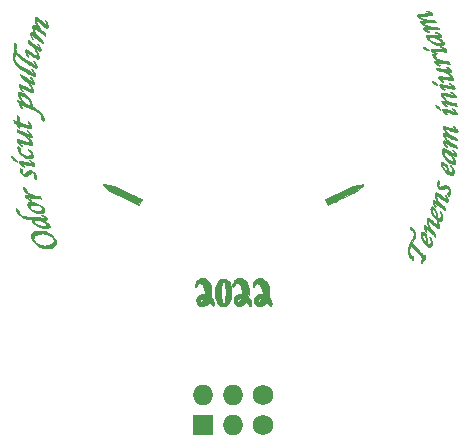
<source format=gbr>
%TF.GenerationSoftware,KiCad,Pcbnew,(6.0.7)*%
%TF.CreationDate,2022-09-06T20:50:32-05:00*%
%TF.ProjectId,Soldering Crew Badge,536f6c64-6572-4696-9e67-204372657720,rev?*%
%TF.SameCoordinates,Original*%
%TF.FileFunction,Copper,L1,Top*%
%TF.FilePolarity,Positive*%
%FSLAX46Y46*%
G04 Gerber Fmt 4.6, Leading zero omitted, Abs format (unit mm)*
G04 Created by KiCad (PCBNEW (6.0.7)) date 2022-09-06 20:50:32*
%MOMM*%
%LPD*%
G01*
G04 APERTURE LIST*
%TA.AperFunction,EtchedComponent*%
%ADD10C,0.010000*%
%TD*%
%TA.AperFunction,ComponentPad*%
%ADD11O,1.727200X1.727200*%
%TD*%
%TA.AperFunction,ComponentPad*%
%ADD12R,1.727200X1.727200*%
%TD*%
%TA.AperFunction,ComponentPad*%
%ADD13C,1.727200*%
%TD*%
G04 APERTURE END LIST*
%TO.C,G\u002A\u002A\u002A*%
G36*
X136598152Y-102519367D02*
G01*
X136667831Y-102564739D01*
X136745545Y-102629780D01*
X136825307Y-102709908D01*
X136901133Y-102800540D01*
X136913841Y-102817533D01*
X136962309Y-102886171D01*
X136984631Y-102927094D01*
X136978683Y-102941423D01*
X136942340Y-102930283D01*
X136873478Y-102894799D01*
X136822210Y-102866015D01*
X136742395Y-102814012D01*
X136682554Y-102762121D01*
X136657772Y-102729455D01*
X136623526Y-102674800D01*
X136576156Y-102612115D01*
X136560346Y-102593451D01*
X136524131Y-102547148D01*
X136506406Y-102514110D01*
X136506840Y-102505957D01*
X136542493Y-102498245D01*
X136598152Y-102519367D01*
G37*
D10*
X136598152Y-102519367D02*
X136667831Y-102564739D01*
X136745545Y-102629780D01*
X136825307Y-102709908D01*
X136901133Y-102800540D01*
X136913841Y-102817533D01*
X136962309Y-102886171D01*
X136984631Y-102927094D01*
X136978683Y-102941423D01*
X136942340Y-102930283D01*
X136873478Y-102894799D01*
X136822210Y-102866015D01*
X136742395Y-102814012D01*
X136682554Y-102762121D01*
X136657772Y-102729455D01*
X136623526Y-102674800D01*
X136576156Y-102612115D01*
X136560346Y-102593451D01*
X136524131Y-102547148D01*
X136506406Y-102514110D01*
X136506840Y-102505957D01*
X136542493Y-102498245D01*
X136598152Y-102519367D01*
G36*
X171712953Y-90149350D02*
G01*
X171789251Y-90163062D01*
X171884948Y-90198101D01*
X171986955Y-90248653D01*
X172082183Y-90308905D01*
X172097101Y-90319956D01*
X172150014Y-90376342D01*
X172168533Y-90433618D01*
X172152215Y-90483604D01*
X172107684Y-90515478D01*
X172068994Y-90524332D01*
X171995631Y-90535109D01*
X171895164Y-90546927D01*
X171775158Y-90558904D01*
X171643183Y-90570157D01*
X171629578Y-90571211D01*
X171464404Y-90584855D01*
X171337437Y-90597781D01*
X171244577Y-90610748D01*
X171181724Y-90624514D01*
X171144777Y-90639839D01*
X171129636Y-90657482D01*
X171128726Y-90663924D01*
X171148403Y-90699912D01*
X171203285Y-90741631D01*
X171287146Y-90786116D01*
X171393759Y-90830400D01*
X171516899Y-90871519D01*
X171626193Y-90900880D01*
X171719710Y-90921401D01*
X171800888Y-90933566D01*
X171884549Y-90938458D01*
X171985518Y-90937159D01*
X172070642Y-90933344D01*
X172324642Y-90920192D01*
X172393528Y-91003682D01*
X172462414Y-91087171D01*
X172372362Y-91098369D01*
X172322026Y-91103310D01*
X172238248Y-91110072D01*
X172129849Y-91118005D01*
X172005646Y-91126459D01*
X171895043Y-91133521D01*
X171734432Y-91144047D01*
X171611259Y-91153741D01*
X171520661Y-91163358D01*
X171457772Y-91173652D01*
X171417727Y-91185378D01*
X171395662Y-91199290D01*
X171387791Y-91212179D01*
X171396907Y-91247873D01*
X171440440Y-91291001D01*
X171512185Y-91337086D01*
X171605937Y-91381651D01*
X171642522Y-91395957D01*
X171799413Y-91449123D01*
X171940445Y-91484204D01*
X172082851Y-91504241D01*
X172243863Y-91512277D01*
X172304615Y-91512814D01*
X172559754Y-91513127D01*
X172631252Y-91586893D01*
X172670714Y-91631386D01*
X172691794Y-91662769D01*
X172692704Y-91670703D01*
X172669643Y-91674400D01*
X172610162Y-91679458D01*
X172520141Y-91685503D01*
X172405457Y-91692165D01*
X172271991Y-91699071D01*
X172166109Y-91704050D01*
X172021368Y-91711158D01*
X171889947Y-91718710D01*
X171778004Y-91726264D01*
X171691696Y-91733378D01*
X171637181Y-91739607D01*
X171621177Y-91743237D01*
X171610117Y-91765911D01*
X171634818Y-91797219D01*
X171690594Y-91833295D01*
X171772759Y-91870273D01*
X171777250Y-91871990D01*
X171834275Y-91897076D01*
X171869532Y-91919281D01*
X171875509Y-91929045D01*
X171850953Y-91948395D01*
X171799221Y-91950039D01*
X171731250Y-91934703D01*
X171684425Y-91916381D01*
X171585896Y-91864753D01*
X171496093Y-91806188D01*
X171424620Y-91747798D01*
X171381079Y-91696694D01*
X171376859Y-91688621D01*
X171364099Y-91646220D01*
X171379559Y-91614969D01*
X171401707Y-91595307D01*
X171467314Y-91564397D01*
X171549112Y-91552956D01*
X171625011Y-91548313D01*
X171694552Y-91539783D01*
X171710809Y-91536721D01*
X171741396Y-91528652D01*
X171747220Y-91519785D01*
X171723743Y-91506237D01*
X171666427Y-91484127D01*
X171636726Y-91473356D01*
X171485803Y-91411879D01*
X171355640Y-91344893D01*
X171250753Y-91275625D01*
X171175663Y-91207300D01*
X171134888Y-91143145D01*
X171128726Y-91110711D01*
X171148975Y-91061752D01*
X171209153Y-91024536D01*
X171308407Y-90999455D01*
X171391925Y-90989960D01*
X171468040Y-90982646D01*
X171524403Y-90974258D01*
X171550779Y-90966396D01*
X171551556Y-90965030D01*
X171532567Y-90953437D01*
X171482064Y-90933014D01*
X171409039Y-90907242D01*
X171365532Y-90893003D01*
X171250577Y-90850484D01*
X171138215Y-90798613D01*
X171037232Y-90742428D01*
X170956413Y-90686963D01*
X170904545Y-90637255D01*
X170895653Y-90623680D01*
X170881072Y-90566550D01*
X170883722Y-90527664D01*
X170894546Y-90502710D01*
X170916374Y-90482229D01*
X170953975Y-90465175D01*
X171012116Y-90450501D01*
X171095566Y-90437160D01*
X171209094Y-90424107D01*
X171357467Y-90410294D01*
X171456809Y-90401899D01*
X171611707Y-90388803D01*
X171729354Y-90377935D01*
X171814722Y-90368509D01*
X171872788Y-90359742D01*
X171908524Y-90350849D01*
X171926905Y-90341046D01*
X171932906Y-90329547D01*
X171933059Y-90326797D01*
X171914742Y-90303938D01*
X171867719Y-90274839D01*
X171803883Y-90245254D01*
X171735125Y-90220941D01*
X171693028Y-90210615D01*
X171638639Y-90193220D01*
X171623687Y-90173145D01*
X171646193Y-90156474D01*
X171704178Y-90149294D01*
X171712953Y-90149350D01*
G37*
X171712953Y-90149350D02*
X171789251Y-90163062D01*
X171884948Y-90198101D01*
X171986955Y-90248653D01*
X172082183Y-90308905D01*
X172097101Y-90319956D01*
X172150014Y-90376342D01*
X172168533Y-90433618D01*
X172152215Y-90483604D01*
X172107684Y-90515478D01*
X172068994Y-90524332D01*
X171995631Y-90535109D01*
X171895164Y-90546927D01*
X171775158Y-90558904D01*
X171643183Y-90570157D01*
X171629578Y-90571211D01*
X171464404Y-90584855D01*
X171337437Y-90597781D01*
X171244577Y-90610748D01*
X171181724Y-90624514D01*
X171144777Y-90639839D01*
X171129636Y-90657482D01*
X171128726Y-90663924D01*
X171148403Y-90699912D01*
X171203285Y-90741631D01*
X171287146Y-90786116D01*
X171393759Y-90830400D01*
X171516899Y-90871519D01*
X171626193Y-90900880D01*
X171719710Y-90921401D01*
X171800888Y-90933566D01*
X171884549Y-90938458D01*
X171985518Y-90937159D01*
X172070642Y-90933344D01*
X172324642Y-90920192D01*
X172393528Y-91003682D01*
X172462414Y-91087171D01*
X172372362Y-91098369D01*
X172322026Y-91103310D01*
X172238248Y-91110072D01*
X172129849Y-91118005D01*
X172005646Y-91126459D01*
X171895043Y-91133521D01*
X171734432Y-91144047D01*
X171611259Y-91153741D01*
X171520661Y-91163358D01*
X171457772Y-91173652D01*
X171417727Y-91185378D01*
X171395662Y-91199290D01*
X171387791Y-91212179D01*
X171396907Y-91247873D01*
X171440440Y-91291001D01*
X171512185Y-91337086D01*
X171605937Y-91381651D01*
X171642522Y-91395957D01*
X171799413Y-91449123D01*
X171940445Y-91484204D01*
X172082851Y-91504241D01*
X172243863Y-91512277D01*
X172304615Y-91512814D01*
X172559754Y-91513127D01*
X172631252Y-91586893D01*
X172670714Y-91631386D01*
X172691794Y-91662769D01*
X172692704Y-91670703D01*
X172669643Y-91674400D01*
X172610162Y-91679458D01*
X172520141Y-91685503D01*
X172405457Y-91692165D01*
X172271991Y-91699071D01*
X172166109Y-91704050D01*
X172021368Y-91711158D01*
X171889947Y-91718710D01*
X171778004Y-91726264D01*
X171691696Y-91733378D01*
X171637181Y-91739607D01*
X171621177Y-91743237D01*
X171610117Y-91765911D01*
X171634818Y-91797219D01*
X171690594Y-91833295D01*
X171772759Y-91870273D01*
X171777250Y-91871990D01*
X171834275Y-91897076D01*
X171869532Y-91919281D01*
X171875509Y-91929045D01*
X171850953Y-91948395D01*
X171799221Y-91950039D01*
X171731250Y-91934703D01*
X171684425Y-91916381D01*
X171585896Y-91864753D01*
X171496093Y-91806188D01*
X171424620Y-91747798D01*
X171381079Y-91696694D01*
X171376859Y-91688621D01*
X171364099Y-91646220D01*
X171379559Y-91614969D01*
X171401707Y-91595307D01*
X171467314Y-91564397D01*
X171549112Y-91552956D01*
X171625011Y-91548313D01*
X171694552Y-91539783D01*
X171710809Y-91536721D01*
X171741396Y-91528652D01*
X171747220Y-91519785D01*
X171723743Y-91506237D01*
X171666427Y-91484127D01*
X171636726Y-91473356D01*
X171485803Y-91411879D01*
X171355640Y-91344893D01*
X171250753Y-91275625D01*
X171175663Y-91207300D01*
X171134888Y-91143145D01*
X171128726Y-91110711D01*
X171148975Y-91061752D01*
X171209153Y-91024536D01*
X171308407Y-90999455D01*
X171391925Y-90989960D01*
X171468040Y-90982646D01*
X171524403Y-90974258D01*
X171550779Y-90966396D01*
X171551556Y-90965030D01*
X171532567Y-90953437D01*
X171482064Y-90933014D01*
X171409039Y-90907242D01*
X171365532Y-90893003D01*
X171250577Y-90850484D01*
X171138215Y-90798613D01*
X171037232Y-90742428D01*
X170956413Y-90686963D01*
X170904545Y-90637255D01*
X170895653Y-90623680D01*
X170881072Y-90566550D01*
X170883722Y-90527664D01*
X170894546Y-90502710D01*
X170916374Y-90482229D01*
X170953975Y-90465175D01*
X171012116Y-90450501D01*
X171095566Y-90437160D01*
X171209094Y-90424107D01*
X171357467Y-90410294D01*
X171456809Y-90401899D01*
X171611707Y-90388803D01*
X171729354Y-90377935D01*
X171814722Y-90368509D01*
X171872788Y-90359742D01*
X171908524Y-90350849D01*
X171926905Y-90341046D01*
X171932906Y-90329547D01*
X171933059Y-90326797D01*
X171914742Y-90303938D01*
X171867719Y-90274839D01*
X171803883Y-90245254D01*
X171735125Y-90220941D01*
X171693028Y-90210615D01*
X171638639Y-90193220D01*
X171623687Y-90173145D01*
X171646193Y-90156474D01*
X171704178Y-90149294D01*
X171712953Y-90149350D01*
G36*
X136975321Y-100221567D02*
G01*
X137021091Y-100240181D01*
X137043049Y-100250816D01*
X137088229Y-100270894D01*
X137165149Y-100302190D01*
X137265986Y-100341768D01*
X137382915Y-100386694D01*
X137508112Y-100434033D01*
X137633754Y-100480849D01*
X137752016Y-100524209D01*
X137855074Y-100561177D01*
X137935104Y-100588819D01*
X137984283Y-100604199D01*
X137987017Y-100604904D01*
X138028618Y-100611041D01*
X138045226Y-100605453D01*
X138029231Y-100556752D01*
X137987271Y-100495908D01*
X137928379Y-100434595D01*
X137887363Y-100401491D01*
X137827729Y-100352346D01*
X137806513Y-100318441D01*
X137823901Y-100300337D01*
X137853284Y-100297293D01*
X137889257Y-100313229D01*
X137942453Y-100355712D01*
X138005615Y-100416752D01*
X138071480Y-100488363D01*
X138132791Y-100562554D01*
X138182286Y-100631339D01*
X138212707Y-100686728D01*
X138216220Y-100696657D01*
X138231399Y-100770589D01*
X138222944Y-100819142D01*
X138188021Y-100843319D01*
X138123798Y-100844125D01*
X138027442Y-100822563D01*
X137939392Y-100794710D01*
X137864652Y-100769667D01*
X137806893Y-100751025D01*
X137776502Y-100742116D01*
X137774529Y-100741793D01*
X137784521Y-100756111D01*
X137818536Y-100795161D01*
X137871327Y-100853092D01*
X137937649Y-100924051D01*
X137942278Y-100928948D01*
X138060150Y-101061790D01*
X138155724Y-101186535D01*
X138225260Y-101297760D01*
X138265019Y-101390041D01*
X138268063Y-101401417D01*
X138268228Y-101456394D01*
X138235576Y-101503942D01*
X138216680Y-101521237D01*
X138196194Y-101532996D01*
X138169056Y-101538399D01*
X138130203Y-101536626D01*
X138074574Y-101526856D01*
X137997106Y-101508269D01*
X137892736Y-101480046D01*
X137756403Y-101441365D01*
X137636822Y-101406930D01*
X137487260Y-101364087D01*
X137373523Y-101332450D01*
X137290906Y-101311004D01*
X137234700Y-101298737D01*
X137200202Y-101294633D01*
X137182703Y-101297680D01*
X137177497Y-101306865D01*
X137177471Y-101308002D01*
X137192590Y-101350259D01*
X137230934Y-101405981D01*
X137282450Y-101462467D01*
X137332620Y-101504042D01*
X137388744Y-101546742D01*
X137407062Y-101573614D01*
X137388207Y-101586570D01*
X137360532Y-101588460D01*
X137312717Y-101570800D01*
X137245699Y-101519246D01*
X137197623Y-101473032D01*
X137098664Y-101362266D01*
X137030017Y-101263736D01*
X136992740Y-101180134D01*
X136987888Y-101114152D01*
X137016518Y-101068483D01*
X137034687Y-101057775D01*
X137059765Y-101052237D01*
X137099062Y-101054425D01*
X137157977Y-101065526D01*
X137241905Y-101086727D01*
X137356245Y-101119214D01*
X137473895Y-101154325D01*
X137649097Y-101206288D01*
X137787804Y-101245005D01*
X137893482Y-101271207D01*
X137969593Y-101285625D01*
X138019604Y-101288991D01*
X138046979Y-101282036D01*
X138052429Y-101276428D01*
X138053075Y-101238823D01*
X138028687Y-101179286D01*
X137984315Y-101105671D01*
X137925007Y-101025830D01*
X137855814Y-100947616D01*
X137815919Y-100908638D01*
X137682976Y-100793483D01*
X137557295Y-100702672D01*
X137423299Y-100626358D01*
X137265413Y-100554695D01*
X137238699Y-100543735D01*
X137022641Y-100456043D01*
X136983667Y-100341323D01*
X136963948Y-100277944D01*
X136953295Y-100232787D01*
X136953158Y-100218138D01*
X136975321Y-100221567D01*
G37*
X136975321Y-100221567D02*
X137021091Y-100240181D01*
X137043049Y-100250816D01*
X137088229Y-100270894D01*
X137165149Y-100302190D01*
X137265986Y-100341768D01*
X137382915Y-100386694D01*
X137508112Y-100434033D01*
X137633754Y-100480849D01*
X137752016Y-100524209D01*
X137855074Y-100561177D01*
X137935104Y-100588819D01*
X137984283Y-100604199D01*
X137987017Y-100604904D01*
X138028618Y-100611041D01*
X138045226Y-100605453D01*
X138029231Y-100556752D01*
X137987271Y-100495908D01*
X137928379Y-100434595D01*
X137887363Y-100401491D01*
X137827729Y-100352346D01*
X137806513Y-100318441D01*
X137823901Y-100300337D01*
X137853284Y-100297293D01*
X137889257Y-100313229D01*
X137942453Y-100355712D01*
X138005615Y-100416752D01*
X138071480Y-100488363D01*
X138132791Y-100562554D01*
X138182286Y-100631339D01*
X138212707Y-100686728D01*
X138216220Y-100696657D01*
X138231399Y-100770589D01*
X138222944Y-100819142D01*
X138188021Y-100843319D01*
X138123798Y-100844125D01*
X138027442Y-100822563D01*
X137939392Y-100794710D01*
X137864652Y-100769667D01*
X137806893Y-100751025D01*
X137776502Y-100742116D01*
X137774529Y-100741793D01*
X137784521Y-100756111D01*
X137818536Y-100795161D01*
X137871327Y-100853092D01*
X137937649Y-100924051D01*
X137942278Y-100928948D01*
X138060150Y-101061790D01*
X138155724Y-101186535D01*
X138225260Y-101297760D01*
X138265019Y-101390041D01*
X138268063Y-101401417D01*
X138268228Y-101456394D01*
X138235576Y-101503942D01*
X138216680Y-101521237D01*
X138196194Y-101532996D01*
X138169056Y-101538399D01*
X138130203Y-101536626D01*
X138074574Y-101526856D01*
X137997106Y-101508269D01*
X137892736Y-101480046D01*
X137756403Y-101441365D01*
X137636822Y-101406930D01*
X137487260Y-101364087D01*
X137373523Y-101332450D01*
X137290906Y-101311004D01*
X137234700Y-101298737D01*
X137200202Y-101294633D01*
X137182703Y-101297680D01*
X137177497Y-101306865D01*
X137177471Y-101308002D01*
X137192590Y-101350259D01*
X137230934Y-101405981D01*
X137282450Y-101462467D01*
X137332620Y-101504042D01*
X137388744Y-101546742D01*
X137407062Y-101573614D01*
X137388207Y-101586570D01*
X137360532Y-101588460D01*
X137312717Y-101570800D01*
X137245699Y-101519246D01*
X137197623Y-101473032D01*
X137098664Y-101362266D01*
X137030017Y-101263736D01*
X136992740Y-101180134D01*
X136987888Y-101114152D01*
X137016518Y-101068483D01*
X137034687Y-101057775D01*
X137059765Y-101052237D01*
X137099062Y-101054425D01*
X137157977Y-101065526D01*
X137241905Y-101086727D01*
X137356245Y-101119214D01*
X137473895Y-101154325D01*
X137649097Y-101206288D01*
X137787804Y-101245005D01*
X137893482Y-101271207D01*
X137969593Y-101285625D01*
X138019604Y-101288991D01*
X138046979Y-101282036D01*
X138052429Y-101276428D01*
X138053075Y-101238823D01*
X138028687Y-101179286D01*
X137984315Y-101105671D01*
X137925007Y-101025830D01*
X137855814Y-100947616D01*
X137815919Y-100908638D01*
X137682976Y-100793483D01*
X137557295Y-100702672D01*
X137423299Y-100626358D01*
X137265413Y-100554695D01*
X137238699Y-100543735D01*
X137022641Y-100456043D01*
X136983667Y-100341323D01*
X136963948Y-100277944D01*
X136953295Y-100232787D01*
X136953158Y-100218138D01*
X136975321Y-100221567D01*
G36*
X173787973Y-97032434D02*
G01*
X173854229Y-97074962D01*
X173927938Y-97135949D01*
X174000661Y-97207300D01*
X174063962Y-97280922D01*
X174109405Y-97348721D01*
X174126337Y-97389415D01*
X174132897Y-97438782D01*
X174121839Y-97473843D01*
X174089664Y-97494809D01*
X174032871Y-97501885D01*
X173947962Y-97495281D01*
X173831438Y-97475204D01*
X173679800Y-97441862D01*
X173593076Y-97421101D01*
X173438042Y-97383507D01*
X173319090Y-97355429D01*
X173231230Y-97336111D01*
X173169474Y-97324797D01*
X173128836Y-97320731D01*
X173104328Y-97323156D01*
X173090961Y-97331317D01*
X173083955Y-97343912D01*
X173083983Y-97402290D01*
X173121760Y-97477152D01*
X173196561Y-97567325D01*
X173262448Y-97631544D01*
X173442072Y-97768435D01*
X173651365Y-97878458D01*
X173885360Y-97959084D01*
X173926167Y-97969427D01*
X174125893Y-98017576D01*
X174167184Y-98114270D01*
X174192280Y-98172934D01*
X174210084Y-98214355D01*
X174214580Y-98224693D01*
X174196816Y-98223541D01*
X174143660Y-98212921D01*
X174060662Y-98194118D01*
X173953374Y-98168417D01*
X173827349Y-98137105D01*
X173738330Y-98114432D01*
X173560952Y-98069454D01*
X173420514Y-98035424D01*
X173313243Y-98011696D01*
X173235362Y-97997627D01*
X173183097Y-97992573D01*
X173152673Y-97995889D01*
X173140316Y-98006931D01*
X173139559Y-98012255D01*
X173156898Y-98046203D01*
X173206292Y-98098433D01*
X173283805Y-98164939D01*
X173309173Y-98184924D01*
X173353316Y-98220232D01*
X173366301Y-98237017D01*
X173350642Y-98242413D01*
X173329681Y-98243133D01*
X173278346Y-98232006D01*
X173217070Y-98203126D01*
X173201731Y-98193397D01*
X173134642Y-98137330D01*
X173060731Y-98059808D01*
X172993739Y-97976378D01*
X172951177Y-97909952D01*
X172935402Y-97848849D01*
X172951799Y-97798523D01*
X172992384Y-97772068D01*
X173031469Y-97771266D01*
X173099451Y-97778605D01*
X173184000Y-97792600D01*
X173216974Y-97799158D01*
X173399642Y-97837212D01*
X173327809Y-97781853D01*
X173200919Y-97675833D01*
X173090184Y-97567206D01*
X172998517Y-97460331D01*
X172928831Y-97359566D01*
X172884039Y-97269270D01*
X172867055Y-97193801D01*
X172880791Y-97137518D01*
X172889792Y-97126527D01*
X172911878Y-97111899D01*
X172945321Y-97104563D01*
X172995094Y-97105144D01*
X173066169Y-97114266D01*
X173163520Y-97132555D01*
X173292118Y-97160635D01*
X173445369Y-97196384D01*
X173606030Y-97233945D01*
X173729914Y-97261363D01*
X173821176Y-97279289D01*
X173883975Y-97288374D01*
X173922466Y-97289268D01*
X173940807Y-97282621D01*
X173943892Y-97274420D01*
X173928026Y-97247681D01*
X173886418Y-97205044D01*
X173828053Y-97154818D01*
X173761916Y-97105317D01*
X173758684Y-97103091D01*
X173706538Y-97060645D01*
X173692708Y-97031780D01*
X173717484Y-97017691D01*
X173737604Y-97016460D01*
X173787973Y-97032434D01*
G37*
X173787973Y-97032434D02*
X173854229Y-97074962D01*
X173927938Y-97135949D01*
X174000661Y-97207300D01*
X174063962Y-97280922D01*
X174109405Y-97348721D01*
X174126337Y-97389415D01*
X174132897Y-97438782D01*
X174121839Y-97473843D01*
X174089664Y-97494809D01*
X174032871Y-97501885D01*
X173947962Y-97495281D01*
X173831438Y-97475204D01*
X173679800Y-97441862D01*
X173593076Y-97421101D01*
X173438042Y-97383507D01*
X173319090Y-97355429D01*
X173231230Y-97336111D01*
X173169474Y-97324797D01*
X173128836Y-97320731D01*
X173104328Y-97323156D01*
X173090961Y-97331317D01*
X173083955Y-97343912D01*
X173083983Y-97402290D01*
X173121760Y-97477152D01*
X173196561Y-97567325D01*
X173262448Y-97631544D01*
X173442072Y-97768435D01*
X173651365Y-97878458D01*
X173885360Y-97959084D01*
X173926167Y-97969427D01*
X174125893Y-98017576D01*
X174167184Y-98114270D01*
X174192280Y-98172934D01*
X174210084Y-98214355D01*
X174214580Y-98224693D01*
X174196816Y-98223541D01*
X174143660Y-98212921D01*
X174060662Y-98194118D01*
X173953374Y-98168417D01*
X173827349Y-98137105D01*
X173738330Y-98114432D01*
X173560952Y-98069454D01*
X173420514Y-98035424D01*
X173313243Y-98011696D01*
X173235362Y-97997627D01*
X173183097Y-97992573D01*
X173152673Y-97995889D01*
X173140316Y-98006931D01*
X173139559Y-98012255D01*
X173156898Y-98046203D01*
X173206292Y-98098433D01*
X173283805Y-98164939D01*
X173309173Y-98184924D01*
X173353316Y-98220232D01*
X173366301Y-98237017D01*
X173350642Y-98242413D01*
X173329681Y-98243133D01*
X173278346Y-98232006D01*
X173217070Y-98203126D01*
X173201731Y-98193397D01*
X173134642Y-98137330D01*
X173060731Y-98059808D01*
X172993739Y-97976378D01*
X172951177Y-97909952D01*
X172935402Y-97848849D01*
X172951799Y-97798523D01*
X172992384Y-97772068D01*
X173031469Y-97771266D01*
X173099451Y-97778605D01*
X173184000Y-97792600D01*
X173216974Y-97799158D01*
X173399642Y-97837212D01*
X173327809Y-97781853D01*
X173200919Y-97675833D01*
X173090184Y-97567206D01*
X172998517Y-97460331D01*
X172928831Y-97359566D01*
X172884039Y-97269270D01*
X172867055Y-97193801D01*
X172880791Y-97137518D01*
X172889792Y-97126527D01*
X172911878Y-97111899D01*
X172945321Y-97104563D01*
X172995094Y-97105144D01*
X173066169Y-97114266D01*
X173163520Y-97132555D01*
X173292118Y-97160635D01*
X173445369Y-97196384D01*
X173606030Y-97233945D01*
X173729914Y-97261363D01*
X173821176Y-97279289D01*
X173883975Y-97288374D01*
X173922466Y-97289268D01*
X173940807Y-97282621D01*
X173943892Y-97274420D01*
X173928026Y-97247681D01*
X173886418Y-97205044D01*
X173828053Y-97154818D01*
X173761916Y-97105317D01*
X173758684Y-97103091D01*
X173706538Y-97060645D01*
X173692708Y-97031780D01*
X173717484Y-97017691D01*
X173737604Y-97016460D01*
X173787973Y-97032434D01*
G36*
X138642806Y-90693847D02*
G01*
X138695043Y-90718693D01*
X138763738Y-90766309D01*
X138852993Y-90838822D01*
X138966908Y-90938357D01*
X139008485Y-90975584D01*
X139146800Y-91099096D01*
X139257028Y-91195293D01*
X139341836Y-91265947D01*
X139403895Y-91312830D01*
X139445873Y-91337716D01*
X139470439Y-91342377D01*
X139480264Y-91328586D01*
X139478015Y-91298114D01*
X139475290Y-91285585D01*
X139458145Y-91233237D01*
X139429408Y-91162859D01*
X139409495Y-91119433D01*
X139376604Y-91049150D01*
X139361652Y-91008559D01*
X139363453Y-90989586D01*
X139380823Y-90984156D01*
X139389620Y-90983960D01*
X139424298Y-91003314D01*
X139462906Y-91055469D01*
X139501879Y-91131558D01*
X139537647Y-91222719D01*
X139566645Y-91320087D01*
X139585305Y-91414797D01*
X139590392Y-91482861D01*
X139584490Y-91549718D01*
X139564096Y-91587017D01*
X139550413Y-91596533D01*
X139515646Y-91603731D01*
X139468761Y-91591947D01*
X139406357Y-91559025D01*
X139325034Y-91502807D01*
X139221393Y-91421139D01*
X139092032Y-91311863D01*
X139066188Y-91289473D01*
X138945415Y-91185263D01*
X138851956Y-91106675D01*
X138781820Y-91050834D01*
X138731013Y-91014869D01*
X138695541Y-90995906D01*
X138671413Y-90991072D01*
X138657561Y-90995469D01*
X138639782Y-91029697D01*
X138640038Y-91092917D01*
X138656629Y-91176672D01*
X138687853Y-91272505D01*
X138732007Y-91371957D01*
X138734160Y-91376168D01*
X138841426Y-91558587D01*
X138964999Y-91715030D01*
X139116191Y-91859247D01*
X139163538Y-91898131D01*
X139239429Y-91959572D01*
X139288631Y-92003814D01*
X139317717Y-92039846D01*
X139333261Y-92076655D01*
X139341836Y-92123229D01*
X139344692Y-92145826D01*
X139350791Y-92210753D01*
X139351653Y-92256391D01*
X139348975Y-92269599D01*
X139328097Y-92261367D01*
X139276908Y-92227966D01*
X139197773Y-92171140D01*
X139093055Y-92092638D01*
X138965121Y-91994205D01*
X138816332Y-91877586D01*
X138789806Y-91856610D01*
X138704600Y-91790365D01*
X138624259Y-91730047D01*
X138558590Y-91682897D01*
X138521347Y-91658413D01*
X138450225Y-91616450D01*
X138425847Y-91662000D01*
X138416285Y-91720668D01*
X138433236Y-91806419D01*
X138475197Y-91914601D01*
X138540659Y-92040564D01*
X138557950Y-92070007D01*
X138686751Y-92255757D01*
X138838484Y-92417081D01*
X138987691Y-92539434D01*
X139067406Y-92601617D01*
X139117413Y-92649893D01*
X139144551Y-92691718D01*
X139153406Y-92720154D01*
X139164616Y-92796291D01*
X139165726Y-92854973D01*
X139156869Y-92886163D01*
X139151184Y-92888728D01*
X139130479Y-92876614D01*
X139080517Y-92842649D01*
X139006042Y-92790203D01*
X138911796Y-92722643D01*
X138802525Y-92643340D01*
X138704110Y-92571228D01*
X138585234Y-92484580D01*
X138476597Y-92406951D01*
X138383117Y-92341729D01*
X138309710Y-92292304D01*
X138261295Y-92262064D01*
X138243735Y-92253960D01*
X138220739Y-92263187D01*
X138218197Y-92293780D01*
X138237065Y-92350103D01*
X138278300Y-92436523D01*
X138287782Y-92454865D01*
X138324284Y-92526124D01*
X138342315Y-92567488D01*
X138343347Y-92586404D01*
X138328852Y-92590317D01*
X138314241Y-92588694D01*
X138277690Y-92565217D01*
X138234916Y-92509805D01*
X138190700Y-92431404D01*
X138149823Y-92338956D01*
X138117067Y-92241407D01*
X138106776Y-92200599D01*
X138094852Y-92098299D01*
X138109100Y-92025489D01*
X138146521Y-91984625D01*
X138204115Y-91978160D01*
X138278882Y-92008552D01*
X138313103Y-92031710D01*
X138378546Y-92080649D01*
X138448461Y-92132958D01*
X138459664Y-92141343D01*
X138535435Y-92198060D01*
X138459866Y-92060579D01*
X138380506Y-91898601D01*
X138324046Y-91745279D01*
X138292010Y-91606667D01*
X138285918Y-91488820D01*
X138298702Y-91419464D01*
X138330708Y-91362753D01*
X138378969Y-91341335D01*
X138445428Y-91355311D01*
X138532031Y-91404782D01*
X138571730Y-91433752D01*
X138636241Y-91482956D01*
X138691133Y-91524571D01*
X138723750Y-91549014D01*
X138731564Y-91544781D01*
X138720209Y-91509102D01*
X138691562Y-91447262D01*
X138678633Y-91422014D01*
X138602840Y-91260171D01*
X138548748Y-91108616D01*
X138517364Y-90972478D01*
X138509695Y-90856887D01*
X138526745Y-90766971D01*
X138543842Y-90734670D01*
X138571307Y-90703962D01*
X138602928Y-90689646D01*
X138642806Y-90693847D01*
G37*
X138642806Y-90693847D02*
X138695043Y-90718693D01*
X138763738Y-90766309D01*
X138852993Y-90838822D01*
X138966908Y-90938357D01*
X139008485Y-90975584D01*
X139146800Y-91099096D01*
X139257028Y-91195293D01*
X139341836Y-91265947D01*
X139403895Y-91312830D01*
X139445873Y-91337716D01*
X139470439Y-91342377D01*
X139480264Y-91328586D01*
X139478015Y-91298114D01*
X139475290Y-91285585D01*
X139458145Y-91233237D01*
X139429408Y-91162859D01*
X139409495Y-91119433D01*
X139376604Y-91049150D01*
X139361652Y-91008559D01*
X139363453Y-90989586D01*
X139380823Y-90984156D01*
X139389620Y-90983960D01*
X139424298Y-91003314D01*
X139462906Y-91055469D01*
X139501879Y-91131558D01*
X139537647Y-91222719D01*
X139566645Y-91320087D01*
X139585305Y-91414797D01*
X139590392Y-91482861D01*
X139584490Y-91549718D01*
X139564096Y-91587017D01*
X139550413Y-91596533D01*
X139515646Y-91603731D01*
X139468761Y-91591947D01*
X139406357Y-91559025D01*
X139325034Y-91502807D01*
X139221393Y-91421139D01*
X139092032Y-91311863D01*
X139066188Y-91289473D01*
X138945415Y-91185263D01*
X138851956Y-91106675D01*
X138781820Y-91050834D01*
X138731013Y-91014869D01*
X138695541Y-90995906D01*
X138671413Y-90991072D01*
X138657561Y-90995469D01*
X138639782Y-91029697D01*
X138640038Y-91092917D01*
X138656629Y-91176672D01*
X138687853Y-91272505D01*
X138732007Y-91371957D01*
X138734160Y-91376168D01*
X138841426Y-91558587D01*
X138964999Y-91715030D01*
X139116191Y-91859247D01*
X139163538Y-91898131D01*
X139239429Y-91959572D01*
X139288631Y-92003814D01*
X139317717Y-92039846D01*
X139333261Y-92076655D01*
X139341836Y-92123229D01*
X139344692Y-92145826D01*
X139350791Y-92210753D01*
X139351653Y-92256391D01*
X139348975Y-92269599D01*
X139328097Y-92261367D01*
X139276908Y-92227966D01*
X139197773Y-92171140D01*
X139093055Y-92092638D01*
X138965121Y-91994205D01*
X138816332Y-91877586D01*
X138789806Y-91856610D01*
X138704600Y-91790365D01*
X138624259Y-91730047D01*
X138558590Y-91682897D01*
X138521347Y-91658413D01*
X138450225Y-91616450D01*
X138425847Y-91662000D01*
X138416285Y-91720668D01*
X138433236Y-91806419D01*
X138475197Y-91914601D01*
X138540659Y-92040564D01*
X138557950Y-92070007D01*
X138686751Y-92255757D01*
X138838484Y-92417081D01*
X138987691Y-92539434D01*
X139067406Y-92601617D01*
X139117413Y-92649893D01*
X139144551Y-92691718D01*
X139153406Y-92720154D01*
X139164616Y-92796291D01*
X139165726Y-92854973D01*
X139156869Y-92886163D01*
X139151184Y-92888728D01*
X139130479Y-92876614D01*
X139080517Y-92842649D01*
X139006042Y-92790203D01*
X138911796Y-92722643D01*
X138802525Y-92643340D01*
X138704110Y-92571228D01*
X138585234Y-92484580D01*
X138476597Y-92406951D01*
X138383117Y-92341729D01*
X138309710Y-92292304D01*
X138261295Y-92262064D01*
X138243735Y-92253960D01*
X138220739Y-92263187D01*
X138218197Y-92293780D01*
X138237065Y-92350103D01*
X138278300Y-92436523D01*
X138287782Y-92454865D01*
X138324284Y-92526124D01*
X138342315Y-92567488D01*
X138343347Y-92586404D01*
X138328852Y-92590317D01*
X138314241Y-92588694D01*
X138277690Y-92565217D01*
X138234916Y-92509805D01*
X138190700Y-92431404D01*
X138149823Y-92338956D01*
X138117067Y-92241407D01*
X138106776Y-92200599D01*
X138094852Y-92098299D01*
X138109100Y-92025489D01*
X138146521Y-91984625D01*
X138204115Y-91978160D01*
X138278882Y-92008552D01*
X138313103Y-92031710D01*
X138378546Y-92080649D01*
X138448461Y-92132958D01*
X138459664Y-92141343D01*
X138535435Y-92198060D01*
X138459866Y-92060579D01*
X138380506Y-91898601D01*
X138324046Y-91745279D01*
X138292010Y-91606667D01*
X138285918Y-91488820D01*
X138298702Y-91419464D01*
X138330708Y-91362753D01*
X138378969Y-91341335D01*
X138445428Y-91355311D01*
X138532031Y-91404782D01*
X138571730Y-91433752D01*
X138636241Y-91482956D01*
X138691133Y-91524571D01*
X138723750Y-91549014D01*
X138731564Y-91544781D01*
X138720209Y-91509102D01*
X138691562Y-91447262D01*
X138678633Y-91422014D01*
X138602840Y-91260171D01*
X138548748Y-91108616D01*
X138517364Y-90972478D01*
X138509695Y-90856887D01*
X138526745Y-90766971D01*
X138543842Y-90734670D01*
X138571307Y-90703962D01*
X138602928Y-90689646D01*
X138642806Y-90693847D01*
G36*
X172674783Y-104547913D02*
G01*
X172702117Y-104590338D01*
X172730175Y-104643753D01*
X172751438Y-104694006D01*
X172758559Y-104724211D01*
X172745128Y-104756926D01*
X172713433Y-104798182D01*
X172672788Y-104866972D01*
X172665198Y-104942494D01*
X172690174Y-105011565D01*
X172722585Y-105045965D01*
X172781862Y-105090820D01*
X172994101Y-105017579D01*
X173091522Y-104986573D01*
X173182915Y-104962071D01*
X173255558Y-104947259D01*
X173286353Y-104944339D01*
X173378176Y-104963984D01*
X173460062Y-105018276D01*
X173529862Y-105100252D01*
X173585423Y-105202948D01*
X173624597Y-105319400D01*
X173645231Y-105442645D01*
X173645177Y-105565718D01*
X173622282Y-105681656D01*
X173574397Y-105783494D01*
X173554064Y-105811210D01*
X173502386Y-105874710D01*
X173470576Y-105799454D01*
X173436433Y-105711842D01*
X173422268Y-105653339D01*
X173427570Y-105616009D01*
X173451825Y-105591918D01*
X173456993Y-105588995D01*
X173502016Y-105545530D01*
X173538902Y-105475683D01*
X173560288Y-105395399D01*
X173562892Y-105359693D01*
X173544054Y-105292129D01*
X173507089Y-105242596D01*
X173456883Y-105203154D01*
X173400262Y-105184181D01*
X173329115Y-105185601D01*
X173235334Y-105207339D01*
X173138881Y-105239196D01*
X173016564Y-105278239D01*
X172922150Y-105295970D01*
X172846696Y-105291923D01*
X172781259Y-105265632D01*
X172717548Y-105217220D01*
X172634436Y-105115249D01*
X172585700Y-104990035D01*
X172570955Y-104840431D01*
X172573363Y-104787087D01*
X172585467Y-104690979D01*
X172604661Y-104610491D01*
X172628177Y-104554236D01*
X172653251Y-104530829D01*
X172655693Y-104530627D01*
X172674783Y-104547913D01*
G37*
X172674783Y-104547913D02*
X172702117Y-104590338D01*
X172730175Y-104643753D01*
X172751438Y-104694006D01*
X172758559Y-104724211D01*
X172745128Y-104756926D01*
X172713433Y-104798182D01*
X172672788Y-104866972D01*
X172665198Y-104942494D01*
X172690174Y-105011565D01*
X172722585Y-105045965D01*
X172781862Y-105090820D01*
X172994101Y-105017579D01*
X173091522Y-104986573D01*
X173182915Y-104962071D01*
X173255558Y-104947259D01*
X173286353Y-104944339D01*
X173378176Y-104963984D01*
X173460062Y-105018276D01*
X173529862Y-105100252D01*
X173585423Y-105202948D01*
X173624597Y-105319400D01*
X173645231Y-105442645D01*
X173645177Y-105565718D01*
X173622282Y-105681656D01*
X173574397Y-105783494D01*
X173554064Y-105811210D01*
X173502386Y-105874710D01*
X173470576Y-105799454D01*
X173436433Y-105711842D01*
X173422268Y-105653339D01*
X173427570Y-105616009D01*
X173451825Y-105591918D01*
X173456993Y-105588995D01*
X173502016Y-105545530D01*
X173538902Y-105475683D01*
X173560288Y-105395399D01*
X173562892Y-105359693D01*
X173544054Y-105292129D01*
X173507089Y-105242596D01*
X173456883Y-105203154D01*
X173400262Y-105184181D01*
X173329115Y-105185601D01*
X173235334Y-105207339D01*
X173138881Y-105239196D01*
X173016564Y-105278239D01*
X172922150Y-105295970D01*
X172846696Y-105291923D01*
X172781259Y-105265632D01*
X172717548Y-105217220D01*
X172634436Y-105115249D01*
X172585700Y-104990035D01*
X172570955Y-104840431D01*
X172573363Y-104787087D01*
X172585467Y-104690979D01*
X172604661Y-104610491D01*
X172628177Y-104554236D01*
X172653251Y-104530829D01*
X172655693Y-104530627D01*
X172674783Y-104547913D01*
G36*
X171653903Y-92344626D02*
G01*
X171637385Y-92267073D01*
X171636932Y-92255960D01*
X171636726Y-92183878D01*
X172130491Y-92198489D01*
X172302573Y-92203111D01*
X172436782Y-92205418D01*
X172537528Y-92205164D01*
X172609223Y-92202099D01*
X172656275Y-92195975D01*
X172683096Y-92186545D01*
X172694095Y-92173559D01*
X172695059Y-92166717D01*
X172677048Y-92141388D01*
X172630776Y-92108650D01*
X172567883Y-92075236D01*
X172500007Y-92047879D01*
X172478101Y-92041218D01*
X172427915Y-92019191D01*
X172401132Y-91992079D01*
X172401895Y-91968657D01*
X172434352Y-91957702D01*
X172438608Y-91957627D01*
X172486252Y-91968743D01*
X172557589Y-91998107D01*
X172641595Y-92039744D01*
X172727243Y-92087675D01*
X172803511Y-92135927D01*
X172859373Y-92178521D01*
X172874756Y-92194059D01*
X172916773Y-92264020D01*
X172923721Y-92315124D01*
X172917309Y-92370377D01*
X172689291Y-92376389D01*
X172461273Y-92382402D01*
X172674593Y-92489193D01*
X172820277Y-92569386D01*
X172937047Y-92651149D01*
X173015067Y-92720405D01*
X173077771Y-92783519D01*
X173115063Y-92828102D01*
X173132821Y-92864136D01*
X173136922Y-92901605D01*
X173135599Y-92925101D01*
X173124320Y-92983171D01*
X173094206Y-93019598D01*
X173054892Y-93042385D01*
X172983679Y-93063815D01*
X172883083Y-93075533D01*
X172764939Y-93077479D01*
X172641083Y-93069593D01*
X172523351Y-93051813D01*
X172493976Y-93045266D01*
X172355735Y-93000559D01*
X172209868Y-92933999D01*
X172067283Y-92852182D01*
X171938889Y-92761707D01*
X171835595Y-92669169D01*
X171795996Y-92623177D01*
X171739170Y-92536441D01*
X171696900Y-92452984D01*
X171869559Y-92452984D01*
X171889342Y-92564103D01*
X171948439Y-92660150D01*
X172046466Y-92740769D01*
X172183041Y-92805599D01*
X172276597Y-92834976D01*
X172341046Y-92846919D01*
X172430209Y-92856453D01*
X172532851Y-92863189D01*
X172637739Y-92866738D01*
X172733636Y-92866709D01*
X172809308Y-92862712D01*
X172852078Y-92854945D01*
X172882090Y-92825439D01*
X172881129Y-92778249D01*
X172851213Y-92722218D01*
X172812317Y-92680871D01*
X172643003Y-92559352D01*
X172448406Y-92467444D01*
X172236176Y-92408160D01*
X172065351Y-92386628D01*
X171869559Y-92374740D01*
X171869559Y-92452984D01*
X171696900Y-92452984D01*
X171689818Y-92439003D01*
X171653903Y-92344626D01*
G37*
X171653903Y-92344626D02*
X171637385Y-92267073D01*
X171636932Y-92255960D01*
X171636726Y-92183878D01*
X172130491Y-92198489D01*
X172302573Y-92203111D01*
X172436782Y-92205418D01*
X172537528Y-92205164D01*
X172609223Y-92202099D01*
X172656275Y-92195975D01*
X172683096Y-92186545D01*
X172694095Y-92173559D01*
X172695059Y-92166717D01*
X172677048Y-92141388D01*
X172630776Y-92108650D01*
X172567883Y-92075236D01*
X172500007Y-92047879D01*
X172478101Y-92041218D01*
X172427915Y-92019191D01*
X172401132Y-91992079D01*
X172401895Y-91968657D01*
X172434352Y-91957702D01*
X172438608Y-91957627D01*
X172486252Y-91968743D01*
X172557589Y-91998107D01*
X172641595Y-92039744D01*
X172727243Y-92087675D01*
X172803511Y-92135927D01*
X172859373Y-92178521D01*
X172874756Y-92194059D01*
X172916773Y-92264020D01*
X172923721Y-92315124D01*
X172917309Y-92370377D01*
X172689291Y-92376389D01*
X172461273Y-92382402D01*
X172674593Y-92489193D01*
X172820277Y-92569386D01*
X172937047Y-92651149D01*
X173015067Y-92720405D01*
X173077771Y-92783519D01*
X173115063Y-92828102D01*
X173132821Y-92864136D01*
X173136922Y-92901605D01*
X173135599Y-92925101D01*
X173124320Y-92983171D01*
X173094206Y-93019598D01*
X173054892Y-93042385D01*
X172983679Y-93063815D01*
X172883083Y-93075533D01*
X172764939Y-93077479D01*
X172641083Y-93069593D01*
X172523351Y-93051813D01*
X172493976Y-93045266D01*
X172355735Y-93000559D01*
X172209868Y-92933999D01*
X172067283Y-92852182D01*
X171938889Y-92761707D01*
X171835595Y-92669169D01*
X171795996Y-92623177D01*
X171739170Y-92536441D01*
X171696900Y-92452984D01*
X171869559Y-92452984D01*
X171889342Y-92564103D01*
X171948439Y-92660150D01*
X172046466Y-92740769D01*
X172183041Y-92805599D01*
X172276597Y-92834976D01*
X172341046Y-92846919D01*
X172430209Y-92856453D01*
X172532851Y-92863189D01*
X172637739Y-92866738D01*
X172733636Y-92866709D01*
X172809308Y-92862712D01*
X172852078Y-92854945D01*
X172882090Y-92825439D01*
X172881129Y-92778249D01*
X172851213Y-92722218D01*
X172812317Y-92680871D01*
X172643003Y-92559352D01*
X172448406Y-92467444D01*
X172236176Y-92408160D01*
X172065351Y-92386628D01*
X171869559Y-92374740D01*
X171869559Y-92452984D01*
X171696900Y-92452984D01*
X171689818Y-92439003D01*
X171653903Y-92344626D01*
G36*
X144418563Y-104865440D02*
G01*
X144492234Y-104877815D01*
X144594992Y-104898495D01*
X144732056Y-104928258D01*
X144781269Y-104939214D01*
X145210142Y-105035072D01*
X146374309Y-105578525D01*
X146581967Y-105675519D01*
X146777991Y-105767189D01*
X146959058Y-105851972D01*
X147121845Y-105928308D01*
X147263029Y-105994634D01*
X147379285Y-106049390D01*
X147467292Y-106091015D01*
X147523725Y-106117947D01*
X147545262Y-106128625D01*
X147545358Y-106128698D01*
X147539358Y-106149164D01*
X147517979Y-106200080D01*
X147484535Y-106273917D01*
X147442345Y-106363144D01*
X147439525Y-106368996D01*
X147326809Y-106602573D01*
X146152059Y-106053139D01*
X144977309Y-105503706D01*
X144638642Y-105244286D01*
X144512044Y-105145977D01*
X144417185Y-105068513D01*
X144351131Y-105008453D01*
X144310948Y-104962355D01*
X144293702Y-104926777D01*
X144296460Y-104898278D01*
X144316286Y-104873415D01*
X144319873Y-104870347D01*
X144337602Y-104862485D01*
X144368759Y-104860589D01*
X144418563Y-104865440D01*
G37*
X144418563Y-104865440D02*
X144492234Y-104877815D01*
X144594992Y-104898495D01*
X144732056Y-104928258D01*
X144781269Y-104939214D01*
X145210142Y-105035072D01*
X146374309Y-105578525D01*
X146581967Y-105675519D01*
X146777991Y-105767189D01*
X146959058Y-105851972D01*
X147121845Y-105928308D01*
X147263029Y-105994634D01*
X147379285Y-106049390D01*
X147467292Y-106091015D01*
X147523725Y-106117947D01*
X147545262Y-106128625D01*
X147545358Y-106128698D01*
X147539358Y-106149164D01*
X147517979Y-106200080D01*
X147484535Y-106273917D01*
X147442345Y-106363144D01*
X147439525Y-106368996D01*
X147326809Y-106602573D01*
X146152059Y-106053139D01*
X144977309Y-105503706D01*
X144638642Y-105244286D01*
X144512044Y-105145977D01*
X144417185Y-105068513D01*
X144351131Y-105008453D01*
X144310948Y-104962355D01*
X144293702Y-104926777D01*
X144296460Y-104898278D01*
X144316286Y-104873415D01*
X144319873Y-104870347D01*
X144337602Y-104862485D01*
X144368759Y-104860589D01*
X144418563Y-104865440D01*
G36*
X138239218Y-107845558D02*
G01*
X138206712Y-107834180D01*
X138155782Y-107832627D01*
X138044937Y-107823948D01*
X137911631Y-107800295D01*
X137771458Y-107765244D01*
X137640010Y-107722369D01*
X137592582Y-107703496D01*
X137387949Y-107599715D01*
X137213858Y-107476190D01*
X137073484Y-107335728D01*
X136970005Y-107181135D01*
X136946901Y-107133039D01*
X136920553Y-107064243D01*
X136899552Y-106993662D01*
X136886377Y-106932293D01*
X136883505Y-106891131D01*
X136889909Y-106880127D01*
X136912212Y-106892310D01*
X136957445Y-106924204D01*
X137013973Y-106967466D01*
X137079026Y-107023512D01*
X137119247Y-107074122D01*
X137146059Y-107135722D01*
X137157470Y-107173841D01*
X137186920Y-107269690D01*
X137217139Y-107337708D01*
X137256055Y-107391786D01*
X137311596Y-107445816D01*
X137313809Y-107447763D01*
X137395408Y-107503288D01*
X137502868Y-107547567D01*
X137640347Y-107581679D01*
X137812002Y-107606708D01*
X137980387Y-107621159D01*
X138161867Y-107632542D01*
X138345793Y-107643041D01*
X138526947Y-107652448D01*
X138700109Y-107660558D01*
X138860059Y-107667163D01*
X139001577Y-107672058D01*
X139119445Y-107675035D01*
X139208442Y-107675889D01*
X139263350Y-107674412D01*
X139277306Y-107672476D01*
X139303763Y-107661408D01*
X139303043Y-107645205D01*
X139274029Y-107611589D01*
X139271513Y-107608908D01*
X139222261Y-107570675D01*
X139154280Y-107534013D01*
X139126828Y-107522744D01*
X139050486Y-107492075D01*
X139010239Y-107467914D01*
X139001201Y-107446158D01*
X139013382Y-107427503D01*
X139044365Y-107423600D01*
X139101482Y-107438732D01*
X139175540Y-107468605D01*
X139257347Y-107508926D01*
X139337713Y-107555400D01*
X139407445Y-107603733D01*
X139429488Y-107621908D01*
X139504179Y-107698358D01*
X139538775Y-107761278D01*
X139533313Y-107810604D01*
X139487832Y-107846273D01*
X139402371Y-107868221D01*
X139276968Y-107876383D01*
X139275839Y-107876392D01*
X139189993Y-107877859D01*
X139141580Y-107881219D01*
X139125712Y-107887412D01*
X139137497Y-107897375D01*
X139145892Y-107901327D01*
X139231859Y-107944912D01*
X139336464Y-108005889D01*
X139445225Y-108075287D01*
X139543658Y-108144135D01*
X139569443Y-108163679D01*
X139667241Y-108251501D01*
X139731028Y-108335278D01*
X139759405Y-108411781D01*
X139750968Y-108477781D01*
X139722371Y-108516037D01*
X139654167Y-108554411D01*
X139554941Y-108579284D01*
X139434050Y-108589873D01*
X139300847Y-108585398D01*
X139164690Y-108565077D01*
X139156476Y-108563303D01*
X138968651Y-108508388D01*
X138790744Y-108430545D01*
X138628860Y-108334150D01*
X138489104Y-108223581D01*
X138377578Y-108103214D01*
X138300389Y-107977427D01*
X138284391Y-107938028D01*
X138276734Y-107917973D01*
X138447392Y-107917973D01*
X138467731Y-108024332D01*
X138525700Y-108123592D01*
X138616730Y-108212014D01*
X138736252Y-108285858D01*
X138879698Y-108341386D01*
X138997726Y-108368347D01*
X139074173Y-108376381D01*
X139168834Y-108379690D01*
X139267858Y-108378543D01*
X139357394Y-108373211D01*
X139423591Y-108363966D01*
X139439067Y-108359723D01*
X139484916Y-108334598D01*
X139505606Y-108304996D01*
X139505726Y-108302915D01*
X139488447Y-108262539D01*
X139441706Y-108208273D01*
X139373146Y-108146608D01*
X139290411Y-108084034D01*
X139201142Y-108027040D01*
X139145892Y-107997366D01*
X138934084Y-107912023D01*
X138723181Y-107864262D01*
X138579684Y-107854106D01*
X138447392Y-107853793D01*
X138447392Y-107917973D01*
X138276734Y-107917973D01*
X138261020Y-107876820D01*
X138239218Y-107845558D01*
G37*
X138239218Y-107845558D02*
X138206712Y-107834180D01*
X138155782Y-107832627D01*
X138044937Y-107823948D01*
X137911631Y-107800295D01*
X137771458Y-107765244D01*
X137640010Y-107722369D01*
X137592582Y-107703496D01*
X137387949Y-107599715D01*
X137213858Y-107476190D01*
X137073484Y-107335728D01*
X136970005Y-107181135D01*
X136946901Y-107133039D01*
X136920553Y-107064243D01*
X136899552Y-106993662D01*
X136886377Y-106932293D01*
X136883505Y-106891131D01*
X136889909Y-106880127D01*
X136912212Y-106892310D01*
X136957445Y-106924204D01*
X137013973Y-106967466D01*
X137079026Y-107023512D01*
X137119247Y-107074122D01*
X137146059Y-107135722D01*
X137157470Y-107173841D01*
X137186920Y-107269690D01*
X137217139Y-107337708D01*
X137256055Y-107391786D01*
X137311596Y-107445816D01*
X137313809Y-107447763D01*
X137395408Y-107503288D01*
X137502868Y-107547567D01*
X137640347Y-107581679D01*
X137812002Y-107606708D01*
X137980387Y-107621159D01*
X138161867Y-107632542D01*
X138345793Y-107643041D01*
X138526947Y-107652448D01*
X138700109Y-107660558D01*
X138860059Y-107667163D01*
X139001577Y-107672058D01*
X139119445Y-107675035D01*
X139208442Y-107675889D01*
X139263350Y-107674412D01*
X139277306Y-107672476D01*
X139303763Y-107661408D01*
X139303043Y-107645205D01*
X139274029Y-107611589D01*
X139271513Y-107608908D01*
X139222261Y-107570675D01*
X139154280Y-107534013D01*
X139126828Y-107522744D01*
X139050486Y-107492075D01*
X139010239Y-107467914D01*
X139001201Y-107446158D01*
X139013382Y-107427503D01*
X139044365Y-107423600D01*
X139101482Y-107438732D01*
X139175540Y-107468605D01*
X139257347Y-107508926D01*
X139337713Y-107555400D01*
X139407445Y-107603733D01*
X139429488Y-107621908D01*
X139504179Y-107698358D01*
X139538775Y-107761278D01*
X139533313Y-107810604D01*
X139487832Y-107846273D01*
X139402371Y-107868221D01*
X139276968Y-107876383D01*
X139275839Y-107876392D01*
X139189993Y-107877859D01*
X139141580Y-107881219D01*
X139125712Y-107887412D01*
X139137497Y-107897375D01*
X139145892Y-107901327D01*
X139231859Y-107944912D01*
X139336464Y-108005889D01*
X139445225Y-108075287D01*
X139543658Y-108144135D01*
X139569443Y-108163679D01*
X139667241Y-108251501D01*
X139731028Y-108335278D01*
X139759405Y-108411781D01*
X139750968Y-108477781D01*
X139722371Y-108516037D01*
X139654167Y-108554411D01*
X139554941Y-108579284D01*
X139434050Y-108589873D01*
X139300847Y-108585398D01*
X139164690Y-108565077D01*
X139156476Y-108563303D01*
X138968651Y-108508388D01*
X138790744Y-108430545D01*
X138628860Y-108334150D01*
X138489104Y-108223581D01*
X138377578Y-108103214D01*
X138300389Y-107977427D01*
X138284391Y-107938028D01*
X138276734Y-107917973D01*
X138447392Y-107917973D01*
X138467731Y-108024332D01*
X138525700Y-108123592D01*
X138616730Y-108212014D01*
X138736252Y-108285858D01*
X138879698Y-108341386D01*
X138997726Y-108368347D01*
X139074173Y-108376381D01*
X139168834Y-108379690D01*
X139267858Y-108378543D01*
X139357394Y-108373211D01*
X139423591Y-108363966D01*
X139439067Y-108359723D01*
X139484916Y-108334598D01*
X139505606Y-108304996D01*
X139505726Y-108302915D01*
X139488447Y-108262539D01*
X139441706Y-108208273D01*
X139373146Y-108146608D01*
X139290411Y-108084034D01*
X139201142Y-108027040D01*
X139145892Y-107997366D01*
X138934084Y-107912023D01*
X138723181Y-107864262D01*
X138579684Y-107854106D01*
X138447392Y-107853793D01*
X138447392Y-107917973D01*
X138276734Y-107917973D01*
X138261020Y-107876820D01*
X138239218Y-107845558D01*
G36*
X171805660Y-107710093D02*
G01*
X171866970Y-107740777D01*
X171947079Y-107795846D01*
X172049346Y-107877078D01*
X172177126Y-107986250D01*
X172213286Y-108017972D01*
X172305929Y-108099156D01*
X172392073Y-108173886D01*
X172464681Y-108236113D01*
X172516717Y-108279791D01*
X172534643Y-108294198D01*
X172586564Y-108326113D01*
X172614351Y-108323833D01*
X172617809Y-108288079D01*
X172596745Y-108219571D01*
X172570862Y-108160060D01*
X172532876Y-108071288D01*
X172518022Y-108015551D01*
X172526083Y-107990574D01*
X172554807Y-107993281D01*
X172589279Y-108024239D01*
X172627882Y-108087162D01*
X172665890Y-108172617D01*
X172698578Y-108271173D01*
X172703840Y-108290765D01*
X172729926Y-108414491D01*
X172734722Y-108503933D01*
X172717726Y-108561680D01*
X172678440Y-108590326D01*
X172645198Y-108594627D01*
X172614770Y-108588274D01*
X172573763Y-108567128D01*
X172517963Y-108528055D01*
X172443156Y-108467924D01*
X172345128Y-108383601D01*
X172261142Y-108309135D01*
X172139775Y-108201219D01*
X172045486Y-108118912D01*
X171974292Y-108059061D01*
X171922208Y-108018516D01*
X171885252Y-107994121D01*
X171859440Y-107982726D01*
X171846264Y-107980793D01*
X171811367Y-107998558D01*
X171795627Y-108048270D01*
X171798220Y-108124552D01*
X171818322Y-108222028D01*
X171855112Y-108335324D01*
X171907766Y-108459063D01*
X171924850Y-108494073D01*
X171971452Y-108576882D01*
X172029152Y-108658169D01*
X172105202Y-108747135D01*
X172206850Y-108852980D01*
X172210873Y-108857016D01*
X172419892Y-109066488D01*
X172419892Y-109179807D01*
X172417220Y-109242313D01*
X172410344Y-109282905D01*
X172404017Y-109291834D01*
X172384087Y-109277688D01*
X172338564Y-109239226D01*
X172272726Y-109181099D01*
X172191851Y-109107958D01*
X172112976Y-109035370D01*
X171966216Y-108900071D01*
X171847159Y-108792251D01*
X171753221Y-108709807D01*
X171681818Y-108650640D01*
X171630367Y-108612649D01*
X171596286Y-108593733D01*
X171576989Y-108591791D01*
X171572473Y-108595844D01*
X171566860Y-108643012D01*
X171588393Y-108721605D01*
X171627322Y-108811319D01*
X171649844Y-108871874D01*
X171648289Y-108903684D01*
X171625671Y-108903176D01*
X171585005Y-108866780D01*
X171582725Y-108864155D01*
X171542985Y-108801938D01*
X171507438Y-108717783D01*
X171478506Y-108622424D01*
X171458611Y-108526591D01*
X171450175Y-108441020D01*
X171455618Y-108376441D01*
X171467080Y-108351586D01*
X171495642Y-108326891D01*
X171529926Y-108320674D01*
X171575399Y-108335250D01*
X171637530Y-108372930D01*
X171721784Y-108436028D01*
X171783076Y-108485292D01*
X171869590Y-108555875D01*
X171825667Y-108453542D01*
X171770986Y-108310797D01*
X171728066Y-108167773D01*
X171698260Y-108032147D01*
X171682923Y-107911591D01*
X171683407Y-107813781D01*
X171700970Y-107746568D01*
X171726017Y-107714767D01*
X171759795Y-107702016D01*
X171805660Y-107710093D01*
G37*
X171805660Y-107710093D02*
X171866970Y-107740777D01*
X171947079Y-107795846D01*
X172049346Y-107877078D01*
X172177126Y-107986250D01*
X172213286Y-108017972D01*
X172305929Y-108099156D01*
X172392073Y-108173886D01*
X172464681Y-108236113D01*
X172516717Y-108279791D01*
X172534643Y-108294198D01*
X172586564Y-108326113D01*
X172614351Y-108323833D01*
X172617809Y-108288079D01*
X172596745Y-108219571D01*
X172570862Y-108160060D01*
X172532876Y-108071288D01*
X172518022Y-108015551D01*
X172526083Y-107990574D01*
X172554807Y-107993281D01*
X172589279Y-108024239D01*
X172627882Y-108087162D01*
X172665890Y-108172617D01*
X172698578Y-108271173D01*
X172703840Y-108290765D01*
X172729926Y-108414491D01*
X172734722Y-108503933D01*
X172717726Y-108561680D01*
X172678440Y-108590326D01*
X172645198Y-108594627D01*
X172614770Y-108588274D01*
X172573763Y-108567128D01*
X172517963Y-108528055D01*
X172443156Y-108467924D01*
X172345128Y-108383601D01*
X172261142Y-108309135D01*
X172139775Y-108201219D01*
X172045486Y-108118912D01*
X171974292Y-108059061D01*
X171922208Y-108018516D01*
X171885252Y-107994121D01*
X171859440Y-107982726D01*
X171846264Y-107980793D01*
X171811367Y-107998558D01*
X171795627Y-108048270D01*
X171798220Y-108124552D01*
X171818322Y-108222028D01*
X171855112Y-108335324D01*
X171907766Y-108459063D01*
X171924850Y-108494073D01*
X171971452Y-108576882D01*
X172029152Y-108658169D01*
X172105202Y-108747135D01*
X172206850Y-108852980D01*
X172210873Y-108857016D01*
X172419892Y-109066488D01*
X172419892Y-109179807D01*
X172417220Y-109242313D01*
X172410344Y-109282905D01*
X172404017Y-109291834D01*
X172384087Y-109277688D01*
X172338564Y-109239226D01*
X172272726Y-109181099D01*
X172191851Y-109107958D01*
X172112976Y-109035370D01*
X171966216Y-108900071D01*
X171847159Y-108792251D01*
X171753221Y-108709807D01*
X171681818Y-108650640D01*
X171630367Y-108612649D01*
X171596286Y-108593733D01*
X171576989Y-108591791D01*
X171572473Y-108595844D01*
X171566860Y-108643012D01*
X171588393Y-108721605D01*
X171627322Y-108811319D01*
X171649844Y-108871874D01*
X171648289Y-108903684D01*
X171625671Y-108903176D01*
X171585005Y-108866780D01*
X171582725Y-108864155D01*
X171542985Y-108801938D01*
X171507438Y-108717783D01*
X171478506Y-108622424D01*
X171458611Y-108526591D01*
X171450175Y-108441020D01*
X171455618Y-108376441D01*
X171467080Y-108351586D01*
X171495642Y-108326891D01*
X171529926Y-108320674D01*
X171575399Y-108335250D01*
X171637530Y-108372930D01*
X171721784Y-108436028D01*
X171783076Y-108485292D01*
X171869590Y-108555875D01*
X171825667Y-108453542D01*
X171770986Y-108310797D01*
X171728066Y-108167773D01*
X171698260Y-108032147D01*
X171682923Y-107911591D01*
X171683407Y-107813781D01*
X171700970Y-107746568D01*
X171726017Y-107714767D01*
X171759795Y-107702016D01*
X171805660Y-107710093D01*
G36*
X153790714Y-113641350D02*
G01*
X153823589Y-113468480D01*
X153826088Y-113458667D01*
X153891687Y-113270727D01*
X153982288Y-113113622D01*
X154096206Y-112989187D01*
X154231754Y-112899262D01*
X154387248Y-112845683D01*
X154388663Y-112845386D01*
X154525081Y-112837535D01*
X154657948Y-112869125D01*
X154782596Y-112937278D01*
X154894359Y-113039116D01*
X154988569Y-113171763D01*
X155021642Y-113235673D01*
X155064662Y-113355013D01*
X155099555Y-113506481D01*
X155125589Y-113680522D01*
X155142031Y-113867581D01*
X155148149Y-114058103D01*
X155143210Y-114242533D01*
X155126482Y-114411316D01*
X155116421Y-114471806D01*
X155064544Y-114660833D01*
X154985944Y-114831670D01*
X154884563Y-114978262D01*
X154764344Y-115094558D01*
X154671956Y-115154244D01*
X154569844Y-115188623D01*
X154449298Y-115200008D01*
X154327429Y-115188404D01*
X154222060Y-115154168D01*
X154135908Y-115093649D01*
X154048080Y-115000468D01*
X153964757Y-114883562D01*
X153892121Y-114751867D01*
X153836352Y-114614319D01*
X153826364Y-114582120D01*
X153792575Y-114424937D01*
X153772112Y-114239920D01*
X153764979Y-114039418D01*
X153770676Y-113852265D01*
X154286058Y-113852265D01*
X154289458Y-114098742D01*
X154290944Y-114150877D01*
X154297367Y-114338966D01*
X154304360Y-114489556D01*
X154312633Y-114607480D01*
X154322898Y-114697571D01*
X154335865Y-114764663D01*
X154352245Y-114813589D01*
X154372750Y-114849184D01*
X154397584Y-114875835D01*
X154446729Y-114913174D01*
X154482761Y-114919170D01*
X154520240Y-114894511D01*
X154532942Y-114882243D01*
X154565805Y-114834281D01*
X154593061Y-114769920D01*
X154596207Y-114759145D01*
X154614788Y-114665749D01*
X154630532Y-114538563D01*
X154642956Y-114386066D01*
X154651579Y-114216738D01*
X154655919Y-114039056D01*
X154655495Y-113861500D01*
X154652878Y-113761999D01*
X154643439Y-113573315D01*
X154629735Y-113422770D01*
X154610988Y-113306311D01*
X154586419Y-113219889D01*
X154555248Y-113159452D01*
X154531868Y-113132894D01*
X154497275Y-113107608D01*
X154465476Y-113109058D01*
X154432071Y-113125747D01*
X154386502Y-113167596D01*
X154349807Y-113238386D01*
X154321698Y-113340182D01*
X154301894Y-113475050D01*
X154290109Y-113645056D01*
X154286058Y-113852265D01*
X153770676Y-113852265D01*
X153771178Y-113835779D01*
X153790714Y-113641350D01*
G37*
X153790714Y-113641350D02*
X153823589Y-113468480D01*
X153826088Y-113458667D01*
X153891687Y-113270727D01*
X153982288Y-113113622D01*
X154096206Y-112989187D01*
X154231754Y-112899262D01*
X154387248Y-112845683D01*
X154388663Y-112845386D01*
X154525081Y-112837535D01*
X154657948Y-112869125D01*
X154782596Y-112937278D01*
X154894359Y-113039116D01*
X154988569Y-113171763D01*
X155021642Y-113235673D01*
X155064662Y-113355013D01*
X155099555Y-113506481D01*
X155125589Y-113680522D01*
X155142031Y-113867581D01*
X155148149Y-114058103D01*
X155143210Y-114242533D01*
X155126482Y-114411316D01*
X155116421Y-114471806D01*
X155064544Y-114660833D01*
X154985944Y-114831670D01*
X154884563Y-114978262D01*
X154764344Y-115094558D01*
X154671956Y-115154244D01*
X154569844Y-115188623D01*
X154449298Y-115200008D01*
X154327429Y-115188404D01*
X154222060Y-115154168D01*
X154135908Y-115093649D01*
X154048080Y-115000468D01*
X153964757Y-114883562D01*
X153892121Y-114751867D01*
X153836352Y-114614319D01*
X153826364Y-114582120D01*
X153792575Y-114424937D01*
X153772112Y-114239920D01*
X153764979Y-114039418D01*
X153770676Y-113852265D01*
X154286058Y-113852265D01*
X154289458Y-114098742D01*
X154290944Y-114150877D01*
X154297367Y-114338966D01*
X154304360Y-114489556D01*
X154312633Y-114607480D01*
X154322898Y-114697571D01*
X154335865Y-114764663D01*
X154352245Y-114813589D01*
X154372750Y-114849184D01*
X154397584Y-114875835D01*
X154446729Y-114913174D01*
X154482761Y-114919170D01*
X154520240Y-114894511D01*
X154532942Y-114882243D01*
X154565805Y-114834281D01*
X154593061Y-114769920D01*
X154596207Y-114759145D01*
X154614788Y-114665749D01*
X154630532Y-114538563D01*
X154642956Y-114386066D01*
X154651579Y-114216738D01*
X154655919Y-114039056D01*
X154655495Y-113861500D01*
X154652878Y-113761999D01*
X154643439Y-113573315D01*
X154629735Y-113422770D01*
X154610988Y-113306311D01*
X154586419Y-113219889D01*
X154555248Y-113159452D01*
X154531868Y-113132894D01*
X154497275Y-113107608D01*
X154465476Y-113109058D01*
X154432071Y-113125747D01*
X154386502Y-113167596D01*
X154349807Y-113238386D01*
X154321698Y-113340182D01*
X154301894Y-113475050D01*
X154290109Y-113645056D01*
X154286058Y-113852265D01*
X153770676Y-113852265D01*
X153771178Y-113835779D01*
X153790714Y-113641350D01*
G36*
X137559824Y-105099347D02*
G01*
X137606712Y-105127748D01*
X137666258Y-105172030D01*
X137672834Y-105177344D01*
X137742540Y-105239390D01*
X137780292Y-105287458D01*
X137791226Y-105326591D01*
X137809681Y-105413041D01*
X137865919Y-105497952D01*
X137961245Y-105582645D01*
X138096965Y-105668445D01*
X138163686Y-105703791D01*
X138326317Y-105773858D01*
X138497967Y-105821438D01*
X138692667Y-105850223D01*
X138734412Y-105853953D01*
X138905015Y-105867821D01*
X138962957Y-105963748D01*
X138994087Y-106018471D01*
X139012037Y-106056375D01*
X139013895Y-106066679D01*
X138991668Y-106066792D01*
X138933952Y-106062937D01*
X138847350Y-106055671D01*
X138738462Y-106045550D01*
X138613892Y-106033130D01*
X138605433Y-106032259D01*
X138410651Y-106012311D01*
X138254048Y-105996676D01*
X138131721Y-105985060D01*
X138039766Y-105977168D01*
X137974282Y-105972705D01*
X137931364Y-105971379D01*
X137907110Y-105972893D01*
X137897618Y-105976953D01*
X137897059Y-105978829D01*
X137917230Y-106030986D01*
X137975591Y-106088610D01*
X138056737Y-106141657D01*
X138124314Y-106185201D01*
X138155666Y-106218221D01*
X138149781Y-106238808D01*
X138111620Y-106245127D01*
X138073848Y-106234264D01*
X138016447Y-106206364D01*
X137975038Y-106181935D01*
X137890611Y-106121315D01*
X137809511Y-106050817D01*
X137740291Y-105979114D01*
X137691501Y-105914883D01*
X137673170Y-105875717D01*
X137666786Y-105823541D01*
X137681807Y-105788603D01*
X137723155Y-105768675D01*
X137795755Y-105761528D01*
X137904532Y-105764935D01*
X137916354Y-105765689D01*
X138116209Y-105778817D01*
X137954457Y-105678597D01*
X137808117Y-105578269D01*
X137688211Y-105476101D01*
X137599852Y-105376899D01*
X137555562Y-105303453D01*
X137528379Y-105226722D01*
X137517270Y-105157710D01*
X137523359Y-105108086D01*
X137535250Y-105092764D01*
X137559824Y-105099347D01*
G37*
X137559824Y-105099347D02*
X137606712Y-105127748D01*
X137666258Y-105172030D01*
X137672834Y-105177344D01*
X137742540Y-105239390D01*
X137780292Y-105287458D01*
X137791226Y-105326591D01*
X137809681Y-105413041D01*
X137865919Y-105497952D01*
X137961245Y-105582645D01*
X138096965Y-105668445D01*
X138163686Y-105703791D01*
X138326317Y-105773858D01*
X138497967Y-105821438D01*
X138692667Y-105850223D01*
X138734412Y-105853953D01*
X138905015Y-105867821D01*
X138962957Y-105963748D01*
X138994087Y-106018471D01*
X139012037Y-106056375D01*
X139013895Y-106066679D01*
X138991668Y-106066792D01*
X138933952Y-106062937D01*
X138847350Y-106055671D01*
X138738462Y-106045550D01*
X138613892Y-106033130D01*
X138605433Y-106032259D01*
X138410651Y-106012311D01*
X138254048Y-105996676D01*
X138131721Y-105985060D01*
X138039766Y-105977168D01*
X137974282Y-105972705D01*
X137931364Y-105971379D01*
X137907110Y-105972893D01*
X137897618Y-105976953D01*
X137897059Y-105978829D01*
X137917230Y-106030986D01*
X137975591Y-106088610D01*
X138056737Y-106141657D01*
X138124314Y-106185201D01*
X138155666Y-106218221D01*
X138149781Y-106238808D01*
X138111620Y-106245127D01*
X138073848Y-106234264D01*
X138016447Y-106206364D01*
X137975038Y-106181935D01*
X137890611Y-106121315D01*
X137809511Y-106050817D01*
X137740291Y-105979114D01*
X137691501Y-105914883D01*
X137673170Y-105875717D01*
X137666786Y-105823541D01*
X137681807Y-105788603D01*
X137723155Y-105768675D01*
X137795755Y-105761528D01*
X137904532Y-105764935D01*
X137916354Y-105765689D01*
X138116209Y-105778817D01*
X137954457Y-105678597D01*
X137808117Y-105578269D01*
X137688211Y-105476101D01*
X137599852Y-105376899D01*
X137555562Y-105303453D01*
X137528379Y-105226722D01*
X137517270Y-105157710D01*
X137523359Y-105108086D01*
X137535250Y-105092764D01*
X137559824Y-105099347D01*
G36*
X137065026Y-101629368D02*
G01*
X137106333Y-101659609D01*
X137157614Y-101706244D01*
X137210764Y-101760623D01*
X137238570Y-101798444D01*
X137246771Y-101831884D01*
X137241111Y-101873122D01*
X137239567Y-101880087D01*
X137231176Y-102003906D01*
X137263289Y-102117611D01*
X137334963Y-102219721D01*
X137445259Y-102308755D01*
X137546651Y-102363291D01*
X137648693Y-102399443D01*
X137763738Y-102423670D01*
X137878299Y-102434557D01*
X137978890Y-102430686D01*
X138041945Y-102415319D01*
X138111065Y-102369273D01*
X138143906Y-102306151D01*
X138140969Y-102229832D01*
X138102756Y-102144197D01*
X138029771Y-102053126D01*
X137990174Y-102015350D01*
X137928808Y-101956142D01*
X137897082Y-101914987D01*
X137896594Y-101895664D01*
X137943892Y-101887604D01*
X138005311Y-101914618D01*
X138082675Y-101977764D01*
X138141060Y-102037260D01*
X138234039Y-102150710D01*
X138304862Y-102263983D01*
X138349099Y-102368858D01*
X138362519Y-102448147D01*
X138345524Y-102519893D01*
X138301986Y-102590810D01*
X138243694Y-102642104D01*
X138239376Y-102644469D01*
X138158790Y-102669071D01*
X138053158Y-102675840D01*
X137936080Y-102664217D01*
X137905564Y-102658141D01*
X137737328Y-102603792D01*
X137571034Y-102518696D01*
X137414478Y-102409248D01*
X137275460Y-102281843D01*
X137161778Y-102142877D01*
X137081228Y-101998744D01*
X137071304Y-101973957D01*
X137050551Y-101901506D01*
X137036174Y-101818090D01*
X137029149Y-101736179D01*
X137030452Y-101668241D01*
X137041060Y-101626744D01*
X137043851Y-101623223D01*
X137065026Y-101629368D01*
G37*
X137065026Y-101629368D02*
X137106333Y-101659609D01*
X137157614Y-101706244D01*
X137210764Y-101760623D01*
X137238570Y-101798444D01*
X137246771Y-101831884D01*
X137241111Y-101873122D01*
X137239567Y-101880087D01*
X137231176Y-102003906D01*
X137263289Y-102117611D01*
X137334963Y-102219721D01*
X137445259Y-102308755D01*
X137546651Y-102363291D01*
X137648693Y-102399443D01*
X137763738Y-102423670D01*
X137878299Y-102434557D01*
X137978890Y-102430686D01*
X138041945Y-102415319D01*
X138111065Y-102369273D01*
X138143906Y-102306151D01*
X138140969Y-102229832D01*
X138102756Y-102144197D01*
X138029771Y-102053126D01*
X137990174Y-102015350D01*
X137928808Y-101956142D01*
X137897082Y-101914987D01*
X137896594Y-101895664D01*
X137943892Y-101887604D01*
X138005311Y-101914618D01*
X138082675Y-101977764D01*
X138141060Y-102037260D01*
X138234039Y-102150710D01*
X138304862Y-102263983D01*
X138349099Y-102368858D01*
X138362519Y-102448147D01*
X138345524Y-102519893D01*
X138301986Y-102590810D01*
X138243694Y-102642104D01*
X138239376Y-102644469D01*
X138158790Y-102669071D01*
X138053158Y-102675840D01*
X137936080Y-102664217D01*
X137905564Y-102658141D01*
X137737328Y-102603792D01*
X137571034Y-102518696D01*
X137414478Y-102409248D01*
X137275460Y-102281843D01*
X137161778Y-102142877D01*
X137081228Y-101998744D01*
X137071304Y-101973957D01*
X137050551Y-101901506D01*
X137036174Y-101818090D01*
X137029149Y-101736179D01*
X137030452Y-101668241D01*
X137041060Y-101626744D01*
X137043851Y-101623223D01*
X137065026Y-101629368D01*
G36*
X171522963Y-93264885D02*
G01*
X171621878Y-93308874D01*
X171728175Y-93375954D01*
X171816642Y-93446862D01*
X171860073Y-93489036D01*
X171873499Y-93513630D01*
X171854464Y-93521547D01*
X171800513Y-93513690D01*
X171709190Y-93490964D01*
X171702051Y-93489034D01*
X171575825Y-93434839D01*
X171492696Y-93374541D01*
X171439212Y-93329958D01*
X171397478Y-93299691D01*
X171379745Y-93291127D01*
X171362069Y-93274933D01*
X171361559Y-93269960D01*
X171380253Y-93256400D01*
X171426608Y-93249304D01*
X171440934Y-93248992D01*
X171522963Y-93264885D01*
G37*
X171522963Y-93264885D02*
X171621878Y-93308874D01*
X171728175Y-93375954D01*
X171816642Y-93446862D01*
X171860073Y-93489036D01*
X171873499Y-93513630D01*
X171854464Y-93521547D01*
X171800513Y-93513690D01*
X171709190Y-93490964D01*
X171702051Y-93489034D01*
X171575825Y-93434839D01*
X171492696Y-93374541D01*
X171439212Y-93329958D01*
X171397478Y-93299691D01*
X171379745Y-93291127D01*
X171362069Y-93274933D01*
X171361559Y-93269960D01*
X171380253Y-93256400D01*
X171426608Y-93249304D01*
X171440934Y-93248992D01*
X171522963Y-93264885D01*
G36*
X173986674Y-99954059D02*
G01*
X174042983Y-99998382D01*
X174106354Y-100062215D01*
X174169132Y-100137346D01*
X174223658Y-100215563D01*
X174252584Y-100267277D01*
X174282965Y-100335053D01*
X174293809Y-100379590D01*
X174287541Y-100413840D01*
X174282120Y-100425112D01*
X174261514Y-100449140D01*
X174228531Y-100461339D01*
X174178821Y-100460828D01*
X174108032Y-100446724D01*
X174011815Y-100418148D01*
X173885819Y-100374218D01*
X173725694Y-100314053D01*
X173716652Y-100310578D01*
X173565552Y-100253516D01*
X173449215Y-100212363D01*
X173363543Y-100186242D01*
X173304438Y-100174272D01*
X173267802Y-100175575D01*
X173249537Y-100189271D01*
X173245392Y-100209451D01*
X173261885Y-100261730D01*
X173307602Y-100331968D01*
X173376896Y-100414116D01*
X173464124Y-100502125D01*
X173563640Y-100589948D01*
X173669800Y-100671534D01*
X173689534Y-100685336D01*
X173750936Y-100721959D01*
X173838023Y-100766750D01*
X173936924Y-100812795D01*
X173995248Y-100837768D01*
X174205354Y-100924412D01*
X174242668Y-101034186D01*
X174260582Y-101094178D01*
X174267741Y-101134051D01*
X174264842Y-101143960D01*
X174241409Y-101136434D01*
X174184916Y-101115449D01*
X174101557Y-101083390D01*
X173997529Y-101042645D01*
X173879025Y-100995601D01*
X173858672Y-100987464D01*
X173691917Y-100921228D01*
X173559735Y-100870045D01*
X173457712Y-100832470D01*
X173381434Y-100807059D01*
X173326489Y-100792365D01*
X173288462Y-100786944D01*
X173262942Y-100789351D01*
X173258331Y-100790877D01*
X173237758Y-100817760D01*
X173248413Y-100868020D01*
X173288652Y-100938362D01*
X173356826Y-101025494D01*
X173399086Y-101072416D01*
X173573172Y-101231212D01*
X173775746Y-101368934D01*
X173995049Y-101477628D01*
X174002706Y-101480737D01*
X174086376Y-101515473D01*
X174139245Y-101542031D01*
X174170079Y-101567280D01*
X174187646Y-101598088D01*
X174198868Y-101634417D01*
X174216111Y-101695403D01*
X174230609Y-101741689D01*
X174233079Y-101748534D01*
X174234052Y-101774045D01*
X174226615Y-101777177D01*
X174202817Y-101768682D01*
X174145729Y-101745784D01*
X174060951Y-101710806D01*
X173954082Y-101666071D01*
X173830722Y-101613903D01*
X173742809Y-101576451D01*
X173610383Y-101520502D01*
X173489480Y-101470607D01*
X173385983Y-101429099D01*
X173305775Y-101398311D01*
X173254739Y-101380575D01*
X173240101Y-101377150D01*
X173208368Y-101388036D01*
X173210395Y-101422023D01*
X173246392Y-101479702D01*
X173298848Y-101542255D01*
X173348344Y-101602659D01*
X173373135Y-101645052D01*
X173372000Y-101662785D01*
X173334703Y-101662938D01*
X173285103Y-101632127D01*
X173228706Y-101577793D01*
X173171019Y-101507377D01*
X173117549Y-101428321D01*
X173073802Y-101348065D01*
X173045286Y-101274051D01*
X173037506Y-101213718D01*
X173037766Y-101211143D01*
X173060446Y-101165514D01*
X173114217Y-101147842D01*
X173198347Y-101158166D01*
X173310108Y-101195717D01*
X173378211Y-101222895D01*
X173429185Y-101242312D01*
X173452069Y-101249793D01*
X173452107Y-101249793D01*
X173442580Y-101235455D01*
X173409759Y-101196808D01*
X173359332Y-101140401D01*
X173318897Y-101096335D01*
X173197099Y-100953374D01*
X173112564Y-100827851D01*
X173065557Y-100720216D01*
X173055091Y-100652580D01*
X173062699Y-100593170D01*
X173088566Y-100556839D01*
X173136715Y-100543097D01*
X173211169Y-100551456D01*
X173315952Y-100581425D01*
X173398418Y-100610834D01*
X173518643Y-100655816D01*
X173344976Y-100481505D01*
X173221198Y-100346803D01*
X173131378Y-100225724D01*
X173076648Y-100120109D01*
X173058142Y-100031795D01*
X173058845Y-100016802D01*
X173066555Y-99973114D01*
X173086970Y-99951968D01*
X173132891Y-99943315D01*
X173154639Y-99941573D01*
X173198497Y-99942860D01*
X173256194Y-99953492D01*
X173333561Y-99975164D01*
X173436429Y-100009568D01*
X173570627Y-100058401D01*
X173618359Y-100076302D01*
X173770786Y-100133646D01*
X173888198Y-100177266D01*
X173975159Y-100208448D01*
X174036237Y-100228476D01*
X174075999Y-100238638D01*
X174099010Y-100240219D01*
X174109838Y-100234504D01*
X174113049Y-100222780D01*
X174113226Y-100215645D01*
X174098905Y-100183332D01*
X174061322Y-100133270D01*
X174008545Y-100076181D01*
X174007392Y-100075043D01*
X173944685Y-100010964D01*
X173911836Y-99969936D01*
X173906726Y-99947272D01*
X173927231Y-99938289D01*
X173945086Y-99937460D01*
X173986674Y-99954059D01*
G37*
X173986674Y-99954059D02*
X174042983Y-99998382D01*
X174106354Y-100062215D01*
X174169132Y-100137346D01*
X174223658Y-100215563D01*
X174252584Y-100267277D01*
X174282965Y-100335053D01*
X174293809Y-100379590D01*
X174287541Y-100413840D01*
X174282120Y-100425112D01*
X174261514Y-100449140D01*
X174228531Y-100461339D01*
X174178821Y-100460828D01*
X174108032Y-100446724D01*
X174011815Y-100418148D01*
X173885819Y-100374218D01*
X173725694Y-100314053D01*
X173716652Y-100310578D01*
X173565552Y-100253516D01*
X173449215Y-100212363D01*
X173363543Y-100186242D01*
X173304438Y-100174272D01*
X173267802Y-100175575D01*
X173249537Y-100189271D01*
X173245392Y-100209451D01*
X173261885Y-100261730D01*
X173307602Y-100331968D01*
X173376896Y-100414116D01*
X173464124Y-100502125D01*
X173563640Y-100589948D01*
X173669800Y-100671534D01*
X173689534Y-100685336D01*
X173750936Y-100721959D01*
X173838023Y-100766750D01*
X173936924Y-100812795D01*
X173995248Y-100837768D01*
X174205354Y-100924412D01*
X174242668Y-101034186D01*
X174260582Y-101094178D01*
X174267741Y-101134051D01*
X174264842Y-101143960D01*
X174241409Y-101136434D01*
X174184916Y-101115449D01*
X174101557Y-101083390D01*
X173997529Y-101042645D01*
X173879025Y-100995601D01*
X173858672Y-100987464D01*
X173691917Y-100921228D01*
X173559735Y-100870045D01*
X173457712Y-100832470D01*
X173381434Y-100807059D01*
X173326489Y-100792365D01*
X173288462Y-100786944D01*
X173262942Y-100789351D01*
X173258331Y-100790877D01*
X173237758Y-100817760D01*
X173248413Y-100868020D01*
X173288652Y-100938362D01*
X173356826Y-101025494D01*
X173399086Y-101072416D01*
X173573172Y-101231212D01*
X173775746Y-101368934D01*
X173995049Y-101477628D01*
X174002706Y-101480737D01*
X174086376Y-101515473D01*
X174139245Y-101542031D01*
X174170079Y-101567280D01*
X174187646Y-101598088D01*
X174198868Y-101634417D01*
X174216111Y-101695403D01*
X174230609Y-101741689D01*
X174233079Y-101748534D01*
X174234052Y-101774045D01*
X174226615Y-101777177D01*
X174202817Y-101768682D01*
X174145729Y-101745784D01*
X174060951Y-101710806D01*
X173954082Y-101666071D01*
X173830722Y-101613903D01*
X173742809Y-101576451D01*
X173610383Y-101520502D01*
X173489480Y-101470607D01*
X173385983Y-101429099D01*
X173305775Y-101398311D01*
X173254739Y-101380575D01*
X173240101Y-101377150D01*
X173208368Y-101388036D01*
X173210395Y-101422023D01*
X173246392Y-101479702D01*
X173298848Y-101542255D01*
X173348344Y-101602659D01*
X173373135Y-101645052D01*
X173372000Y-101662785D01*
X173334703Y-101662938D01*
X173285103Y-101632127D01*
X173228706Y-101577793D01*
X173171019Y-101507377D01*
X173117549Y-101428321D01*
X173073802Y-101348065D01*
X173045286Y-101274051D01*
X173037506Y-101213718D01*
X173037766Y-101211143D01*
X173060446Y-101165514D01*
X173114217Y-101147842D01*
X173198347Y-101158166D01*
X173310108Y-101195717D01*
X173378211Y-101222895D01*
X173429185Y-101242312D01*
X173452069Y-101249793D01*
X173452107Y-101249793D01*
X173442580Y-101235455D01*
X173409759Y-101196808D01*
X173359332Y-101140401D01*
X173318897Y-101096335D01*
X173197099Y-100953374D01*
X173112564Y-100827851D01*
X173065557Y-100720216D01*
X173055091Y-100652580D01*
X173062699Y-100593170D01*
X173088566Y-100556839D01*
X173136715Y-100543097D01*
X173211169Y-100551456D01*
X173315952Y-100581425D01*
X173398418Y-100610834D01*
X173518643Y-100655816D01*
X173344976Y-100481505D01*
X173221198Y-100346803D01*
X173131378Y-100225724D01*
X173076648Y-100120109D01*
X173058142Y-100031795D01*
X173058845Y-100016802D01*
X173066555Y-99973114D01*
X173086970Y-99951968D01*
X173132891Y-99943315D01*
X173154639Y-99941573D01*
X173198497Y-99942860D01*
X173256194Y-99953492D01*
X173333561Y-99975164D01*
X173436429Y-100009568D01*
X173570627Y-100058401D01*
X173618359Y-100076302D01*
X173770786Y-100133646D01*
X173888198Y-100177266D01*
X173975159Y-100208448D01*
X174036237Y-100228476D01*
X174075999Y-100238638D01*
X174099010Y-100240219D01*
X174109838Y-100234504D01*
X174113049Y-100222780D01*
X174113226Y-100215645D01*
X174098905Y-100183332D01*
X174061322Y-100133270D01*
X174008545Y-100076181D01*
X174007392Y-100075043D01*
X173944685Y-100010964D01*
X173911836Y-99969936D01*
X173906726Y-99947272D01*
X173927231Y-99938289D01*
X173945086Y-99937460D01*
X173986674Y-99954059D01*
G36*
X137281856Y-103492777D02*
G01*
X137323032Y-103524371D01*
X137357442Y-103557096D01*
X137403547Y-103606519D01*
X137424666Y-103641238D01*
X137425971Y-103676261D01*
X137414137Y-103721584D01*
X137401219Y-103824733D01*
X137409676Y-103872543D01*
X137439992Y-103949763D01*
X137479294Y-103993546D01*
X137530888Y-104003710D01*
X137598076Y-103980074D01*
X137684163Y-103922459D01*
X137767503Y-103852978D01*
X137869425Y-103766120D01*
X137949861Y-103706778D01*
X138016444Y-103671738D01*
X138076808Y-103657788D01*
X138138584Y-103661715D01*
X138191131Y-103674666D01*
X138291382Y-103722117D01*
X138392128Y-103800587D01*
X138482846Y-103900222D01*
X138553014Y-104011167D01*
X138555209Y-104015629D01*
X138582530Y-104090571D01*
X138602869Y-104181950D01*
X138614736Y-104276523D01*
X138616636Y-104361044D01*
X138607079Y-104422271D01*
X138602259Y-104433235D01*
X138587353Y-104447554D01*
X138564255Y-104440310D01*
X138525506Y-104407481D01*
X138491098Y-104373275D01*
X138398935Y-104279367D01*
X138435716Y-104201856D01*
X138461953Y-104110007D01*
X138458389Y-104049134D01*
X138429951Y-103975697D01*
X138379811Y-103911061D01*
X138319059Y-103866638D01*
X138268053Y-103853293D01*
X138189731Y-103869172D01*
X138111264Y-103909456D01*
X138064851Y-103950625D01*
X138034093Y-103981880D01*
X137981377Y-104029900D01*
X137917614Y-104084775D01*
X137911835Y-104089604D01*
X137842372Y-104144415D01*
X137790312Y-104175578D01*
X137742956Y-104189212D01*
X137700168Y-104191612D01*
X137588402Y-104171065D01*
X137484674Y-104114312D01*
X137393610Y-104027344D01*
X137319833Y-103916151D01*
X137267968Y-103786723D01*
X137242639Y-103645049D01*
X137240892Y-103596701D01*
X137244311Y-103535290D01*
X137252989Y-103493720D01*
X137258619Y-103485002D01*
X137281856Y-103492777D01*
G37*
X137281856Y-103492777D02*
X137323032Y-103524371D01*
X137357442Y-103557096D01*
X137403547Y-103606519D01*
X137424666Y-103641238D01*
X137425971Y-103676261D01*
X137414137Y-103721584D01*
X137401219Y-103824733D01*
X137409676Y-103872543D01*
X137439992Y-103949763D01*
X137479294Y-103993546D01*
X137530888Y-104003710D01*
X137598076Y-103980074D01*
X137684163Y-103922459D01*
X137767503Y-103852978D01*
X137869425Y-103766120D01*
X137949861Y-103706778D01*
X138016444Y-103671738D01*
X138076808Y-103657788D01*
X138138584Y-103661715D01*
X138191131Y-103674666D01*
X138291382Y-103722117D01*
X138392128Y-103800587D01*
X138482846Y-103900222D01*
X138553014Y-104011167D01*
X138555209Y-104015629D01*
X138582530Y-104090571D01*
X138602869Y-104181950D01*
X138614736Y-104276523D01*
X138616636Y-104361044D01*
X138607079Y-104422271D01*
X138602259Y-104433235D01*
X138587353Y-104447554D01*
X138564255Y-104440310D01*
X138525506Y-104407481D01*
X138491098Y-104373275D01*
X138398935Y-104279367D01*
X138435716Y-104201856D01*
X138461953Y-104110007D01*
X138458389Y-104049134D01*
X138429951Y-103975697D01*
X138379811Y-103911061D01*
X138319059Y-103866638D01*
X138268053Y-103853293D01*
X138189731Y-103869172D01*
X138111264Y-103909456D01*
X138064851Y-103950625D01*
X138034093Y-103981880D01*
X137981377Y-104029900D01*
X137917614Y-104084775D01*
X137911835Y-104089604D01*
X137842372Y-104144415D01*
X137790312Y-104175578D01*
X137742956Y-104189212D01*
X137700168Y-104191612D01*
X137588402Y-104171065D01*
X137484674Y-104114312D01*
X137393610Y-104027344D01*
X137319833Y-103916151D01*
X137267968Y-103786723D01*
X137242639Y-103645049D01*
X137240892Y-103596701D01*
X137244311Y-103535290D01*
X137252989Y-103493720D01*
X137258619Y-103485002D01*
X137281856Y-103492777D01*
G36*
X138203707Y-109362066D02*
G01*
X138184923Y-109221294D01*
X138204382Y-109097728D01*
X138261239Y-108992316D01*
X138354652Y-108906008D01*
X138483774Y-108839751D01*
X138647763Y-108794496D01*
X138719025Y-108783005D01*
X138926009Y-108773961D01*
X139139851Y-108798713D01*
X139353983Y-108854025D01*
X139561836Y-108936659D01*
X139756842Y-109043381D01*
X139932432Y-109170952D01*
X140082039Y-109316138D01*
X140199094Y-109475702D01*
X140226916Y-109525960D01*
X140281480Y-109663610D01*
X140301926Y-109793564D01*
X140287996Y-109910119D01*
X140248102Y-109995619D01*
X140156604Y-110093613D01*
X140032749Y-110172691D01*
X139882992Y-110230842D01*
X139713785Y-110266055D01*
X139531584Y-110276322D01*
X139382034Y-110265384D01*
X139164862Y-110220289D01*
X138957137Y-110145369D01*
X138763836Y-110044441D01*
X138589939Y-109921321D01*
X138440424Y-109779826D01*
X138320271Y-109623774D01*
X138241958Y-109471558D01*
X138386996Y-109471558D01*
X138419553Y-109591480D01*
X138424879Y-109603600D01*
X138503405Y-109727187D01*
X138616022Y-109833946D01*
X138757118Y-109921734D01*
X138921078Y-109988405D01*
X139102289Y-110031816D01*
X139295136Y-110049821D01*
X139494007Y-110040276D01*
X139548059Y-110032689D01*
X139713063Y-109993471D01*
X139852104Y-109934813D01*
X139962505Y-109859799D01*
X140041594Y-109771515D01*
X140086694Y-109673044D01*
X140095130Y-109567471D01*
X140064229Y-109457883D01*
X140057843Y-109444790D01*
X139971917Y-109321574D01*
X139851407Y-109216293D01*
X139701021Y-109131122D01*
X139525465Y-109068240D01*
X139329448Y-109029824D01*
X139134890Y-109017960D01*
X138938563Y-109028992D01*
X138768478Y-109060906D01*
X138626787Y-109111925D01*
X138515640Y-109180275D01*
X138437192Y-109264181D01*
X138393593Y-109361867D01*
X138386996Y-109471558D01*
X138241958Y-109471558D01*
X138234458Y-109456981D01*
X138203707Y-109362066D01*
G37*
X138203707Y-109362066D02*
X138184923Y-109221294D01*
X138204382Y-109097728D01*
X138261239Y-108992316D01*
X138354652Y-108906008D01*
X138483774Y-108839751D01*
X138647763Y-108794496D01*
X138719025Y-108783005D01*
X138926009Y-108773961D01*
X139139851Y-108798713D01*
X139353983Y-108854025D01*
X139561836Y-108936659D01*
X139756842Y-109043381D01*
X139932432Y-109170952D01*
X140082039Y-109316138D01*
X140199094Y-109475702D01*
X140226916Y-109525960D01*
X140281480Y-109663610D01*
X140301926Y-109793564D01*
X140287996Y-109910119D01*
X140248102Y-109995619D01*
X140156604Y-110093613D01*
X140032749Y-110172691D01*
X139882992Y-110230842D01*
X139713785Y-110266055D01*
X139531584Y-110276322D01*
X139382034Y-110265384D01*
X139164862Y-110220289D01*
X138957137Y-110145369D01*
X138763836Y-110044441D01*
X138589939Y-109921321D01*
X138440424Y-109779826D01*
X138320271Y-109623774D01*
X138241958Y-109471558D01*
X138386996Y-109471558D01*
X138419553Y-109591480D01*
X138424879Y-109603600D01*
X138503405Y-109727187D01*
X138616022Y-109833946D01*
X138757118Y-109921734D01*
X138921078Y-109988405D01*
X139102289Y-110031816D01*
X139295136Y-110049821D01*
X139494007Y-110040276D01*
X139548059Y-110032689D01*
X139713063Y-109993471D01*
X139852104Y-109934813D01*
X139962505Y-109859799D01*
X140041594Y-109771515D01*
X140086694Y-109673044D01*
X140095130Y-109567471D01*
X140064229Y-109457883D01*
X140057843Y-109444790D01*
X139971917Y-109321574D01*
X139851407Y-109216293D01*
X139701021Y-109131122D01*
X139525465Y-109068240D01*
X139329448Y-109029824D01*
X139134890Y-109017960D01*
X138938563Y-109028992D01*
X138768478Y-109060906D01*
X138626787Y-109111925D01*
X138515640Y-109180275D01*
X138437192Y-109264181D01*
X138393593Y-109361867D01*
X138386996Y-109471558D01*
X138241958Y-109471558D01*
X138234458Y-109456981D01*
X138203707Y-109362066D01*
G36*
X173924483Y-98450541D02*
G01*
X173999412Y-98506828D01*
X174089277Y-98592268D01*
X174121296Y-98626082D01*
X174196247Y-98718727D01*
X174244012Y-98803384D01*
X174262035Y-98874285D01*
X174251658Y-98920086D01*
X174230105Y-98936076D01*
X174189292Y-98940811D01*
X174125352Y-98933562D01*
X174034419Y-98913603D01*
X173912627Y-98880208D01*
X173756109Y-98832649D01*
X173711059Y-98818448D01*
X173550504Y-98767806D01*
X173425766Y-98729255D01*
X173332423Y-98701727D01*
X173266055Y-98684156D01*
X173222241Y-98675476D01*
X173196561Y-98674619D01*
X173184593Y-98680519D01*
X173181892Y-98690757D01*
X173196539Y-98717435D01*
X173233582Y-98760846D01*
X173282674Y-98810886D01*
X173333470Y-98857455D01*
X173375623Y-98890451D01*
X173396498Y-98900293D01*
X173414214Y-98916485D01*
X173414726Y-98921460D01*
X173396543Y-98937123D01*
X173359486Y-98942627D01*
X173316973Y-98930884D01*
X173262590Y-98892910D01*
X173190574Y-98824586D01*
X173182068Y-98815809D01*
X173093033Y-98714210D01*
X173032625Y-98625346D01*
X173001675Y-98552165D01*
X173001016Y-98497617D01*
X173031479Y-98464652D01*
X173080495Y-98455793D01*
X173109111Y-98457344D01*
X173145578Y-98462867D01*
X173194708Y-98473670D01*
X173261311Y-98491058D01*
X173350201Y-98516337D01*
X173466189Y-98550815D01*
X173614086Y-98595797D01*
X173749751Y-98637493D01*
X173856179Y-98670119D01*
X173947496Y-98697782D01*
X174016437Y-98718309D01*
X174055738Y-98729523D01*
X174061960Y-98730960D01*
X174073874Y-98718387D01*
X174059822Y-98685461D01*
X174025986Y-98639368D01*
X173978548Y-98587294D01*
X173923693Y-98536428D01*
X173867602Y-98493955D01*
X173847459Y-98481629D01*
X173820360Y-98458171D01*
X173830813Y-98433672D01*
X173831218Y-98433261D01*
X173867437Y-98425366D01*
X173924483Y-98450541D01*
G37*
X173924483Y-98450541D02*
X173999412Y-98506828D01*
X174089277Y-98592268D01*
X174121296Y-98626082D01*
X174196247Y-98718727D01*
X174244012Y-98803384D01*
X174262035Y-98874285D01*
X174251658Y-98920086D01*
X174230105Y-98936076D01*
X174189292Y-98940811D01*
X174125352Y-98933562D01*
X174034419Y-98913603D01*
X173912627Y-98880208D01*
X173756109Y-98832649D01*
X173711059Y-98818448D01*
X173550504Y-98767806D01*
X173425766Y-98729255D01*
X173332423Y-98701727D01*
X173266055Y-98684156D01*
X173222241Y-98675476D01*
X173196561Y-98674619D01*
X173184593Y-98680519D01*
X173181892Y-98690757D01*
X173196539Y-98717435D01*
X173233582Y-98760846D01*
X173282674Y-98810886D01*
X173333470Y-98857455D01*
X173375623Y-98890451D01*
X173396498Y-98900293D01*
X173414214Y-98916485D01*
X173414726Y-98921460D01*
X173396543Y-98937123D01*
X173359486Y-98942627D01*
X173316973Y-98930884D01*
X173262590Y-98892910D01*
X173190574Y-98824586D01*
X173182068Y-98815809D01*
X173093033Y-98714210D01*
X173032625Y-98625346D01*
X173001675Y-98552165D01*
X173001016Y-98497617D01*
X173031479Y-98464652D01*
X173080495Y-98455793D01*
X173109111Y-98457344D01*
X173145578Y-98462867D01*
X173194708Y-98473670D01*
X173261311Y-98491058D01*
X173350201Y-98516337D01*
X173466189Y-98550815D01*
X173614086Y-98595797D01*
X173749751Y-98637493D01*
X173856179Y-98670119D01*
X173947496Y-98697782D01*
X174016437Y-98718309D01*
X174055738Y-98729523D01*
X174061960Y-98730960D01*
X174073874Y-98718387D01*
X174059822Y-98685461D01*
X174025986Y-98639368D01*
X173978548Y-98587294D01*
X173923693Y-98536428D01*
X173867602Y-98493955D01*
X173847459Y-98481629D01*
X173820360Y-98458171D01*
X173830813Y-98433672D01*
X173831218Y-98433261D01*
X173867437Y-98425366D01*
X173924483Y-98450541D01*
G36*
X173676328Y-96304034D02*
G01*
X173759113Y-96358522D01*
X173865804Y-96446863D01*
X173871430Y-96451864D01*
X173956536Y-96537951D01*
X174012792Y-96616936D01*
X174038729Y-96684730D01*
X174032880Y-96737243D01*
X173993777Y-96770386D01*
X173986641Y-96772911D01*
X173967387Y-96775967D01*
X173936782Y-96775026D01*
X173890341Y-96769282D01*
X173823578Y-96757929D01*
X173732008Y-96740158D01*
X173611146Y-96715164D01*
X173456505Y-96682140D01*
X173331227Y-96655001D01*
X173222787Y-96632187D01*
X173125690Y-96613165D01*
X173049207Y-96599654D01*
X173002612Y-96593369D01*
X172997107Y-96593127D01*
X172962562Y-96597969D01*
X172962718Y-96620262D01*
X172970499Y-96635971D01*
X173000430Y-96670855D01*
X173053405Y-96715608D01*
X173097863Y-96747096D01*
X173153826Y-96786129D01*
X173191879Y-96817342D01*
X173202679Y-96831252D01*
X173186978Y-96847607D01*
X173145994Y-96845069D01*
X173090824Y-96826389D01*
X173032563Y-96794322D01*
X173021026Y-96786183D01*
X172918192Y-96701889D01*
X172838674Y-96619865D01*
X172784153Y-96544071D01*
X172756310Y-96478464D01*
X172756824Y-96427002D01*
X172787376Y-96393642D01*
X172849569Y-96382342D01*
X172890185Y-96386800D01*
X172964950Y-96398750D01*
X173066604Y-96416884D01*
X173187887Y-96439892D01*
X173321540Y-96466466D01*
X173361809Y-96474701D01*
X173493660Y-96501287D01*
X173611458Y-96523998D01*
X173708930Y-96541708D01*
X173779803Y-96553295D01*
X173817806Y-96557634D01*
X173822241Y-96557200D01*
X173827394Y-96534911D01*
X173803969Y-96497344D01*
X173759470Y-96451360D01*
X173701403Y-96403820D01*
X173637273Y-96361584D01*
X173575895Y-96331995D01*
X173564987Y-96315030D01*
X173579144Y-96294829D01*
X173616617Y-96282952D01*
X173676328Y-96304034D01*
G37*
X173676328Y-96304034D02*
X173759113Y-96358522D01*
X173865804Y-96446863D01*
X173871430Y-96451864D01*
X173956536Y-96537951D01*
X174012792Y-96616936D01*
X174038729Y-96684730D01*
X174032880Y-96737243D01*
X173993777Y-96770386D01*
X173986641Y-96772911D01*
X173967387Y-96775967D01*
X173936782Y-96775026D01*
X173890341Y-96769282D01*
X173823578Y-96757929D01*
X173732008Y-96740158D01*
X173611146Y-96715164D01*
X173456505Y-96682140D01*
X173331227Y-96655001D01*
X173222787Y-96632187D01*
X173125690Y-96613165D01*
X173049207Y-96599654D01*
X173002612Y-96593369D01*
X172997107Y-96593127D01*
X172962562Y-96597969D01*
X172962718Y-96620262D01*
X172970499Y-96635971D01*
X173000430Y-96670855D01*
X173053405Y-96715608D01*
X173097863Y-96747096D01*
X173153826Y-96786129D01*
X173191879Y-96817342D01*
X173202679Y-96831252D01*
X173186978Y-96847607D01*
X173145994Y-96845069D01*
X173090824Y-96826389D01*
X173032563Y-96794322D01*
X173021026Y-96786183D01*
X172918192Y-96701889D01*
X172838674Y-96619865D01*
X172784153Y-96544071D01*
X172756310Y-96478464D01*
X172756824Y-96427002D01*
X172787376Y-96393642D01*
X172849569Y-96382342D01*
X172890185Y-96386800D01*
X172964950Y-96398750D01*
X173066604Y-96416884D01*
X173187887Y-96439892D01*
X173321540Y-96466466D01*
X173361809Y-96474701D01*
X173493660Y-96501287D01*
X173611458Y-96523998D01*
X173708930Y-96541708D01*
X173779803Y-96553295D01*
X173817806Y-96557634D01*
X173822241Y-96557200D01*
X173827394Y-96534911D01*
X173803969Y-96497344D01*
X173759470Y-96451360D01*
X173701403Y-96403820D01*
X173637273Y-96361584D01*
X173575895Y-96331995D01*
X173564987Y-96315030D01*
X173579144Y-96294829D01*
X173616617Y-96282952D01*
X173676328Y-96304034D01*
G36*
X137309890Y-95570699D02*
G01*
X137358079Y-95596076D01*
X137425368Y-95636149D01*
X137476594Y-95668647D01*
X137574877Y-95731099D01*
X137685097Y-95798939D01*
X137801106Y-95868623D01*
X137916754Y-95936606D01*
X138025891Y-95999346D01*
X138122369Y-96053300D01*
X138200038Y-96094923D01*
X138252749Y-96120671D01*
X138272796Y-96127460D01*
X138291477Y-96112585D01*
X138284809Y-96072575D01*
X138255090Y-96014349D01*
X138217394Y-95960747D01*
X138156643Y-95882991D01*
X138118315Y-95832913D01*
X138099224Y-95804483D01*
X138096180Y-95791672D01*
X138105997Y-95788451D01*
X138125485Y-95788791D01*
X138126477Y-95788793D01*
X138172316Y-95807289D01*
X138226949Y-95856987D01*
X138284980Y-95929207D01*
X138341018Y-96015265D01*
X138389667Y-96106479D01*
X138425535Y-96194168D01*
X138443227Y-96269648D01*
X138443647Y-96299325D01*
X138428292Y-96351990D01*
X138392862Y-96376877D01*
X138334231Y-96373982D01*
X138249273Y-96343304D01*
X138160962Y-96299141D01*
X138089632Y-96261608D01*
X138035036Y-96234672D01*
X138005671Y-96222449D01*
X138002892Y-96222572D01*
X138014160Y-96242763D01*
X138044062Y-96288588D01*
X138086748Y-96351151D01*
X138098979Y-96368719D01*
X138159901Y-96463344D01*
X138219858Y-96569534D01*
X138274482Y-96678025D01*
X138319403Y-96779554D01*
X138350252Y-96864858D01*
X138362660Y-96924674D01*
X138362726Y-96927889D01*
X138358818Y-96987790D01*
X138344692Y-97030171D01*
X138316740Y-97054604D01*
X138271353Y-97060661D01*
X138204925Y-97047911D01*
X138113848Y-97015928D01*
X137994515Y-96964281D01*
X137843319Y-96892543D01*
X137772268Y-96857710D01*
X137650273Y-96798227D01*
X137539885Y-96745727D01*
X137447139Y-96702973D01*
X137378068Y-96672726D01*
X137338706Y-96657749D01*
X137333095Y-96656627D01*
X137311880Y-96671060D01*
X137319585Y-96712451D01*
X137355088Y-96777930D01*
X137411896Y-96857710D01*
X137455358Y-96917564D01*
X137472764Y-96952469D01*
X137466760Y-96968596D01*
X137460365Y-96970790D01*
X137417168Y-96959917D01*
X137363833Y-96915072D01*
X137305342Y-96841824D01*
X137246672Y-96745744D01*
X137229316Y-96712371D01*
X137182205Y-96600961D01*
X137160230Y-96508136D01*
X137163298Y-96437948D01*
X137191316Y-96394448D01*
X137236879Y-96381460D01*
X137263796Y-96390617D01*
X137322574Y-96416260D01*
X137407358Y-96455646D01*
X137512296Y-96506030D01*
X137631534Y-96564670D01*
X137688507Y-96593127D01*
X137812276Y-96654594D01*
X137924379Y-96709046D01*
X138018965Y-96753738D01*
X138090183Y-96785928D01*
X138132181Y-96802873D01*
X138140005Y-96804793D01*
X138175834Y-96789676D01*
X138186094Y-96747469D01*
X138173155Y-96682887D01*
X138139384Y-96600646D01*
X138087151Y-96505463D01*
X138018824Y-96402053D01*
X137936771Y-96295132D01*
X137843361Y-96189417D01*
X137817530Y-96162734D01*
X137722579Y-96077335D01*
X137607345Y-95989805D01*
X137496056Y-95917635D01*
X137307029Y-95806681D01*
X137292567Y-95690936D01*
X137286381Y-95625308D01*
X137285740Y-95578659D01*
X137288826Y-95564471D01*
X137309890Y-95570699D01*
G37*
X137309890Y-95570699D02*
X137358079Y-95596076D01*
X137425368Y-95636149D01*
X137476594Y-95668647D01*
X137574877Y-95731099D01*
X137685097Y-95798939D01*
X137801106Y-95868623D01*
X137916754Y-95936606D01*
X138025891Y-95999346D01*
X138122369Y-96053300D01*
X138200038Y-96094923D01*
X138252749Y-96120671D01*
X138272796Y-96127460D01*
X138291477Y-96112585D01*
X138284809Y-96072575D01*
X138255090Y-96014349D01*
X138217394Y-95960747D01*
X138156643Y-95882991D01*
X138118315Y-95832913D01*
X138099224Y-95804483D01*
X138096180Y-95791672D01*
X138105997Y-95788451D01*
X138125485Y-95788791D01*
X138126477Y-95788793D01*
X138172316Y-95807289D01*
X138226949Y-95856987D01*
X138284980Y-95929207D01*
X138341018Y-96015265D01*
X138389667Y-96106479D01*
X138425535Y-96194168D01*
X138443227Y-96269648D01*
X138443647Y-96299325D01*
X138428292Y-96351990D01*
X138392862Y-96376877D01*
X138334231Y-96373982D01*
X138249273Y-96343304D01*
X138160962Y-96299141D01*
X138089632Y-96261608D01*
X138035036Y-96234672D01*
X138005671Y-96222449D01*
X138002892Y-96222572D01*
X138014160Y-96242763D01*
X138044062Y-96288588D01*
X138086748Y-96351151D01*
X138098979Y-96368719D01*
X138159901Y-96463344D01*
X138219858Y-96569534D01*
X138274482Y-96678025D01*
X138319403Y-96779554D01*
X138350252Y-96864858D01*
X138362660Y-96924674D01*
X138362726Y-96927889D01*
X138358818Y-96987790D01*
X138344692Y-97030171D01*
X138316740Y-97054604D01*
X138271353Y-97060661D01*
X138204925Y-97047911D01*
X138113848Y-97015928D01*
X137994515Y-96964281D01*
X137843319Y-96892543D01*
X137772268Y-96857710D01*
X137650273Y-96798227D01*
X137539885Y-96745727D01*
X137447139Y-96702973D01*
X137378068Y-96672726D01*
X137338706Y-96657749D01*
X137333095Y-96656627D01*
X137311880Y-96671060D01*
X137319585Y-96712451D01*
X137355088Y-96777930D01*
X137411896Y-96857710D01*
X137455358Y-96917564D01*
X137472764Y-96952469D01*
X137466760Y-96968596D01*
X137460365Y-96970790D01*
X137417168Y-96959917D01*
X137363833Y-96915072D01*
X137305342Y-96841824D01*
X137246672Y-96745744D01*
X137229316Y-96712371D01*
X137182205Y-96600961D01*
X137160230Y-96508136D01*
X137163298Y-96437948D01*
X137191316Y-96394448D01*
X137236879Y-96381460D01*
X137263796Y-96390617D01*
X137322574Y-96416260D01*
X137407358Y-96455646D01*
X137512296Y-96506030D01*
X137631534Y-96564670D01*
X137688507Y-96593127D01*
X137812276Y-96654594D01*
X137924379Y-96709046D01*
X138018965Y-96753738D01*
X138090183Y-96785928D01*
X138132181Y-96802873D01*
X138140005Y-96804793D01*
X138175834Y-96789676D01*
X138186094Y-96747469D01*
X138173155Y-96682887D01*
X138139384Y-96600646D01*
X138087151Y-96505463D01*
X138018824Y-96402053D01*
X137936771Y-96295132D01*
X137843361Y-96189417D01*
X137817530Y-96162734D01*
X137722579Y-96077335D01*
X137607345Y-95989805D01*
X137496056Y-95917635D01*
X137307029Y-95806681D01*
X137292567Y-95690936D01*
X137286381Y-95625308D01*
X137285740Y-95578659D01*
X137288826Y-95564471D01*
X137309890Y-95570699D01*
G36*
X155341240Y-114584153D02*
G01*
X155352677Y-114525932D01*
X155377437Y-114475515D01*
X155398260Y-114445094D01*
X155480625Y-114348348D01*
X155577326Y-114260487D01*
X155672740Y-114195551D01*
X155680463Y-114191450D01*
X155737601Y-114171369D01*
X155814068Y-114163382D01*
X155902427Y-114165007D01*
X155982175Y-114168426D01*
X156028811Y-114166897D01*
X156051495Y-114157791D01*
X156059385Y-114138482D01*
X156060901Y-114119538D01*
X156057895Y-113952407D01*
X156032924Y-113789578D01*
X155988814Y-113636998D01*
X155928388Y-113500616D01*
X155854473Y-113386379D01*
X155769894Y-113300234D01*
X155677474Y-113248128D01*
X155642553Y-113238796D01*
X155562697Y-113231223D01*
X155503363Y-113246965D01*
X155456731Y-113291529D01*
X155414981Y-113370421D01*
X155398823Y-113410404D01*
X155357856Y-113501003D01*
X155320083Y-113550063D01*
X155284510Y-113558172D01*
X155250143Y-113525918D01*
X155238263Y-113505293D01*
X155222116Y-113432033D01*
X155233454Y-113337039D01*
X155269381Y-113228065D01*
X155327007Y-113112864D01*
X155403437Y-112999186D01*
X155446803Y-112946472D01*
X155507091Y-112887147D01*
X155571503Y-112848242D01*
X155658059Y-112818463D01*
X155813888Y-112795162D01*
X155964545Y-112812393D01*
X156106855Y-112868403D01*
X156237644Y-112961437D01*
X156353736Y-113089742D01*
X156451956Y-113251565D01*
X156455622Y-113259026D01*
X156550245Y-113490445D01*
X156606044Y-113720421D01*
X156624569Y-113958080D01*
X156611725Y-114176874D01*
X156589467Y-114372204D01*
X156660797Y-114478199D01*
X156728197Y-114594367D01*
X156781117Y-114717412D01*
X156817526Y-114838874D01*
X156835395Y-114950294D01*
X156832692Y-115043213D01*
X156810991Y-115104034D01*
X156770328Y-115145231D01*
X156718192Y-115152280D01*
X156693598Y-115146506D01*
X156669196Y-115131780D01*
X156640770Y-115102955D01*
X156604102Y-115054884D01*
X156554975Y-114982419D01*
X156489174Y-114880413D01*
X156467255Y-114845963D01*
X156447979Y-114821738D01*
X156430129Y-114827562D01*
X156405237Y-114859960D01*
X156328013Y-114950108D01*
X156235337Y-115029102D01*
X156141101Y-115085869D01*
X156103061Y-115100845D01*
X156018025Y-115120521D01*
X155911529Y-115135113D01*
X155798235Y-115143635D01*
X155692808Y-115145103D01*
X155609910Y-115138532D01*
X155592729Y-115135116D01*
X155516048Y-115098294D01*
X155443209Y-115032223D01*
X155385817Y-114949269D01*
X155361224Y-114888417D01*
X155349063Y-114822655D01*
X155340813Y-114736058D01*
X155338949Y-114680440D01*
X155644653Y-114680440D01*
X155655070Y-114732589D01*
X155657009Y-114739527D01*
X155675635Y-114791757D01*
X155698895Y-114812843D01*
X155736614Y-114813611D01*
X155774753Y-114799956D01*
X155815695Y-114763609D01*
X155866261Y-114697976D01*
X155885757Y-114669460D01*
X155931934Y-114597284D01*
X155954139Y-114552780D01*
X155954666Y-114530421D01*
X155945560Y-114525340D01*
X155888006Y-114527484D01*
X155813291Y-114547187D01*
X155739399Y-114578407D01*
X155687749Y-114611976D01*
X155653988Y-114646700D01*
X155644653Y-114680440D01*
X155338949Y-114680440D01*
X155338510Y-114667344D01*
X155341240Y-114584153D01*
G37*
X155341240Y-114584153D02*
X155352677Y-114525932D01*
X155377437Y-114475515D01*
X155398260Y-114445094D01*
X155480625Y-114348348D01*
X155577326Y-114260487D01*
X155672740Y-114195551D01*
X155680463Y-114191450D01*
X155737601Y-114171369D01*
X155814068Y-114163382D01*
X155902427Y-114165007D01*
X155982175Y-114168426D01*
X156028811Y-114166897D01*
X156051495Y-114157791D01*
X156059385Y-114138482D01*
X156060901Y-114119538D01*
X156057895Y-113952407D01*
X156032924Y-113789578D01*
X155988814Y-113636998D01*
X155928388Y-113500616D01*
X155854473Y-113386379D01*
X155769894Y-113300234D01*
X155677474Y-113248128D01*
X155642553Y-113238796D01*
X155562697Y-113231223D01*
X155503363Y-113246965D01*
X155456731Y-113291529D01*
X155414981Y-113370421D01*
X155398823Y-113410404D01*
X155357856Y-113501003D01*
X155320083Y-113550063D01*
X155284510Y-113558172D01*
X155250143Y-113525918D01*
X155238263Y-113505293D01*
X155222116Y-113432033D01*
X155233454Y-113337039D01*
X155269381Y-113228065D01*
X155327007Y-113112864D01*
X155403437Y-112999186D01*
X155446803Y-112946472D01*
X155507091Y-112887147D01*
X155571503Y-112848242D01*
X155658059Y-112818463D01*
X155813888Y-112795162D01*
X155964545Y-112812393D01*
X156106855Y-112868403D01*
X156237644Y-112961437D01*
X156353736Y-113089742D01*
X156451956Y-113251565D01*
X156455622Y-113259026D01*
X156550245Y-113490445D01*
X156606044Y-113720421D01*
X156624569Y-113958080D01*
X156611725Y-114176874D01*
X156589467Y-114372204D01*
X156660797Y-114478199D01*
X156728197Y-114594367D01*
X156781117Y-114717412D01*
X156817526Y-114838874D01*
X156835395Y-114950294D01*
X156832692Y-115043213D01*
X156810991Y-115104034D01*
X156770328Y-115145231D01*
X156718192Y-115152280D01*
X156693598Y-115146506D01*
X156669196Y-115131780D01*
X156640770Y-115102955D01*
X156604102Y-115054884D01*
X156554975Y-114982419D01*
X156489174Y-114880413D01*
X156467255Y-114845963D01*
X156447979Y-114821738D01*
X156430129Y-114827562D01*
X156405237Y-114859960D01*
X156328013Y-114950108D01*
X156235337Y-115029102D01*
X156141101Y-115085869D01*
X156103061Y-115100845D01*
X156018025Y-115120521D01*
X155911529Y-115135113D01*
X155798235Y-115143635D01*
X155692808Y-115145103D01*
X155609910Y-115138532D01*
X155592729Y-115135116D01*
X155516048Y-115098294D01*
X155443209Y-115032223D01*
X155385817Y-114949269D01*
X155361224Y-114888417D01*
X155349063Y-114822655D01*
X155340813Y-114736058D01*
X155338949Y-114680440D01*
X155644653Y-114680440D01*
X155655070Y-114732589D01*
X155657009Y-114739527D01*
X155675635Y-114791757D01*
X155698895Y-114812843D01*
X155736614Y-114813611D01*
X155774753Y-114799956D01*
X155815695Y-114763609D01*
X155866261Y-114697976D01*
X155885757Y-114669460D01*
X155931934Y-114597284D01*
X155954139Y-114552780D01*
X155954666Y-114530421D01*
X155945560Y-114525340D01*
X155888006Y-114527484D01*
X155813291Y-114547187D01*
X155739399Y-114578407D01*
X155687749Y-114611976D01*
X155653988Y-114646700D01*
X155644653Y-114680440D01*
X155338949Y-114680440D01*
X155338510Y-114667344D01*
X155341240Y-114584153D01*
G36*
X166272329Y-104862300D02*
G01*
X166291859Y-104869097D01*
X166292790Y-104869831D01*
X166317344Y-104895602D01*
X166326069Y-104923052D01*
X166316009Y-104955769D01*
X166284205Y-104997342D01*
X166227702Y-105051358D01*
X166143542Y-105121408D01*
X166028769Y-105211079D01*
X165982327Y-105246613D01*
X165640762Y-105507071D01*
X164484785Y-106047110D01*
X164277401Y-106143981D01*
X164081248Y-106235582D01*
X163899716Y-106320331D01*
X163736193Y-106396647D01*
X163594069Y-106462950D01*
X163476733Y-106517658D01*
X163387573Y-106559191D01*
X163329978Y-106585966D01*
X163307338Y-106596404D01*
X163307328Y-106596408D01*
X163290744Y-106581973D01*
X163261076Y-106535864D01*
X163222404Y-106465104D01*
X163178808Y-106376716D01*
X163175124Y-106368866D01*
X163133319Y-106278340D01*
X163099607Y-106203182D01*
X163077244Y-106150818D01*
X163069493Y-106128675D01*
X163069604Y-106128430D01*
X163089188Y-106119089D01*
X163143831Y-106093426D01*
X163230216Y-106052988D01*
X163345027Y-105999324D01*
X163484945Y-105933984D01*
X163646655Y-105858517D01*
X163826839Y-105774471D01*
X164022181Y-105683395D01*
X164229364Y-105586838D01*
X164239541Y-105582096D01*
X165404273Y-105039396D01*
X165832980Y-104941707D01*
X165983004Y-104908112D01*
X166096972Y-104884152D01*
X166179864Y-104869049D01*
X166236657Y-104862024D01*
X166272329Y-104862300D01*
G37*
X166272329Y-104862300D02*
X166291859Y-104869097D01*
X166292790Y-104869831D01*
X166317344Y-104895602D01*
X166326069Y-104923052D01*
X166316009Y-104955769D01*
X166284205Y-104997342D01*
X166227702Y-105051358D01*
X166143542Y-105121408D01*
X166028769Y-105211079D01*
X165982327Y-105246613D01*
X165640762Y-105507071D01*
X164484785Y-106047110D01*
X164277401Y-106143981D01*
X164081248Y-106235582D01*
X163899716Y-106320331D01*
X163736193Y-106396647D01*
X163594069Y-106462950D01*
X163476733Y-106517658D01*
X163387573Y-106559191D01*
X163329978Y-106585966D01*
X163307338Y-106596404D01*
X163307328Y-106596408D01*
X163290744Y-106581973D01*
X163261076Y-106535864D01*
X163222404Y-106465104D01*
X163178808Y-106376716D01*
X163175124Y-106368866D01*
X163133319Y-106278340D01*
X163099607Y-106203182D01*
X163077244Y-106150818D01*
X163069493Y-106128675D01*
X163069604Y-106128430D01*
X163089188Y-106119089D01*
X163143831Y-106093426D01*
X163230216Y-106052988D01*
X163345027Y-105999324D01*
X163484945Y-105933984D01*
X163646655Y-105858517D01*
X163826839Y-105774471D01*
X164022181Y-105683395D01*
X164229364Y-105586838D01*
X164239541Y-105582096D01*
X165404273Y-105039396D01*
X165832980Y-104941707D01*
X165983004Y-104908112D01*
X166096972Y-104884152D01*
X166179864Y-104869049D01*
X166236657Y-104862024D01*
X166272329Y-104862300D01*
G36*
X152175354Y-114563671D02*
G01*
X152183019Y-114535928D01*
X152213456Y-114483631D01*
X152267313Y-114415223D01*
X152334947Y-114341030D01*
X152406713Y-114271376D01*
X152472965Y-114216585D01*
X152495712Y-114201175D01*
X152540022Y-114178289D01*
X152588344Y-114166035D01*
X152653918Y-114162401D01*
X152735668Y-114164702D01*
X152904226Y-114172357D01*
X152904226Y-114033772D01*
X152893622Y-113899035D01*
X152864321Y-113756619D01*
X152820085Y-113616851D01*
X152764677Y-113490054D01*
X152701861Y-113386555D01*
X152645892Y-113324979D01*
X152566912Y-113274550D01*
X152479026Y-113243129D01*
X152397342Y-113235086D01*
X152360247Y-113242313D01*
X152325466Y-113257746D01*
X152299108Y-113280795D01*
X152275311Y-113320368D01*
X152248211Y-113385372D01*
X152225469Y-113447085D01*
X152189045Y-113526999D01*
X152152844Y-113565980D01*
X152117864Y-113563635D01*
X152085101Y-113519572D01*
X152078581Y-113504944D01*
X152063256Y-113416892D01*
X152078719Y-113311003D01*
X152121966Y-113194937D01*
X152189990Y-113076355D01*
X152279788Y-112962918D01*
X152299274Y-112942362D01*
X152363916Y-112880511D01*
X152418148Y-112842612D01*
X152477785Y-112819384D01*
X152529473Y-112807236D01*
X152689927Y-112794351D01*
X152841375Y-112821790D01*
X152982037Y-112888166D01*
X153110136Y-112992091D01*
X153223894Y-113132177D01*
X153321532Y-113307038D01*
X153389219Y-113478073D01*
X153434488Y-113643336D01*
X153458526Y-113811985D01*
X153462620Y-113997061D01*
X153454549Y-114140414D01*
X153434854Y-114382734D01*
X153508005Y-114489055D01*
X153567519Y-114591330D01*
X153615992Y-114705122D01*
X153651487Y-114821635D01*
X153672067Y-114932074D01*
X153675796Y-115027642D01*
X153660734Y-115099541D01*
X153647358Y-115121772D01*
X153601486Y-115156584D01*
X153550783Y-115154361D01*
X153493690Y-115114082D01*
X153428644Y-115034730D01*
X153368012Y-114939335D01*
X153329809Y-114877730D01*
X153298830Y-114833954D01*
X153282007Y-114817627D01*
X153262888Y-114833944D01*
X153232596Y-114874761D01*
X153221542Y-114892007D01*
X153157503Y-114967749D01*
X153067772Y-115038776D01*
X152968400Y-115093320D01*
X152925392Y-115109176D01*
X152855668Y-115123972D01*
X152762285Y-115135508D01*
X152659432Y-115142952D01*
X152561298Y-115145473D01*
X152482072Y-115142238D01*
X152449142Y-115137096D01*
X152360396Y-115103571D01*
X152294962Y-115048388D01*
X152241196Y-114961506D01*
X152238155Y-114955210D01*
X152202878Y-114859851D01*
X152179385Y-114753178D01*
X152170752Y-114662030D01*
X152490177Y-114662030D01*
X152497455Y-114728275D01*
X152503125Y-114746774D01*
X152534276Y-114801672D01*
X152577325Y-114816251D01*
X152630941Y-114790407D01*
X152663996Y-114759418D01*
X152701828Y-114711504D01*
X152741779Y-114650288D01*
X152775837Y-114589447D01*
X152795992Y-114542659D01*
X152798392Y-114529950D01*
X152780544Y-114522175D01*
X152735201Y-114526348D01*
X152674663Y-114539985D01*
X152611229Y-114560597D01*
X152578861Y-114574338D01*
X152515748Y-114614280D01*
X152490177Y-114662030D01*
X152170752Y-114662030D01*
X152169578Y-114649637D01*
X152175354Y-114563671D01*
G37*
X152175354Y-114563671D02*
X152183019Y-114535928D01*
X152213456Y-114483631D01*
X152267313Y-114415223D01*
X152334947Y-114341030D01*
X152406713Y-114271376D01*
X152472965Y-114216585D01*
X152495712Y-114201175D01*
X152540022Y-114178289D01*
X152588344Y-114166035D01*
X152653918Y-114162401D01*
X152735668Y-114164702D01*
X152904226Y-114172357D01*
X152904226Y-114033772D01*
X152893622Y-113899035D01*
X152864321Y-113756619D01*
X152820085Y-113616851D01*
X152764677Y-113490054D01*
X152701861Y-113386555D01*
X152645892Y-113324979D01*
X152566912Y-113274550D01*
X152479026Y-113243129D01*
X152397342Y-113235086D01*
X152360247Y-113242313D01*
X152325466Y-113257746D01*
X152299108Y-113280795D01*
X152275311Y-113320368D01*
X152248211Y-113385372D01*
X152225469Y-113447085D01*
X152189045Y-113526999D01*
X152152844Y-113565980D01*
X152117864Y-113563635D01*
X152085101Y-113519572D01*
X152078581Y-113504944D01*
X152063256Y-113416892D01*
X152078719Y-113311003D01*
X152121966Y-113194937D01*
X152189990Y-113076355D01*
X152279788Y-112962918D01*
X152299274Y-112942362D01*
X152363916Y-112880511D01*
X152418148Y-112842612D01*
X152477785Y-112819384D01*
X152529473Y-112807236D01*
X152689927Y-112794351D01*
X152841375Y-112821790D01*
X152982037Y-112888166D01*
X153110136Y-112992091D01*
X153223894Y-113132177D01*
X153321532Y-113307038D01*
X153389219Y-113478073D01*
X153434488Y-113643336D01*
X153458526Y-113811985D01*
X153462620Y-113997061D01*
X153454549Y-114140414D01*
X153434854Y-114382734D01*
X153508005Y-114489055D01*
X153567519Y-114591330D01*
X153615992Y-114705122D01*
X153651487Y-114821635D01*
X153672067Y-114932074D01*
X153675796Y-115027642D01*
X153660734Y-115099541D01*
X153647358Y-115121772D01*
X153601486Y-115156584D01*
X153550783Y-115154361D01*
X153493690Y-115114082D01*
X153428644Y-115034730D01*
X153368012Y-114939335D01*
X153329809Y-114877730D01*
X153298830Y-114833954D01*
X153282007Y-114817627D01*
X153262888Y-114833944D01*
X153232596Y-114874761D01*
X153221542Y-114892007D01*
X153157503Y-114967749D01*
X153067772Y-115038776D01*
X152968400Y-115093320D01*
X152925392Y-115109176D01*
X152855668Y-115123972D01*
X152762285Y-115135508D01*
X152659432Y-115142952D01*
X152561298Y-115145473D01*
X152482072Y-115142238D01*
X152449142Y-115137096D01*
X152360396Y-115103571D01*
X152294962Y-115048388D01*
X152241196Y-114961506D01*
X152238155Y-114955210D01*
X152202878Y-114859851D01*
X152179385Y-114753178D01*
X152170752Y-114662030D01*
X152490177Y-114662030D01*
X152497455Y-114728275D01*
X152503125Y-114746774D01*
X152534276Y-114801672D01*
X152577325Y-114816251D01*
X152630941Y-114790407D01*
X152663996Y-114759418D01*
X152701828Y-114711504D01*
X152741779Y-114650288D01*
X152775837Y-114589447D01*
X152795992Y-114542659D01*
X152798392Y-114529950D01*
X152780544Y-114522175D01*
X152735201Y-114526348D01*
X152674663Y-114539985D01*
X152611229Y-114560597D01*
X152578861Y-114574338D01*
X152515748Y-114614280D01*
X152490177Y-114662030D01*
X152170752Y-114662030D01*
X152169578Y-114649637D01*
X152175354Y-114563671D01*
G36*
X172865587Y-103144694D02*
G01*
X172864392Y-103118890D01*
X172869295Y-103052873D01*
X172881737Y-103003131D01*
X172889792Y-102989693D01*
X172940858Y-102966449D01*
X173011556Y-102970912D01*
X173093089Y-102999421D01*
X173176662Y-103048314D01*
X173253480Y-103113929D01*
X173290049Y-103156323D01*
X173364962Y-103272470D01*
X173434326Y-103411877D01*
X173489378Y-103555594D01*
X173511914Y-103636095D01*
X173531924Y-103709934D01*
X173552681Y-103766796D01*
X173569714Y-103794454D01*
X173569818Y-103794521D01*
X173606266Y-103805057D01*
X173663636Y-103810464D01*
X173674017Y-103810636D01*
X173757148Y-103795022D01*
X173811792Y-103748292D01*
X173836622Y-103671801D01*
X173838059Y-103643004D01*
X173832557Y-103565842D01*
X173812245Y-103498210D01*
X173771413Y-103425970D01*
X173723914Y-103360291D01*
X173673593Y-103289926D01*
X173651271Y-103245714D01*
X173655550Y-103223350D01*
X173677768Y-103218293D01*
X173714758Y-103236545D01*
X173763809Y-103286887D01*
X173819844Y-103362699D01*
X173877787Y-103457364D01*
X173914855Y-103527450D01*
X173958602Y-103624626D01*
X173982217Y-103704651D01*
X173990504Y-103784582D01*
X173990715Y-103796798D01*
X173977793Y-103911826D01*
X173937536Y-103994932D01*
X173871233Y-104045384D01*
X173780173Y-104062450D01*
X173665646Y-104045397D01*
X173594642Y-104021799D01*
X173476496Y-103961363D01*
X173355130Y-103873346D01*
X173236014Y-103764510D01*
X173124617Y-103641615D01*
X173026407Y-103511425D01*
X172946853Y-103380700D01*
X172904994Y-103286682D01*
X173012559Y-103286682D01*
X173029415Y-103355755D01*
X173075432Y-103438272D01*
X173143784Y-103525379D01*
X173227646Y-103608226D01*
X173308310Y-103670216D01*
X173354140Y-103697144D01*
X173379758Y-103697364D01*
X173390850Y-103665763D01*
X173393106Y-103597228D01*
X173393094Y-103594002D01*
X173376554Y-103472524D01*
X173331763Y-103361418D01*
X173264408Y-103269365D01*
X173180179Y-103205047D01*
X173124051Y-103183416D01*
X173068357Y-103187803D01*
X173028013Y-103225287D01*
X173012559Y-103286682D01*
X172904994Y-103286682D01*
X172891424Y-103256203D01*
X172865587Y-103144694D01*
G37*
X172865587Y-103144694D02*
X172864392Y-103118890D01*
X172869295Y-103052873D01*
X172881737Y-103003131D01*
X172889792Y-102989693D01*
X172940858Y-102966449D01*
X173011556Y-102970912D01*
X173093089Y-102999421D01*
X173176662Y-103048314D01*
X173253480Y-103113929D01*
X173290049Y-103156323D01*
X173364962Y-103272470D01*
X173434326Y-103411877D01*
X173489378Y-103555594D01*
X173511914Y-103636095D01*
X173531924Y-103709934D01*
X173552681Y-103766796D01*
X173569714Y-103794454D01*
X173569818Y-103794521D01*
X173606266Y-103805057D01*
X173663636Y-103810464D01*
X173674017Y-103810636D01*
X173757148Y-103795022D01*
X173811792Y-103748292D01*
X173836622Y-103671801D01*
X173838059Y-103643004D01*
X173832557Y-103565842D01*
X173812245Y-103498210D01*
X173771413Y-103425970D01*
X173723914Y-103360291D01*
X173673593Y-103289926D01*
X173651271Y-103245714D01*
X173655550Y-103223350D01*
X173677768Y-103218293D01*
X173714758Y-103236545D01*
X173763809Y-103286887D01*
X173819844Y-103362699D01*
X173877787Y-103457364D01*
X173914855Y-103527450D01*
X173958602Y-103624626D01*
X173982217Y-103704651D01*
X173990504Y-103784582D01*
X173990715Y-103796798D01*
X173977793Y-103911826D01*
X173937536Y-103994932D01*
X173871233Y-104045384D01*
X173780173Y-104062450D01*
X173665646Y-104045397D01*
X173594642Y-104021799D01*
X173476496Y-103961363D01*
X173355130Y-103873346D01*
X173236014Y-103764510D01*
X173124617Y-103641615D01*
X173026407Y-103511425D01*
X172946853Y-103380700D01*
X172904994Y-103286682D01*
X173012559Y-103286682D01*
X173029415Y-103355755D01*
X173075432Y-103438272D01*
X173143784Y-103525379D01*
X173227646Y-103608226D01*
X173308310Y-103670216D01*
X173354140Y-103697144D01*
X173379758Y-103697364D01*
X173390850Y-103665763D01*
X173393106Y-103597228D01*
X173393094Y-103594002D01*
X173376554Y-103472524D01*
X173331763Y-103361418D01*
X173264408Y-103269365D01*
X173180179Y-103205047D01*
X173124051Y-103183416D01*
X173068357Y-103187803D01*
X173028013Y-103225287D01*
X173012559Y-103286682D01*
X172904994Y-103286682D01*
X172891424Y-103256203D01*
X172865587Y-103144694D01*
G36*
X170299464Y-108477385D02*
G01*
X170300287Y-108477564D01*
X170372845Y-108509782D01*
X170452614Y-108571259D01*
X170529760Y-108652504D01*
X170594451Y-108744026D01*
X170614245Y-108780588D01*
X170640295Y-108837013D01*
X170657398Y-108887066D01*
X170667412Y-108942162D01*
X170672194Y-109013716D01*
X170673600Y-109113142D01*
X170673642Y-109145698D01*
X170673642Y-109389853D01*
X170564614Y-109614102D01*
X170455585Y-109838351D01*
X170582656Y-109962614D01*
X170670194Y-110049913D01*
X170767132Y-110149443D01*
X170868685Y-110255988D01*
X170970066Y-110364332D01*
X171066488Y-110469257D01*
X171153165Y-110565550D01*
X171225310Y-110647992D01*
X171278136Y-110711369D01*
X171306856Y-110750464D01*
X171308761Y-110753857D01*
X171330623Y-110812421D01*
X171349672Y-110890848D01*
X171357098Y-110936586D01*
X171372142Y-111054937D01*
X171444937Y-110925384D01*
X171487485Y-110855125D01*
X171517029Y-110824114D01*
X171537479Y-110833161D01*
X171552747Y-110883075D01*
X171563434Y-110949884D01*
X171568170Y-110992313D01*
X171567100Y-111028892D01*
X171557120Y-111067596D01*
X171535126Y-111116400D01*
X171498013Y-111183281D01*
X171442677Y-111276215D01*
X171425037Y-111305438D01*
X171369538Y-111396499D01*
X171322018Y-111472961D01*
X171286603Y-111528303D01*
X171267418Y-111555999D01*
X171265346Y-111557960D01*
X171249748Y-111543609D01*
X171248811Y-111542085D01*
X171240833Y-111513517D01*
X171230669Y-111457691D01*
X171224558Y-111416169D01*
X171218811Y-111337121D01*
X171229002Y-111279978D01*
X171246193Y-111244381D01*
X171268360Y-111191162D01*
X171272655Y-111132703D01*
X171257217Y-111065986D01*
X171220188Y-110987993D01*
X171159705Y-110895706D01*
X171073911Y-110786110D01*
X170960944Y-110656184D01*
X170818944Y-110502914D01*
X170734915Y-110414960D01*
X170635304Y-110311809D01*
X170545367Y-110219230D01*
X170469269Y-110141467D01*
X170411177Y-110082761D01*
X170375255Y-110047356D01*
X170365490Y-110038688D01*
X170351510Y-110053802D01*
X170324903Y-110099184D01*
X170290382Y-110166485D01*
X170273693Y-110201329D01*
X170208985Y-110365715D01*
X170180064Y-110508980D01*
X170187402Y-110633346D01*
X170231467Y-110741034D01*
X170312732Y-110834265D01*
X170424058Y-110911041D01*
X170466373Y-110937503D01*
X170492718Y-110966116D01*
X170509676Y-111009057D01*
X170523832Y-111078506D01*
X170528018Y-111103321D01*
X170539086Y-111177230D01*
X170545157Y-111232877D01*
X170545023Y-111258982D01*
X170544732Y-111259432D01*
X170521682Y-111255938D01*
X170477743Y-111229561D01*
X170421967Y-111187345D01*
X170363407Y-111136333D01*
X170311117Y-111083567D01*
X170295775Y-111065749D01*
X170207917Y-110941988D01*
X170148167Y-110814901D01*
X170112297Y-110672512D01*
X170096079Y-110502846D01*
X170095952Y-110499740D01*
X170093789Y-110404558D01*
X170097004Y-110320955D01*
X170107713Y-110241910D01*
X170128033Y-110160399D01*
X170160077Y-110069400D01*
X170205961Y-109961890D01*
X170267801Y-109830846D01*
X170343693Y-109677285D01*
X170426943Y-109508142D01*
X170491252Y-109370738D01*
X170538474Y-109259942D01*
X170570467Y-109170620D01*
X170589085Y-109097640D01*
X170596185Y-109035868D01*
X170594144Y-108984572D01*
X170563124Y-108885900D01*
X170499108Y-108799740D01*
X170411401Y-108736904D01*
X170365318Y-108718704D01*
X170317723Y-108699646D01*
X170287460Y-108669757D01*
X170263517Y-108616093D01*
X170254212Y-108588112D01*
X170236472Y-108526676D01*
X170227692Y-108483898D01*
X170228248Y-108472048D01*
X170252589Y-108470160D01*
X170299464Y-108477385D01*
G37*
X170299464Y-108477385D02*
X170300287Y-108477564D01*
X170372845Y-108509782D01*
X170452614Y-108571259D01*
X170529760Y-108652504D01*
X170594451Y-108744026D01*
X170614245Y-108780588D01*
X170640295Y-108837013D01*
X170657398Y-108887066D01*
X170667412Y-108942162D01*
X170672194Y-109013716D01*
X170673600Y-109113142D01*
X170673642Y-109145698D01*
X170673642Y-109389853D01*
X170564614Y-109614102D01*
X170455585Y-109838351D01*
X170582656Y-109962614D01*
X170670194Y-110049913D01*
X170767132Y-110149443D01*
X170868685Y-110255988D01*
X170970066Y-110364332D01*
X171066488Y-110469257D01*
X171153165Y-110565550D01*
X171225310Y-110647992D01*
X171278136Y-110711369D01*
X171306856Y-110750464D01*
X171308761Y-110753857D01*
X171330623Y-110812421D01*
X171349672Y-110890848D01*
X171357098Y-110936586D01*
X171372142Y-111054937D01*
X171444937Y-110925384D01*
X171487485Y-110855125D01*
X171517029Y-110824114D01*
X171537479Y-110833161D01*
X171552747Y-110883075D01*
X171563434Y-110949884D01*
X171568170Y-110992313D01*
X171567100Y-111028892D01*
X171557120Y-111067596D01*
X171535126Y-111116400D01*
X171498013Y-111183281D01*
X171442677Y-111276215D01*
X171425037Y-111305438D01*
X171369538Y-111396499D01*
X171322018Y-111472961D01*
X171286603Y-111528303D01*
X171267418Y-111555999D01*
X171265346Y-111557960D01*
X171249748Y-111543609D01*
X171248811Y-111542085D01*
X171240833Y-111513517D01*
X171230669Y-111457691D01*
X171224558Y-111416169D01*
X171218811Y-111337121D01*
X171229002Y-111279978D01*
X171246193Y-111244381D01*
X171268360Y-111191162D01*
X171272655Y-111132703D01*
X171257217Y-111065986D01*
X171220188Y-110987993D01*
X171159705Y-110895706D01*
X171073911Y-110786110D01*
X170960944Y-110656184D01*
X170818944Y-110502914D01*
X170734915Y-110414960D01*
X170635304Y-110311809D01*
X170545367Y-110219230D01*
X170469269Y-110141467D01*
X170411177Y-110082761D01*
X170375255Y-110047356D01*
X170365490Y-110038688D01*
X170351510Y-110053802D01*
X170324903Y-110099184D01*
X170290382Y-110166485D01*
X170273693Y-110201329D01*
X170208985Y-110365715D01*
X170180064Y-110508980D01*
X170187402Y-110633346D01*
X170231467Y-110741034D01*
X170312732Y-110834265D01*
X170424058Y-110911041D01*
X170466373Y-110937503D01*
X170492718Y-110966116D01*
X170509676Y-111009057D01*
X170523832Y-111078506D01*
X170528018Y-111103321D01*
X170539086Y-111177230D01*
X170545157Y-111232877D01*
X170545023Y-111258982D01*
X170544732Y-111259432D01*
X170521682Y-111255938D01*
X170477743Y-111229561D01*
X170421967Y-111187345D01*
X170363407Y-111136333D01*
X170311117Y-111083567D01*
X170295775Y-111065749D01*
X170207917Y-110941988D01*
X170148167Y-110814901D01*
X170112297Y-110672512D01*
X170096079Y-110502846D01*
X170095952Y-110499740D01*
X170093789Y-110404558D01*
X170097004Y-110320955D01*
X170107713Y-110241910D01*
X170128033Y-110160399D01*
X170160077Y-110069400D01*
X170205961Y-109961890D01*
X170267801Y-109830846D01*
X170343693Y-109677285D01*
X170426943Y-109508142D01*
X170491252Y-109370738D01*
X170538474Y-109259942D01*
X170570467Y-109170620D01*
X170589085Y-109097640D01*
X170596185Y-109035868D01*
X170594144Y-108984572D01*
X170563124Y-108885900D01*
X170499108Y-108799740D01*
X170411401Y-108736904D01*
X170365318Y-108718704D01*
X170317723Y-108699646D01*
X170287460Y-108669757D01*
X170263517Y-108616093D01*
X170254212Y-108588112D01*
X170236472Y-108526676D01*
X170227692Y-108483898D01*
X170228248Y-108472048D01*
X170252589Y-108470160D01*
X170299464Y-108477385D01*
G36*
X172190282Y-96144071D02*
G01*
X172247170Y-96163328D01*
X172313192Y-96196215D01*
X172382496Y-96241892D01*
X172396136Y-96252409D01*
X172452356Y-96301591D01*
X172506245Y-96356464D01*
X172551717Y-96409544D01*
X172582680Y-96453347D01*
X172593047Y-96480388D01*
X172585712Y-96485423D01*
X172552216Y-96476886D01*
X172493416Y-96456555D01*
X172432925Y-96433158D01*
X172361331Y-96398772D01*
X172302819Y-96361048D01*
X172275284Y-96334486D01*
X172238691Y-96289478D01*
X172187652Y-96235936D01*
X172171121Y-96220133D01*
X172132947Y-96176475D01*
X172127318Y-96149805D01*
X172148381Y-96139284D01*
X172190282Y-96144071D01*
G37*
X172190282Y-96144071D02*
X172247170Y-96163328D01*
X172313192Y-96196215D01*
X172382496Y-96241892D01*
X172396136Y-96252409D01*
X172452356Y-96301591D01*
X172506245Y-96356464D01*
X172551717Y-96409544D01*
X172582680Y-96453347D01*
X172593047Y-96480388D01*
X172585712Y-96485423D01*
X172552216Y-96476886D01*
X172493416Y-96456555D01*
X172432925Y-96433158D01*
X172361331Y-96398772D01*
X172302819Y-96361048D01*
X172275284Y-96334486D01*
X172238691Y-96289478D01*
X172187652Y-96235936D01*
X172171121Y-96220133D01*
X172132947Y-96176475D01*
X172127318Y-96149805D01*
X172148381Y-96139284D01*
X172190282Y-96144071D01*
G36*
X172493642Y-98161614D02*
G01*
X172563145Y-98204719D01*
X172639060Y-98266173D01*
X172642301Y-98269121D01*
X172703929Y-98330166D01*
X172760834Y-98394693D01*
X172806816Y-98454567D01*
X172835673Y-98501655D01*
X172841201Y-98527823D01*
X172840348Y-98528868D01*
X172819233Y-98523557D01*
X172770374Y-98502822D01*
X172703531Y-98470871D01*
X172689767Y-98463963D01*
X172621390Y-98427195D01*
X172570848Y-98395846D01*
X172547489Y-98375810D01*
X172546892Y-98373878D01*
X172534941Y-98348667D01*
X172503978Y-98301644D01*
X172470732Y-98256303D01*
X172431853Y-98201779D01*
X172408289Y-98161555D01*
X172404734Y-98146396D01*
X172438267Y-98140845D01*
X172493642Y-98161614D01*
G37*
X172493642Y-98161614D02*
X172563145Y-98204719D01*
X172639060Y-98266173D01*
X172642301Y-98269121D01*
X172703929Y-98330166D01*
X172760834Y-98394693D01*
X172806816Y-98454567D01*
X172835673Y-98501655D01*
X172841201Y-98527823D01*
X172840348Y-98528868D01*
X172819233Y-98523557D01*
X172770374Y-98502822D01*
X172703531Y-98470871D01*
X172689767Y-98463963D01*
X172621390Y-98427195D01*
X172570848Y-98395846D01*
X172547489Y-98375810D01*
X172546892Y-98373878D01*
X172534941Y-98348667D01*
X172503978Y-98301644D01*
X172470732Y-98256303D01*
X172431853Y-98201779D01*
X172408289Y-98161555D01*
X172404734Y-98146396D01*
X172438267Y-98140845D01*
X172493642Y-98161614D01*
G36*
X137023267Y-99001514D02*
G01*
X137057588Y-99042259D01*
X137082142Y-99075370D01*
X137111312Y-99119758D01*
X137130625Y-99161741D01*
X137142765Y-99212516D01*
X137150416Y-99283285D01*
X137156226Y-99384509D01*
X137166809Y-99604141D01*
X137526642Y-99738271D01*
X137648472Y-99782109D01*
X137761791Y-99819980D01*
X137858528Y-99849405D01*
X137930608Y-99867903D01*
X137965851Y-99873180D01*
X138017943Y-99870686D01*
X138040254Y-99855573D01*
X138045207Y-99818488D01*
X138045226Y-99813440D01*
X138025787Y-99747103D01*
X137967407Y-99664597D01*
X137961254Y-99657523D01*
X137911432Y-99595519D01*
X137893271Y-99556994D01*
X137905859Y-99538390D01*
X137929923Y-99535293D01*
X137965088Y-99551913D01*
X138013960Y-99595663D01*
X138068458Y-99657380D01*
X138120495Y-99727900D01*
X138161989Y-99798060D01*
X138162329Y-99798741D01*
X138203611Y-99903574D01*
X138210938Y-99986482D01*
X138184432Y-100050660D01*
X138172226Y-100064460D01*
X138132798Y-100091893D01*
X138080831Y-100103296D01*
X138009935Y-100098181D01*
X137913722Y-100076065D01*
X137785801Y-100036463D01*
X137780642Y-100034745D01*
X137660494Y-99993861D01*
X137525331Y-99946656D01*
X137398837Y-99901431D01*
X137362601Y-99888198D01*
X137156226Y-99812288D01*
X137155323Y-99954249D01*
X137154421Y-100096210D01*
X137071663Y-100001946D01*
X137014402Y-99925422D01*
X136986949Y-99856394D01*
X136982607Y-99825788D01*
X136976268Y-99778462D01*
X136959639Y-99748046D01*
X136922606Y-99723818D01*
X136861883Y-99697801D01*
X136795912Y-99668717D01*
X136757539Y-99640503D01*
X136734316Y-99600305D01*
X136717716Y-99548933D01*
X136702692Y-99488190D01*
X136696989Y-99445930D01*
X136698930Y-99435199D01*
X136722556Y-99436955D01*
X136774035Y-99452057D01*
X136842279Y-99477245D01*
X136843098Y-99477573D01*
X136976309Y-99530902D01*
X136982215Y-99257931D01*
X136985529Y-99156057D01*
X136990394Y-99071530D01*
X136996198Y-99012224D01*
X137002330Y-98986010D01*
X137003382Y-98985412D01*
X137023267Y-99001514D01*
G37*
X137023267Y-99001514D02*
X137057588Y-99042259D01*
X137082142Y-99075370D01*
X137111312Y-99119758D01*
X137130625Y-99161741D01*
X137142765Y-99212516D01*
X137150416Y-99283285D01*
X137156226Y-99384509D01*
X137166809Y-99604141D01*
X137526642Y-99738271D01*
X137648472Y-99782109D01*
X137761791Y-99819980D01*
X137858528Y-99849405D01*
X137930608Y-99867903D01*
X137965851Y-99873180D01*
X138017943Y-99870686D01*
X138040254Y-99855573D01*
X138045207Y-99818488D01*
X138045226Y-99813440D01*
X138025787Y-99747103D01*
X137967407Y-99664597D01*
X137961254Y-99657523D01*
X137911432Y-99595519D01*
X137893271Y-99556994D01*
X137905859Y-99538390D01*
X137929923Y-99535293D01*
X137965088Y-99551913D01*
X138013960Y-99595663D01*
X138068458Y-99657380D01*
X138120495Y-99727900D01*
X138161989Y-99798060D01*
X138162329Y-99798741D01*
X138203611Y-99903574D01*
X138210938Y-99986482D01*
X138184432Y-100050660D01*
X138172226Y-100064460D01*
X138132798Y-100091893D01*
X138080831Y-100103296D01*
X138009935Y-100098181D01*
X137913722Y-100076065D01*
X137785801Y-100036463D01*
X137780642Y-100034745D01*
X137660494Y-99993861D01*
X137525331Y-99946656D01*
X137398837Y-99901431D01*
X137362601Y-99888198D01*
X137156226Y-99812288D01*
X137155323Y-99954249D01*
X137154421Y-100096210D01*
X137071663Y-100001946D01*
X137014402Y-99925422D01*
X136986949Y-99856394D01*
X136982607Y-99825788D01*
X136976268Y-99778462D01*
X136959639Y-99748046D01*
X136922606Y-99723818D01*
X136861883Y-99697801D01*
X136795912Y-99668717D01*
X136757539Y-99640503D01*
X136734316Y-99600305D01*
X136717716Y-99548933D01*
X136702692Y-99488190D01*
X136696989Y-99445930D01*
X136698930Y-99435199D01*
X136722556Y-99436955D01*
X136774035Y-99452057D01*
X136842279Y-99477245D01*
X136843098Y-99477573D01*
X136976309Y-99530902D01*
X136982215Y-99257931D01*
X136985529Y-99156057D01*
X136990394Y-99071530D01*
X136996198Y-99012224D01*
X137002330Y-98986010D01*
X137003382Y-98985412D01*
X137023267Y-99001514D01*
G36*
X137078928Y-97276616D02*
G01*
X137071576Y-97215532D01*
X137083089Y-97134212D01*
X137120059Y-97084161D01*
X137186068Y-97062474D01*
X137259473Y-97063328D01*
X137404223Y-97096076D01*
X137554899Y-97163958D01*
X137704906Y-97261671D01*
X137847647Y-97383911D01*
X137976525Y-97525374D01*
X138084943Y-97680756D01*
X138130065Y-97763312D01*
X138176634Y-97862687D01*
X138205810Y-97942069D01*
X138222351Y-98017541D01*
X138230960Y-98104287D01*
X138241087Y-98262085D01*
X138369821Y-98317915D01*
X138551105Y-98411732D01*
X138720576Y-98528598D01*
X138873957Y-98663331D01*
X139006972Y-98810746D01*
X139115344Y-98965662D01*
X139194797Y-99122894D01*
X139241055Y-99277258D01*
X139251401Y-99386448D01*
X139246382Y-99458328D01*
X139230297Y-99490672D01*
X139200405Y-99484178D01*
X139153970Y-99439546D01*
X139134357Y-99416332D01*
X139091588Y-99361411D01*
X139066959Y-99316900D01*
X139055330Y-99267118D01*
X139051559Y-99196383D01*
X139051132Y-99162479D01*
X139048209Y-99076410D01*
X139038473Y-99016562D01*
X139017652Y-98966901D01*
X138985878Y-98917625D01*
X138887437Y-98807149D01*
X138753529Y-98706713D01*
X138581386Y-98614368D01*
X138510892Y-98583304D01*
X138435324Y-98551550D01*
X138328650Y-98506714D01*
X138198789Y-98452125D01*
X138053656Y-98391112D01*
X137901171Y-98327003D01*
X137781814Y-98276818D01*
X137642621Y-98218526D01*
X137516838Y-98166301D01*
X137409539Y-98122214D01*
X137325797Y-98088333D01*
X137270684Y-98066729D01*
X137249273Y-98059471D01*
X137249188Y-98059510D01*
X137256963Y-98078492D01*
X137281745Y-98124459D01*
X137318540Y-98188231D01*
X137326590Y-98201793D01*
X137376561Y-98288924D01*
X137402993Y-98344940D01*
X137406522Y-98373478D01*
X137387783Y-98378176D01*
X137355329Y-98366373D01*
X137320180Y-98338387D01*
X137277676Y-98281235D01*
X137225063Y-98190853D01*
X137187058Y-98118119D01*
X137136170Y-98019542D01*
X137086116Y-97925380D01*
X137043320Y-97847570D01*
X137018504Y-97804918D01*
X136988921Y-97753762D01*
X136973526Y-97721175D01*
X136973375Y-97714960D01*
X136995326Y-97723157D01*
X137048450Y-97745620D01*
X137125354Y-97779152D01*
X137218644Y-97820559D01*
X137243711Y-97831790D01*
X137503998Y-97948620D01*
X137438969Y-97879415D01*
X137337713Y-97760672D01*
X137246640Y-97632997D01*
X137170192Y-97504414D01*
X137121343Y-97401012D01*
X137266112Y-97401012D01*
X137275222Y-97470484D01*
X137312507Y-97558904D01*
X137372931Y-97658964D01*
X137451458Y-97763361D01*
X137543052Y-97864789D01*
X137642678Y-97955943D01*
X137656144Y-97966806D01*
X137709275Y-98004467D01*
X137780235Y-98048899D01*
X137858747Y-98094393D01*
X137934534Y-98135240D01*
X137997321Y-98165730D01*
X138036829Y-98180155D01*
X138041014Y-98180610D01*
X138052387Y-98163229D01*
X138072557Y-98120144D01*
X138078056Y-98107223D01*
X138105566Y-97990841D01*
X138091840Y-97874806D01*
X138037961Y-97760635D01*
X137945009Y-97649849D01*
X137814066Y-97543964D01*
X137646213Y-97444499D01*
X137584256Y-97413980D01*
X137462183Y-97362588D01*
X137370850Y-97338473D01*
X137308676Y-97341568D01*
X137274080Y-97371811D01*
X137266112Y-97401012D01*
X137121343Y-97401012D01*
X137112808Y-97382946D01*
X137078928Y-97276616D01*
G37*
X137078928Y-97276616D02*
X137071576Y-97215532D01*
X137083089Y-97134212D01*
X137120059Y-97084161D01*
X137186068Y-97062474D01*
X137259473Y-97063328D01*
X137404223Y-97096076D01*
X137554899Y-97163958D01*
X137704906Y-97261671D01*
X137847647Y-97383911D01*
X137976525Y-97525374D01*
X138084943Y-97680756D01*
X138130065Y-97763312D01*
X138176634Y-97862687D01*
X138205810Y-97942069D01*
X138222351Y-98017541D01*
X138230960Y-98104287D01*
X138241087Y-98262085D01*
X138369821Y-98317915D01*
X138551105Y-98411732D01*
X138720576Y-98528598D01*
X138873957Y-98663331D01*
X139006972Y-98810746D01*
X139115344Y-98965662D01*
X139194797Y-99122894D01*
X139241055Y-99277258D01*
X139251401Y-99386448D01*
X139246382Y-99458328D01*
X139230297Y-99490672D01*
X139200405Y-99484178D01*
X139153970Y-99439546D01*
X139134357Y-99416332D01*
X139091588Y-99361411D01*
X139066959Y-99316900D01*
X139055330Y-99267118D01*
X139051559Y-99196383D01*
X139051132Y-99162479D01*
X139048209Y-99076410D01*
X139038473Y-99016562D01*
X139017652Y-98966901D01*
X138985878Y-98917625D01*
X138887437Y-98807149D01*
X138753529Y-98706713D01*
X138581386Y-98614368D01*
X138510892Y-98583304D01*
X138435324Y-98551550D01*
X138328650Y-98506714D01*
X138198789Y-98452125D01*
X138053656Y-98391112D01*
X137901171Y-98327003D01*
X137781814Y-98276818D01*
X137642621Y-98218526D01*
X137516838Y-98166301D01*
X137409539Y-98122214D01*
X137325797Y-98088333D01*
X137270684Y-98066729D01*
X137249273Y-98059471D01*
X137249188Y-98059510D01*
X137256963Y-98078492D01*
X137281745Y-98124459D01*
X137318540Y-98188231D01*
X137326590Y-98201793D01*
X137376561Y-98288924D01*
X137402993Y-98344940D01*
X137406522Y-98373478D01*
X137387783Y-98378176D01*
X137355329Y-98366373D01*
X137320180Y-98338387D01*
X137277676Y-98281235D01*
X137225063Y-98190853D01*
X137187058Y-98118119D01*
X137136170Y-98019542D01*
X137086116Y-97925380D01*
X137043320Y-97847570D01*
X137018504Y-97804918D01*
X136988921Y-97753762D01*
X136973526Y-97721175D01*
X136973375Y-97714960D01*
X136995326Y-97723157D01*
X137048450Y-97745620D01*
X137125354Y-97779152D01*
X137218644Y-97820559D01*
X137243711Y-97831790D01*
X137503998Y-97948620D01*
X137438969Y-97879415D01*
X137337713Y-97760672D01*
X137246640Y-97632997D01*
X137170192Y-97504414D01*
X137121343Y-97401012D01*
X137266112Y-97401012D01*
X137275222Y-97470484D01*
X137312507Y-97558904D01*
X137372931Y-97658964D01*
X137451458Y-97763361D01*
X137543052Y-97864789D01*
X137642678Y-97955943D01*
X137656144Y-97966806D01*
X137709275Y-98004467D01*
X137780235Y-98048899D01*
X137858747Y-98094393D01*
X137934534Y-98135240D01*
X137997321Y-98165730D01*
X138036829Y-98180155D01*
X138041014Y-98180610D01*
X138052387Y-98163229D01*
X138072557Y-98120144D01*
X138078056Y-98107223D01*
X138105566Y-97990841D01*
X138091840Y-97874806D01*
X138037961Y-97760635D01*
X137945009Y-97649849D01*
X137814066Y-97543964D01*
X137646213Y-97444499D01*
X137584256Y-97413980D01*
X137462183Y-97362588D01*
X137370850Y-97338473D01*
X137308676Y-97341568D01*
X137274080Y-97371811D01*
X137266112Y-97401012D01*
X137121343Y-97401012D01*
X137112808Y-97382946D01*
X137078928Y-97276616D01*
G36*
X136812217Y-92912190D02*
G01*
X136837896Y-92955381D01*
X136868417Y-93019886D01*
X136871185Y-93026344D01*
X136929424Y-93163375D01*
X136892056Y-93282176D01*
X136866486Y-93419334D01*
X136876800Y-93547650D01*
X136922149Y-93658999D01*
X136967778Y-93721759D01*
X137030331Y-93788882D01*
X137113203Y-93863047D01*
X137219790Y-93946930D01*
X137353487Y-94043212D01*
X137517687Y-94154569D01*
X137706133Y-94277476D01*
X137916351Y-94411750D01*
X138093079Y-94522566D01*
X138237570Y-94610651D01*
X138351081Y-94676729D01*
X138434867Y-94721527D01*
X138490182Y-94745771D01*
X138518282Y-94750186D01*
X138520882Y-94748623D01*
X138523551Y-94719018D01*
X138505446Y-94666957D01*
X138471840Y-94603356D01*
X138428011Y-94539129D01*
X138407707Y-94514459D01*
X138362233Y-94459904D01*
X138344934Y-94429018D01*
X138354086Y-94415502D01*
X138379932Y-94412960D01*
X138428040Y-94431961D01*
X138482132Y-94483081D01*
X138537436Y-94557493D01*
X138589181Y-94646373D01*
X138632595Y-94740894D01*
X138662907Y-94832230D01*
X138675347Y-94911555D01*
X138671595Y-94952465D01*
X138642839Y-94993944D01*
X138586644Y-95005641D01*
X138505678Y-94987530D01*
X138430814Y-94954633D01*
X138365681Y-94918902D01*
X138274018Y-94865196D01*
X138161814Y-94797325D01*
X138035056Y-94719100D01*
X137899734Y-94634333D01*
X137761837Y-94546836D01*
X137627353Y-94460418D01*
X137502270Y-94378891D01*
X137392578Y-94306067D01*
X137304266Y-94245757D01*
X137243321Y-94201772D01*
X137225694Y-94187702D01*
X137157797Y-94122845D01*
X137081596Y-94039681D01*
X137012410Y-93955035D01*
X137005744Y-93946165D01*
X136955842Y-93880103D01*
X136916078Y-93829419D01*
X136892626Y-93801903D01*
X136889162Y-93799127D01*
X136876211Y-93816153D01*
X136851562Y-93859368D01*
X136836910Y-93887351D01*
X136802083Y-93988133D01*
X136781932Y-94122804D01*
X136780605Y-94140382D01*
X136776241Y-94229322D01*
X136779643Y-94292820D01*
X136793514Y-94347464D01*
X136820557Y-94409839D01*
X136826502Y-94422085D01*
X136860682Y-94483254D01*
X136903667Y-94541601D01*
X136959570Y-94600388D01*
X137032504Y-94662877D01*
X137126581Y-94732327D01*
X137245915Y-94812001D01*
X137394618Y-94905159D01*
X137567014Y-95009225D01*
X137765952Y-95127579D01*
X137931539Y-95225160D01*
X138066552Y-95303263D01*
X138173767Y-95363182D01*
X138255959Y-95406212D01*
X138315905Y-95433647D01*
X138356382Y-95446781D01*
X138380165Y-95446909D01*
X138390031Y-95435324D01*
X138388755Y-95413322D01*
X138381538Y-95388973D01*
X138355009Y-95336675D01*
X138311795Y-95273156D01*
X138287390Y-95242733D01*
X138235434Y-95175405D01*
X138216386Y-95132676D01*
X138229772Y-95113117D01*
X138243846Y-95111460D01*
X138280190Y-95128702D01*
X138329257Y-95174687D01*
X138383852Y-95240802D01*
X138436781Y-95318434D01*
X138476570Y-95390057D01*
X138527355Y-95510779D01*
X138547569Y-95603275D01*
X138537351Y-95668459D01*
X138522135Y-95689860D01*
X138493607Y-95713216D01*
X138462728Y-95721736D01*
X138420802Y-95713854D01*
X138359130Y-95688002D01*
X138273906Y-95645152D01*
X138211076Y-95611395D01*
X138119127Y-95560403D01*
X138005458Y-95496358D01*
X137877466Y-95423441D01*
X137742548Y-95345837D01*
X137665530Y-95301194D01*
X137473897Y-95187318D01*
X137315647Y-95087178D01*
X137185748Y-94996724D01*
X137079167Y-94911910D01*
X136990869Y-94828688D01*
X136915823Y-94743010D01*
X136848993Y-94650830D01*
X136840276Y-94637590D01*
X136738838Y-94450336D01*
X136676904Y-94258093D01*
X136653973Y-94095460D01*
X136655437Y-93949487D01*
X136677232Y-93802448D01*
X136716334Y-93669986D01*
X136750017Y-93598384D01*
X136771748Y-93551196D01*
X136775212Y-93505413D01*
X136761867Y-93440786D01*
X136761473Y-93439293D01*
X136745464Y-93351442D01*
X136738182Y-93250366D01*
X136738976Y-93146060D01*
X136747194Y-93048518D01*
X136762185Y-92967733D01*
X136783296Y-92913700D01*
X136796689Y-92899360D01*
X136812217Y-92912190D01*
G37*
X136812217Y-92912190D02*
X136837896Y-92955381D01*
X136868417Y-93019886D01*
X136871185Y-93026344D01*
X136929424Y-93163375D01*
X136892056Y-93282176D01*
X136866486Y-93419334D01*
X136876800Y-93547650D01*
X136922149Y-93658999D01*
X136967778Y-93721759D01*
X137030331Y-93788882D01*
X137113203Y-93863047D01*
X137219790Y-93946930D01*
X137353487Y-94043212D01*
X137517687Y-94154569D01*
X137706133Y-94277476D01*
X137916351Y-94411750D01*
X138093079Y-94522566D01*
X138237570Y-94610651D01*
X138351081Y-94676729D01*
X138434867Y-94721527D01*
X138490182Y-94745771D01*
X138518282Y-94750186D01*
X138520882Y-94748623D01*
X138523551Y-94719018D01*
X138505446Y-94666957D01*
X138471840Y-94603356D01*
X138428011Y-94539129D01*
X138407707Y-94514459D01*
X138362233Y-94459904D01*
X138344934Y-94429018D01*
X138354086Y-94415502D01*
X138379932Y-94412960D01*
X138428040Y-94431961D01*
X138482132Y-94483081D01*
X138537436Y-94557493D01*
X138589181Y-94646373D01*
X138632595Y-94740894D01*
X138662907Y-94832230D01*
X138675347Y-94911555D01*
X138671595Y-94952465D01*
X138642839Y-94993944D01*
X138586644Y-95005641D01*
X138505678Y-94987530D01*
X138430814Y-94954633D01*
X138365681Y-94918902D01*
X138274018Y-94865196D01*
X138161814Y-94797325D01*
X138035056Y-94719100D01*
X137899734Y-94634333D01*
X137761837Y-94546836D01*
X137627353Y-94460418D01*
X137502270Y-94378891D01*
X137392578Y-94306067D01*
X137304266Y-94245757D01*
X137243321Y-94201772D01*
X137225694Y-94187702D01*
X137157797Y-94122845D01*
X137081596Y-94039681D01*
X137012410Y-93955035D01*
X137005744Y-93946165D01*
X136955842Y-93880103D01*
X136916078Y-93829419D01*
X136892626Y-93801903D01*
X136889162Y-93799127D01*
X136876211Y-93816153D01*
X136851562Y-93859368D01*
X136836910Y-93887351D01*
X136802083Y-93988133D01*
X136781932Y-94122804D01*
X136780605Y-94140382D01*
X136776241Y-94229322D01*
X136779643Y-94292820D01*
X136793514Y-94347464D01*
X136820557Y-94409839D01*
X136826502Y-94422085D01*
X136860682Y-94483254D01*
X136903667Y-94541601D01*
X136959570Y-94600388D01*
X137032504Y-94662877D01*
X137126581Y-94732327D01*
X137245915Y-94812001D01*
X137394618Y-94905159D01*
X137567014Y-95009225D01*
X137765952Y-95127579D01*
X137931539Y-95225160D01*
X138066552Y-95303263D01*
X138173767Y-95363182D01*
X138255959Y-95406212D01*
X138315905Y-95433647D01*
X138356382Y-95446781D01*
X138380165Y-95446909D01*
X138390031Y-95435324D01*
X138388755Y-95413322D01*
X138381538Y-95388973D01*
X138355009Y-95336675D01*
X138311795Y-95273156D01*
X138287390Y-95242733D01*
X138235434Y-95175405D01*
X138216386Y-95132676D01*
X138229772Y-95113117D01*
X138243846Y-95111460D01*
X138280190Y-95128702D01*
X138329257Y-95174687D01*
X138383852Y-95240802D01*
X138436781Y-95318434D01*
X138476570Y-95390057D01*
X138527355Y-95510779D01*
X138547569Y-95603275D01*
X138537351Y-95668459D01*
X138522135Y-95689860D01*
X138493607Y-95713216D01*
X138462728Y-95721736D01*
X138420802Y-95713854D01*
X138359130Y-95688002D01*
X138273906Y-95645152D01*
X138211076Y-95611395D01*
X138119127Y-95560403D01*
X138005458Y-95496358D01*
X137877466Y-95423441D01*
X137742548Y-95345837D01*
X137665530Y-95301194D01*
X137473897Y-95187318D01*
X137315647Y-95087178D01*
X137185748Y-94996724D01*
X137079167Y-94911910D01*
X136990869Y-94828688D01*
X136915823Y-94743010D01*
X136848993Y-94650830D01*
X136840276Y-94637590D01*
X136738838Y-94450336D01*
X136676904Y-94258093D01*
X136653973Y-94095460D01*
X136655437Y-93949487D01*
X136677232Y-93802448D01*
X136716334Y-93669986D01*
X136750017Y-93598384D01*
X136771748Y-93551196D01*
X136775212Y-93505413D01*
X136761867Y-93440786D01*
X136761473Y-93439293D01*
X136745464Y-93351442D01*
X136738182Y-93250366D01*
X136738976Y-93146060D01*
X136747194Y-93048518D01*
X136762185Y-92967733D01*
X136783296Y-92913700D01*
X136796689Y-92899360D01*
X136812217Y-92912190D01*
G36*
X172001375Y-106949258D02*
G01*
X172010708Y-106854092D01*
X172014564Y-106839999D01*
X172050155Y-106771562D01*
X172102574Y-106740040D01*
X172168481Y-106745128D01*
X172244537Y-106786521D01*
X172327402Y-106863912D01*
X172331953Y-106869050D01*
X172424909Y-107001161D01*
X172494338Y-107160441D01*
X172541616Y-107350683D01*
X172562289Y-107504543D01*
X172578642Y-107673877D01*
X172655113Y-107692775D01*
X172721801Y-107702068D01*
X172780944Y-107699198D01*
X172784725Y-107698336D01*
X172838520Y-107664993D01*
X172871063Y-107602132D01*
X172881883Y-107517119D01*
X172870506Y-107417317D01*
X172836462Y-107310092D01*
X172812835Y-107259874D01*
X172783983Y-107199644D01*
X172767797Y-107155607D01*
X172766884Y-107139912D01*
X172796408Y-107134123D01*
X172832396Y-107162711D01*
X172871780Y-107218809D01*
X172911490Y-107295548D01*
X172948457Y-107386062D01*
X172979610Y-107483481D01*
X173001880Y-107580938D01*
X173012198Y-107671564D01*
X173012559Y-107689587D01*
X172998207Y-107794850D01*
X172958440Y-107882416D01*
X172898195Y-107942036D01*
X172888277Y-107947637D01*
X172824594Y-107972960D01*
X172762942Y-107975889D01*
X172684476Y-107957623D01*
X172576247Y-107905888D01*
X172463899Y-107817850D01*
X172352103Y-107698615D01*
X172245534Y-107553289D01*
X172148865Y-107386979D01*
X172132593Y-107354633D01*
X172061252Y-107194883D01*
X172035460Y-107115469D01*
X172123559Y-107115469D01*
X172138531Y-107185917D01*
X172179760Y-107274231D01*
X172241715Y-107370317D01*
X172308202Y-107452413D01*
X172367398Y-107513039D01*
X172407449Y-107537748D01*
X172433122Y-107525555D01*
X172449189Y-107475476D01*
X172456787Y-107421722D01*
X172453586Y-107293651D01*
X172418339Y-107171493D01*
X172355313Y-107069170D01*
X172345289Y-107058038D01*
X172277472Y-107004366D01*
X172214977Y-106987096D01*
X172164296Y-107004547D01*
X172131924Y-107055037D01*
X172123559Y-107115469D01*
X172035460Y-107115469D01*
X172017868Y-107061306D01*
X172001375Y-106949258D01*
G37*
X172001375Y-106949258D02*
X172010708Y-106854092D01*
X172014564Y-106839999D01*
X172050155Y-106771562D01*
X172102574Y-106740040D01*
X172168481Y-106745128D01*
X172244537Y-106786521D01*
X172327402Y-106863912D01*
X172331953Y-106869050D01*
X172424909Y-107001161D01*
X172494338Y-107160441D01*
X172541616Y-107350683D01*
X172562289Y-107504543D01*
X172578642Y-107673877D01*
X172655113Y-107692775D01*
X172721801Y-107702068D01*
X172780944Y-107699198D01*
X172784725Y-107698336D01*
X172838520Y-107664993D01*
X172871063Y-107602132D01*
X172881883Y-107517119D01*
X172870506Y-107417317D01*
X172836462Y-107310092D01*
X172812835Y-107259874D01*
X172783983Y-107199644D01*
X172767797Y-107155607D01*
X172766884Y-107139912D01*
X172796408Y-107134123D01*
X172832396Y-107162711D01*
X172871780Y-107218809D01*
X172911490Y-107295548D01*
X172948457Y-107386062D01*
X172979610Y-107483481D01*
X173001880Y-107580938D01*
X173012198Y-107671564D01*
X173012559Y-107689587D01*
X172998207Y-107794850D01*
X172958440Y-107882416D01*
X172898195Y-107942036D01*
X172888277Y-107947637D01*
X172824594Y-107972960D01*
X172762942Y-107975889D01*
X172684476Y-107957623D01*
X172576247Y-107905888D01*
X172463899Y-107817850D01*
X172352103Y-107698615D01*
X172245534Y-107553289D01*
X172148865Y-107386979D01*
X172132593Y-107354633D01*
X172061252Y-107194883D01*
X172035460Y-107115469D01*
X172123559Y-107115469D01*
X172138531Y-107185917D01*
X172179760Y-107274231D01*
X172241715Y-107370317D01*
X172308202Y-107452413D01*
X172367398Y-107513039D01*
X172407449Y-107537748D01*
X172433122Y-107525555D01*
X172449189Y-107475476D01*
X172456787Y-107421722D01*
X172453586Y-107293651D01*
X172418339Y-107171493D01*
X172355313Y-107069170D01*
X172345289Y-107058038D01*
X172277472Y-107004366D01*
X172214977Y-106987096D01*
X172164296Y-107004547D01*
X172131924Y-107055037D01*
X172123559Y-107115469D01*
X172035460Y-107115469D01*
X172017868Y-107061306D01*
X172001375Y-106949258D01*
G36*
X173347440Y-94902592D02*
G01*
X173408037Y-94921997D01*
X173476644Y-94957760D01*
X173480101Y-94959933D01*
X173602668Y-95046496D01*
X173695117Y-95130570D01*
X173754988Y-95209012D01*
X173779825Y-95278681D01*
X173770358Y-95330975D01*
X173755171Y-95351143D01*
X173730252Y-95361653D01*
X173685660Y-95363939D01*
X173611459Y-95359435D01*
X173587078Y-95357412D01*
X173501041Y-95349057D01*
X173425401Y-95339884D01*
X173375332Y-95331756D01*
X173372392Y-95331091D01*
X173355957Y-95332930D01*
X173376627Y-95355044D01*
X173434367Y-95397397D01*
X173435892Y-95398446D01*
X173523022Y-95464245D01*
X173614607Y-95543471D01*
X173703735Y-95628980D01*
X173783493Y-95713630D01*
X173846970Y-95790276D01*
X173887255Y-95851776D01*
X173896501Y-95874472D01*
X173908308Y-95930338D01*
X173907399Y-95972593D01*
X173889770Y-96002035D01*
X173851415Y-96019462D01*
X173788330Y-96025673D01*
X173696509Y-96021466D01*
X173571946Y-96007640D01*
X173410637Y-95984994D01*
X173371457Y-95979153D01*
X173239391Y-95959721D01*
X173118809Y-95942700D01*
X173017029Y-95929066D01*
X172941372Y-95919795D01*
X172899158Y-95915862D01*
X172896216Y-95915793D01*
X172852980Y-95924912D01*
X172846437Y-95950631D01*
X172875476Y-95990495D01*
X172938988Y-96042049D01*
X172959642Y-96056157D01*
X173018946Y-96098084D01*
X173060879Y-96132601D01*
X173076059Y-96151623D01*
X173060065Y-96169131D01*
X173017236Y-96164094D01*
X172955296Y-96138410D01*
X172905578Y-96109721D01*
X172824282Y-96049741D01*
X172748661Y-95979718D01*
X172686306Y-95908246D01*
X172644806Y-95843923D01*
X172631559Y-95799396D01*
X172635863Y-95763411D01*
X172652003Y-95737888D01*
X172684815Y-95722378D01*
X172739140Y-95716432D01*
X172819816Y-95719602D01*
X172931682Y-95731438D01*
X173079576Y-95751493D01*
X173106407Y-95755362D01*
X173236243Y-95773336D01*
X173359302Y-95788819D01*
X173466298Y-95800759D01*
X173547940Y-95808101D01*
X173587851Y-95809960D01*
X173649633Y-95808531D01*
X173678398Y-95800986D01*
X173683445Y-95782437D01*
X173678463Y-95762335D01*
X173642749Y-95697484D01*
X173575418Y-95622491D01*
X173484109Y-95543054D01*
X173376463Y-95464871D01*
X173260121Y-95393641D01*
X173142722Y-95335062D01*
X173065361Y-95305086D01*
X172981967Y-95281671D01*
X172876775Y-95258251D01*
X172770087Y-95239258D01*
X172751223Y-95236501D01*
X172661416Y-95223155D01*
X172603313Y-95210647D01*
X172566623Y-95194493D01*
X172541052Y-95170207D01*
X172517014Y-95134441D01*
X172473921Y-95064949D01*
X172451856Y-95024985D01*
X172450223Y-95007683D01*
X172468428Y-95006176D01*
X172505877Y-95013598D01*
X172506559Y-95013737D01*
X172563607Y-95024030D01*
X172650558Y-95038042D01*
X172759683Y-95054686D01*
X172883253Y-95072875D01*
X173013539Y-95091520D01*
X173142811Y-95109536D01*
X173263342Y-95125833D01*
X173367401Y-95139325D01*
X173447261Y-95148923D01*
X173495191Y-95153541D01*
X173501902Y-95153793D01*
X173545406Y-95148535D01*
X173562892Y-95136316D01*
X173545438Y-95105089D01*
X173499443Y-95063121D01*
X173434458Y-95018142D01*
X173377684Y-94986418D01*
X173324799Y-94955885D01*
X173292456Y-94929525D01*
X173287726Y-94920530D01*
X173304215Y-94901464D01*
X173347440Y-94902592D01*
G37*
X173347440Y-94902592D02*
X173408037Y-94921997D01*
X173476644Y-94957760D01*
X173480101Y-94959933D01*
X173602668Y-95046496D01*
X173695117Y-95130570D01*
X173754988Y-95209012D01*
X173779825Y-95278681D01*
X173770358Y-95330975D01*
X173755171Y-95351143D01*
X173730252Y-95361653D01*
X173685660Y-95363939D01*
X173611459Y-95359435D01*
X173587078Y-95357412D01*
X173501041Y-95349057D01*
X173425401Y-95339884D01*
X173375332Y-95331756D01*
X173372392Y-95331091D01*
X173355957Y-95332930D01*
X173376627Y-95355044D01*
X173434367Y-95397397D01*
X173435892Y-95398446D01*
X173523022Y-95464245D01*
X173614607Y-95543471D01*
X173703735Y-95628980D01*
X173783493Y-95713630D01*
X173846970Y-95790276D01*
X173887255Y-95851776D01*
X173896501Y-95874472D01*
X173908308Y-95930338D01*
X173907399Y-95972593D01*
X173889770Y-96002035D01*
X173851415Y-96019462D01*
X173788330Y-96025673D01*
X173696509Y-96021466D01*
X173571946Y-96007640D01*
X173410637Y-95984994D01*
X173371457Y-95979153D01*
X173239391Y-95959721D01*
X173118809Y-95942700D01*
X173017029Y-95929066D01*
X172941372Y-95919795D01*
X172899158Y-95915862D01*
X172896216Y-95915793D01*
X172852980Y-95924912D01*
X172846437Y-95950631D01*
X172875476Y-95990495D01*
X172938988Y-96042049D01*
X172959642Y-96056157D01*
X173018946Y-96098084D01*
X173060879Y-96132601D01*
X173076059Y-96151623D01*
X173060065Y-96169131D01*
X173017236Y-96164094D01*
X172955296Y-96138410D01*
X172905578Y-96109721D01*
X172824282Y-96049741D01*
X172748661Y-95979718D01*
X172686306Y-95908246D01*
X172644806Y-95843923D01*
X172631559Y-95799396D01*
X172635863Y-95763411D01*
X172652003Y-95737888D01*
X172684815Y-95722378D01*
X172739140Y-95716432D01*
X172819816Y-95719602D01*
X172931682Y-95731438D01*
X173079576Y-95751493D01*
X173106407Y-95755362D01*
X173236243Y-95773336D01*
X173359302Y-95788819D01*
X173466298Y-95800759D01*
X173547940Y-95808101D01*
X173587851Y-95809960D01*
X173649633Y-95808531D01*
X173678398Y-95800986D01*
X173683445Y-95782437D01*
X173678463Y-95762335D01*
X173642749Y-95697484D01*
X173575418Y-95622491D01*
X173484109Y-95543054D01*
X173376463Y-95464871D01*
X173260121Y-95393641D01*
X173142722Y-95335062D01*
X173065361Y-95305086D01*
X172981967Y-95281671D01*
X172876775Y-95258251D01*
X172770087Y-95239258D01*
X172751223Y-95236501D01*
X172661416Y-95223155D01*
X172603313Y-95210647D01*
X172566623Y-95194493D01*
X172541052Y-95170207D01*
X172517014Y-95134441D01*
X172473921Y-95064949D01*
X172451856Y-95024985D01*
X172450223Y-95007683D01*
X172468428Y-95006176D01*
X172505877Y-95013598D01*
X172506559Y-95013737D01*
X172563607Y-95024030D01*
X172650558Y-95038042D01*
X172759683Y-95054686D01*
X172883253Y-95072875D01*
X173013539Y-95091520D01*
X173142811Y-95109536D01*
X173263342Y-95125833D01*
X173367401Y-95139325D01*
X173447261Y-95148923D01*
X173495191Y-95153541D01*
X173501902Y-95153793D01*
X173545406Y-95148535D01*
X173562892Y-95136316D01*
X173545438Y-95105089D01*
X173499443Y-95063121D01*
X173434458Y-95018142D01*
X173377684Y-94986418D01*
X173324799Y-94955885D01*
X173292456Y-94929525D01*
X173287726Y-94920530D01*
X173304215Y-94901464D01*
X173347440Y-94902592D01*
G36*
X172991510Y-102055576D02*
G01*
X172995484Y-101977307D01*
X173005755Y-101900737D01*
X173020072Y-101836158D01*
X173036185Y-101793864D01*
X173050958Y-101783627D01*
X173117714Y-101816836D01*
X173207361Y-101860992D01*
X173313284Y-101912881D01*
X173428867Y-101969291D01*
X173547496Y-102027008D01*
X173662555Y-102082820D01*
X173767428Y-102133514D01*
X173855501Y-102175878D01*
X173920159Y-102206698D01*
X173954786Y-102222763D01*
X173957591Y-102223948D01*
X174002895Y-102233741D01*
X174018673Y-102217422D01*
X174005988Y-102178139D01*
X173965907Y-102119041D01*
X173899496Y-102043276D01*
X173894766Y-102038339D01*
X173846190Y-101983843D01*
X173826302Y-101948831D01*
X173831145Y-101925834D01*
X173833697Y-101923022D01*
X173864475Y-101919667D01*
X173911775Y-101948771D01*
X173971067Y-102006063D01*
X174037821Y-102087276D01*
X174095821Y-102170053D01*
X174142063Y-102246131D01*
X174166229Y-102303636D01*
X174173362Y-102356502D01*
X174172416Y-102381720D01*
X174164710Y-102437408D01*
X174146680Y-102463680D01*
X174109449Y-102473424D01*
X174109247Y-102473447D01*
X174059780Y-102467013D01*
X173984067Y-102442337D01*
X173892270Y-102402778D01*
X173885143Y-102399364D01*
X173717933Y-102318710D01*
X173829652Y-102453591D01*
X173921399Y-102575744D01*
X173997742Y-102699908D01*
X174056287Y-102819949D01*
X174094640Y-102929736D01*
X174110406Y-103023137D01*
X174101192Y-103094019D01*
X174088528Y-103116593D01*
X174032059Y-103155418D01*
X173951007Y-103163683D01*
X173868689Y-103146702D01*
X173689169Y-103069777D01*
X173514678Y-102957845D01*
X173353921Y-102818073D01*
X173215598Y-102657627D01*
X173144607Y-102550378D01*
X173055248Y-102370255D01*
X173009199Y-102213667D01*
X173122259Y-102213667D01*
X173125842Y-102321722D01*
X173152408Y-102405162D01*
X173202988Y-102481532D01*
X173283177Y-102567414D01*
X173383929Y-102655068D01*
X173496195Y-102736752D01*
X173610927Y-102804727D01*
X173631618Y-102815140D01*
X173752273Y-102868554D01*
X173841390Y-102895387D01*
X173900199Y-102895863D01*
X173929926Y-102870205D01*
X173930237Y-102869416D01*
X173930799Y-102819305D01*
X173907716Y-102744485D01*
X173864240Y-102652941D01*
X173803619Y-102552656D01*
X173797742Y-102543929D01*
X173673435Y-102391815D01*
X173520070Y-102253596D01*
X173350864Y-102140957D01*
X173327828Y-102128505D01*
X173183686Y-102052761D01*
X173151039Y-102115892D01*
X173122259Y-102213667D01*
X173009199Y-102213667D01*
X173004806Y-102198730D01*
X172991510Y-102055576D01*
G37*
X172991510Y-102055576D02*
X172995484Y-101977307D01*
X173005755Y-101900737D01*
X173020072Y-101836158D01*
X173036185Y-101793864D01*
X173050958Y-101783627D01*
X173117714Y-101816836D01*
X173207361Y-101860992D01*
X173313284Y-101912881D01*
X173428867Y-101969291D01*
X173547496Y-102027008D01*
X173662555Y-102082820D01*
X173767428Y-102133514D01*
X173855501Y-102175878D01*
X173920159Y-102206698D01*
X173954786Y-102222763D01*
X173957591Y-102223948D01*
X174002895Y-102233741D01*
X174018673Y-102217422D01*
X174005988Y-102178139D01*
X173965907Y-102119041D01*
X173899496Y-102043276D01*
X173894766Y-102038339D01*
X173846190Y-101983843D01*
X173826302Y-101948831D01*
X173831145Y-101925834D01*
X173833697Y-101923022D01*
X173864475Y-101919667D01*
X173911775Y-101948771D01*
X173971067Y-102006063D01*
X174037821Y-102087276D01*
X174095821Y-102170053D01*
X174142063Y-102246131D01*
X174166229Y-102303636D01*
X174173362Y-102356502D01*
X174172416Y-102381720D01*
X174164710Y-102437408D01*
X174146680Y-102463680D01*
X174109449Y-102473424D01*
X174109247Y-102473447D01*
X174059780Y-102467013D01*
X173984067Y-102442337D01*
X173892270Y-102402778D01*
X173885143Y-102399364D01*
X173717933Y-102318710D01*
X173829652Y-102453591D01*
X173921399Y-102575744D01*
X173997742Y-102699908D01*
X174056287Y-102819949D01*
X174094640Y-102929736D01*
X174110406Y-103023137D01*
X174101192Y-103094019D01*
X174088528Y-103116593D01*
X174032059Y-103155418D01*
X173951007Y-103163683D01*
X173868689Y-103146702D01*
X173689169Y-103069777D01*
X173514678Y-102957845D01*
X173353921Y-102818073D01*
X173215598Y-102657627D01*
X173144607Y-102550378D01*
X173055248Y-102370255D01*
X173009199Y-102213667D01*
X173122259Y-102213667D01*
X173125842Y-102321722D01*
X173152408Y-102405162D01*
X173202988Y-102481532D01*
X173283177Y-102567414D01*
X173383929Y-102655068D01*
X173496195Y-102736752D01*
X173610927Y-102804727D01*
X173631618Y-102815140D01*
X173752273Y-102868554D01*
X173841390Y-102895387D01*
X173900199Y-102895863D01*
X173929926Y-102870205D01*
X173930237Y-102869416D01*
X173930799Y-102819305D01*
X173907716Y-102744485D01*
X173864240Y-102652941D01*
X173803619Y-102552656D01*
X173797742Y-102543929D01*
X173673435Y-102391815D01*
X173520070Y-102253596D01*
X173350864Y-102140957D01*
X173327828Y-102128505D01*
X173183686Y-102052761D01*
X173151039Y-102115892D01*
X173122259Y-102213667D01*
X173009199Y-102213667D01*
X173004806Y-102198730D01*
X172991510Y-102055576D01*
G36*
X172504656Y-105554667D02*
G01*
X172574402Y-105581323D01*
X172614135Y-105605154D01*
X172680735Y-105648891D01*
X172766833Y-105707537D01*
X172865061Y-105776095D01*
X172935810Y-105826390D01*
X173064544Y-105917776D01*
X173163514Y-105985862D01*
X173236643Y-106032988D01*
X173287852Y-106061492D01*
X173321063Y-106073716D01*
X173340198Y-106071998D01*
X173343379Y-106069528D01*
X173342146Y-106042653D01*
X173319525Y-105986149D01*
X173277956Y-105905380D01*
X173233631Y-105828451D01*
X173208110Y-105773597D01*
X173211788Y-105745813D01*
X173243644Y-105747492D01*
X173264157Y-105757008D01*
X173295312Y-105788627D01*
X173334900Y-105849334D01*
X173377456Y-105928228D01*
X173417518Y-106014407D01*
X173449622Y-106096973D01*
X173468104Y-106163911D01*
X173475975Y-106251117D01*
X173461195Y-106306154D01*
X173422715Y-106329114D01*
X173359484Y-106320088D01*
X173270453Y-106279166D01*
X173154571Y-106206440D01*
X173134866Y-106192834D01*
X172970739Y-106078742D01*
X172837963Y-105987335D01*
X172733489Y-105916621D01*
X172654270Y-105864607D01*
X172597259Y-105829301D01*
X172559410Y-105808713D01*
X172537674Y-105800848D01*
X172534922Y-105800627D01*
X172509933Y-105818608D01*
X172501275Y-105867219D01*
X172507964Y-105938460D01*
X172529013Y-106024331D01*
X172563437Y-106116833D01*
X172577664Y-106147655D01*
X172675218Y-106318880D01*
X172793621Y-106469051D01*
X172941377Y-106608134D01*
X173029784Y-106677271D01*
X173110073Y-106740118D01*
X173175492Y-106797616D01*
X173218746Y-106843004D01*
X173232247Y-106865001D01*
X173242193Y-106922425D01*
X173244598Y-106981873D01*
X173239835Y-107028984D01*
X173228278Y-107049397D01*
X173227453Y-107049460D01*
X173204128Y-107037422D01*
X173155073Y-107004871D01*
X173088078Y-106957149D01*
X173029641Y-106913784D01*
X172879630Y-106801655D01*
X172740651Y-106699749D01*
X172616477Y-106610696D01*
X172510883Y-106537128D01*
X172427643Y-106481678D01*
X172370532Y-106446977D01*
X172343892Y-106435627D01*
X172319518Y-106445251D01*
X172318805Y-106476709D01*
X172342692Y-106533875D01*
X172386469Y-106611282D01*
X172427300Y-106686554D01*
X172440307Y-106731595D01*
X172425531Y-106748043D01*
X172389692Y-106740209D01*
X172363451Y-106714382D01*
X172328100Y-106659258D01*
X172288814Y-106585390D01*
X172250764Y-106503330D01*
X172219125Y-106423633D01*
X172199071Y-106356851D01*
X172197180Y-106347508D01*
X172190278Y-106258732D01*
X172208243Y-106203903D01*
X172251207Y-106182993D01*
X172319302Y-106195972D01*
X172412661Y-106242809D01*
X172477227Y-106284643D01*
X172626766Y-106387659D01*
X172545840Y-106237018D01*
X172479996Y-106102492D01*
X172426732Y-105969795D01*
X172387643Y-105845394D01*
X172364325Y-105735758D01*
X172358374Y-105647353D01*
X172371384Y-105586647D01*
X172381792Y-105572027D01*
X172432834Y-105549132D01*
X172504656Y-105554667D01*
G37*
X172504656Y-105554667D02*
X172574402Y-105581323D01*
X172614135Y-105605154D01*
X172680735Y-105648891D01*
X172766833Y-105707537D01*
X172865061Y-105776095D01*
X172935810Y-105826390D01*
X173064544Y-105917776D01*
X173163514Y-105985862D01*
X173236643Y-106032988D01*
X173287852Y-106061492D01*
X173321063Y-106073716D01*
X173340198Y-106071998D01*
X173343379Y-106069528D01*
X173342146Y-106042653D01*
X173319525Y-105986149D01*
X173277956Y-105905380D01*
X173233631Y-105828451D01*
X173208110Y-105773597D01*
X173211788Y-105745813D01*
X173243644Y-105747492D01*
X173264157Y-105757008D01*
X173295312Y-105788627D01*
X173334900Y-105849334D01*
X173377456Y-105928228D01*
X173417518Y-106014407D01*
X173449622Y-106096973D01*
X173468104Y-106163911D01*
X173475975Y-106251117D01*
X173461195Y-106306154D01*
X173422715Y-106329114D01*
X173359484Y-106320088D01*
X173270453Y-106279166D01*
X173154571Y-106206440D01*
X173134866Y-106192834D01*
X172970739Y-106078742D01*
X172837963Y-105987335D01*
X172733489Y-105916621D01*
X172654270Y-105864607D01*
X172597259Y-105829301D01*
X172559410Y-105808713D01*
X172537674Y-105800848D01*
X172534922Y-105800627D01*
X172509933Y-105818608D01*
X172501275Y-105867219D01*
X172507964Y-105938460D01*
X172529013Y-106024331D01*
X172563437Y-106116833D01*
X172577664Y-106147655D01*
X172675218Y-106318880D01*
X172793621Y-106469051D01*
X172941377Y-106608134D01*
X173029784Y-106677271D01*
X173110073Y-106740118D01*
X173175492Y-106797616D01*
X173218746Y-106843004D01*
X173232247Y-106865001D01*
X173242193Y-106922425D01*
X173244598Y-106981873D01*
X173239835Y-107028984D01*
X173228278Y-107049397D01*
X173227453Y-107049460D01*
X173204128Y-107037422D01*
X173155073Y-107004871D01*
X173088078Y-106957149D01*
X173029641Y-106913784D01*
X172879630Y-106801655D01*
X172740651Y-106699749D01*
X172616477Y-106610696D01*
X172510883Y-106537128D01*
X172427643Y-106481678D01*
X172370532Y-106446977D01*
X172343892Y-106435627D01*
X172319518Y-106445251D01*
X172318805Y-106476709D01*
X172342692Y-106533875D01*
X172386469Y-106611282D01*
X172427300Y-106686554D01*
X172440307Y-106731595D01*
X172425531Y-106748043D01*
X172389692Y-106740209D01*
X172363451Y-106714382D01*
X172328100Y-106659258D01*
X172288814Y-106585390D01*
X172250764Y-106503330D01*
X172219125Y-106423633D01*
X172199071Y-106356851D01*
X172197180Y-106347508D01*
X172190278Y-106258732D01*
X172208243Y-106203903D01*
X172251207Y-106182993D01*
X172319302Y-106195972D01*
X172412661Y-106242809D01*
X172477227Y-106284643D01*
X172626766Y-106387659D01*
X172545840Y-106237018D01*
X172479996Y-106102492D01*
X172426732Y-105969795D01*
X172387643Y-105845394D01*
X172364325Y-105735758D01*
X172358374Y-105647353D01*
X172371384Y-105586647D01*
X172381792Y-105572027D01*
X172432834Y-105549132D01*
X172504656Y-105554667D01*
G36*
X157053805Y-114633594D02*
G01*
X157058424Y-114574638D01*
X157074306Y-114525116D01*
X157103505Y-114470399D01*
X157151634Y-114404795D01*
X157219284Y-114333055D01*
X157295850Y-114264472D01*
X157370728Y-114208337D01*
X157433314Y-114173941D01*
X157446870Y-114169551D01*
X157493572Y-114164236D01*
X157566543Y-114162705D01*
X157648659Y-114165230D01*
X157799315Y-114173743D01*
X157786641Y-114009389D01*
X157763649Y-113844324D01*
X157722513Y-113686654D01*
X157666495Y-113543443D01*
X157598858Y-113421760D01*
X157522865Y-113328670D01*
X157446933Y-113273649D01*
X157346833Y-113236703D01*
X157266408Y-113234902D01*
X157201478Y-113270124D01*
X157147863Y-113344245D01*
X157113752Y-113423207D01*
X157085344Y-113491352D01*
X157057614Y-113541932D01*
X157038460Y-113562616D01*
X156994734Y-113563031D01*
X156964599Y-113530564D01*
X156948585Y-113472600D01*
X156947224Y-113396526D01*
X156961048Y-113309728D01*
X156990588Y-113219593D01*
X157010710Y-113176923D01*
X157096144Y-113033323D01*
X157183712Y-112927816D01*
X157279130Y-112856313D01*
X157388114Y-112814725D01*
X157516383Y-112798963D01*
X157539726Y-112798562D01*
X157691693Y-112814662D01*
X157826508Y-112866335D01*
X157950101Y-112956293D01*
X158005136Y-113011626D01*
X158127400Y-113175017D01*
X158224269Y-113366416D01*
X158293900Y-113578653D01*
X158334452Y-113804561D01*
X158344083Y-114036970D01*
X158323794Y-114251941D01*
X158314265Y-114317571D01*
X158314823Y-114363452D01*
X158329558Y-114405050D01*
X158362559Y-114457831D01*
X158387834Y-114494171D01*
X158451303Y-114600783D01*
X158501154Y-114716103D01*
X158535754Y-114831997D01*
X158553471Y-114940331D01*
X158552671Y-115032972D01*
X158531721Y-115101787D01*
X158514245Y-115123771D01*
X158467889Y-115151880D01*
X158421137Y-115148838D01*
X158370256Y-115112296D01*
X158311511Y-115039902D01*
X158263145Y-114965718D01*
X158159080Y-114796618D01*
X158102995Y-114881368D01*
X158028605Y-114969242D01*
X157934425Y-115045565D01*
X157835490Y-115099048D01*
X157795755Y-115112080D01*
X157697270Y-115130596D01*
X157585662Y-115141838D01*
X157474285Y-115145416D01*
X157376492Y-115140939D01*
X157305635Y-115128016D01*
X157301400Y-115126558D01*
X157241067Y-115100829D01*
X157194405Y-115074491D01*
X157188728Y-115070176D01*
X157134728Y-115002640D01*
X157091999Y-114903792D01*
X157064410Y-114784000D01*
X157058858Y-114731778D01*
X157374557Y-114731778D01*
X157390999Y-114774246D01*
X157428380Y-114811466D01*
X157476962Y-114809774D01*
X157532710Y-114769752D01*
X157549439Y-114751300D01*
X157596417Y-114687323D01*
X157641198Y-114613992D01*
X157648542Y-114600113D01*
X157691834Y-114515252D01*
X157600013Y-114529935D01*
X157492742Y-114558860D01*
X157417547Y-114604319D01*
X157377220Y-114663047D01*
X157374557Y-114731778D01*
X157058858Y-114731778D01*
X157057422Y-114718273D01*
X157053805Y-114633594D01*
G37*
X157053805Y-114633594D02*
X157058424Y-114574638D01*
X157074306Y-114525116D01*
X157103505Y-114470399D01*
X157151634Y-114404795D01*
X157219284Y-114333055D01*
X157295850Y-114264472D01*
X157370728Y-114208337D01*
X157433314Y-114173941D01*
X157446870Y-114169551D01*
X157493572Y-114164236D01*
X157566543Y-114162705D01*
X157648659Y-114165230D01*
X157799315Y-114173743D01*
X157786641Y-114009389D01*
X157763649Y-113844324D01*
X157722513Y-113686654D01*
X157666495Y-113543443D01*
X157598858Y-113421760D01*
X157522865Y-113328670D01*
X157446933Y-113273649D01*
X157346833Y-113236703D01*
X157266408Y-113234902D01*
X157201478Y-113270124D01*
X157147863Y-113344245D01*
X157113752Y-113423207D01*
X157085344Y-113491352D01*
X157057614Y-113541932D01*
X157038460Y-113562616D01*
X156994734Y-113563031D01*
X156964599Y-113530564D01*
X156948585Y-113472600D01*
X156947224Y-113396526D01*
X156961048Y-113309728D01*
X156990588Y-113219593D01*
X157010710Y-113176923D01*
X157096144Y-113033323D01*
X157183712Y-112927816D01*
X157279130Y-112856313D01*
X157388114Y-112814725D01*
X157516383Y-112798963D01*
X157539726Y-112798562D01*
X157691693Y-112814662D01*
X157826508Y-112866335D01*
X157950101Y-112956293D01*
X158005136Y-113011626D01*
X158127400Y-113175017D01*
X158224269Y-113366416D01*
X158293900Y-113578653D01*
X158334452Y-113804561D01*
X158344083Y-114036970D01*
X158323794Y-114251941D01*
X158314265Y-114317571D01*
X158314823Y-114363452D01*
X158329558Y-114405050D01*
X158362559Y-114457831D01*
X158387834Y-114494171D01*
X158451303Y-114600783D01*
X158501154Y-114716103D01*
X158535754Y-114831997D01*
X158553471Y-114940331D01*
X158552671Y-115032972D01*
X158531721Y-115101787D01*
X158514245Y-115123771D01*
X158467889Y-115151880D01*
X158421137Y-115148838D01*
X158370256Y-115112296D01*
X158311511Y-115039902D01*
X158263145Y-114965718D01*
X158159080Y-114796618D01*
X158102995Y-114881368D01*
X158028605Y-114969242D01*
X157934425Y-115045565D01*
X157835490Y-115099048D01*
X157795755Y-115112080D01*
X157697270Y-115130596D01*
X157585662Y-115141838D01*
X157474285Y-115145416D01*
X157376492Y-115140939D01*
X157305635Y-115128016D01*
X157301400Y-115126558D01*
X157241067Y-115100829D01*
X157194405Y-115074491D01*
X157188728Y-115070176D01*
X157134728Y-115002640D01*
X157091999Y-114903792D01*
X157064410Y-114784000D01*
X157058858Y-114731778D01*
X157374557Y-114731778D01*
X157390999Y-114774246D01*
X157428380Y-114811466D01*
X157476962Y-114809774D01*
X157532710Y-114769752D01*
X157549439Y-114751300D01*
X157596417Y-114687323D01*
X157641198Y-114613992D01*
X157648542Y-114600113D01*
X157691834Y-114515252D01*
X157600013Y-114529935D01*
X157492742Y-114558860D01*
X157417547Y-114604319D01*
X157377220Y-114663047D01*
X157374557Y-114731778D01*
X157058858Y-114731778D01*
X157057422Y-114718273D01*
X157053805Y-114633594D01*
G36*
X137869401Y-106595575D02*
G01*
X137876918Y-106509414D01*
X137914770Y-106439916D01*
X137965235Y-106401458D01*
X138084154Y-106362362D01*
X138226815Y-106353616D01*
X138388067Y-106374631D01*
X138562762Y-106424816D01*
X138711976Y-106487104D01*
X138905095Y-106590692D01*
X139062667Y-106700612D01*
X139182993Y-106815248D01*
X139264371Y-106932982D01*
X139304946Y-107051257D01*
X139303834Y-107142122D01*
X139266140Y-107213423D01*
X139191401Y-107265547D01*
X139079156Y-107298882D01*
X138997726Y-107309668D01*
X138918809Y-107313921D01*
X138846856Y-107313286D01*
X138817809Y-107310723D01*
X138661818Y-107274620D01*
X138493010Y-107213048D01*
X138326139Y-107132660D01*
X138175957Y-107040113D01*
X138114113Y-106993310D01*
X138014574Y-106897267D01*
X137939657Y-106795178D01*
X137903922Y-106720253D01*
X138086837Y-106720253D01*
X138089482Y-106792440D01*
X138122702Y-106867471D01*
X138183954Y-106940209D01*
X138270699Y-107005517D01*
X138380396Y-107058258D01*
X138413190Y-107069542D01*
X138529170Y-107095505D01*
X138661907Y-107108415D01*
X138794503Y-107107784D01*
X138910057Y-107093124D01*
X138942560Y-107084828D01*
X139007519Y-107054350D01*
X139060503Y-107011631D01*
X139066673Y-107004102D01*
X139093031Y-106960498D01*
X139096014Y-106919194D01*
X139083241Y-106872115D01*
X139035749Y-106789670D01*
X138952505Y-106712218D01*
X138840088Y-106645298D01*
X138786059Y-106621785D01*
X138698954Y-106597261D01*
X138590423Y-106580820D01*
X138472766Y-106572806D01*
X138358284Y-106573561D01*
X138259275Y-106583429D01*
X138188040Y-106602754D01*
X138183428Y-106604960D01*
X138117305Y-106656047D01*
X138086837Y-106720253D01*
X137903922Y-106720253D01*
X137890790Y-106692722D01*
X137869401Y-106595575D01*
G37*
X137869401Y-106595575D02*
X137876918Y-106509414D01*
X137914770Y-106439916D01*
X137965235Y-106401458D01*
X138084154Y-106362362D01*
X138226815Y-106353616D01*
X138388067Y-106374631D01*
X138562762Y-106424816D01*
X138711976Y-106487104D01*
X138905095Y-106590692D01*
X139062667Y-106700612D01*
X139182993Y-106815248D01*
X139264371Y-106932982D01*
X139304946Y-107051257D01*
X139303834Y-107142122D01*
X139266140Y-107213423D01*
X139191401Y-107265547D01*
X139079156Y-107298882D01*
X138997726Y-107309668D01*
X138918809Y-107313921D01*
X138846856Y-107313286D01*
X138817809Y-107310723D01*
X138661818Y-107274620D01*
X138493010Y-107213048D01*
X138326139Y-107132660D01*
X138175957Y-107040113D01*
X138114113Y-106993310D01*
X138014574Y-106897267D01*
X137939657Y-106795178D01*
X137903922Y-106720253D01*
X138086837Y-106720253D01*
X138089482Y-106792440D01*
X138122702Y-106867471D01*
X138183954Y-106940209D01*
X138270699Y-107005517D01*
X138380396Y-107058258D01*
X138413190Y-107069542D01*
X138529170Y-107095505D01*
X138661907Y-107108415D01*
X138794503Y-107107784D01*
X138910057Y-107093124D01*
X138942560Y-107084828D01*
X139007519Y-107054350D01*
X139060503Y-107011631D01*
X139066673Y-107004102D01*
X139093031Y-106960498D01*
X139096014Y-106919194D01*
X139083241Y-106872115D01*
X139035749Y-106789670D01*
X138952505Y-106712218D01*
X138840088Y-106645298D01*
X138786059Y-106621785D01*
X138698954Y-106597261D01*
X138590423Y-106580820D01*
X138472766Y-106572806D01*
X138358284Y-106573561D01*
X138259275Y-106583429D01*
X138188040Y-106602754D01*
X138183428Y-106604960D01*
X138117305Y-106656047D01*
X138086837Y-106720253D01*
X137903922Y-106720253D01*
X137890790Y-106692722D01*
X137869401Y-106595575D01*
G36*
X171196640Y-109063200D02*
G01*
X171209266Y-108970668D01*
X171240915Y-108905811D01*
X171291282Y-108872983D01*
X171317409Y-108869793D01*
X171386340Y-108888623D01*
X171460132Y-108940128D01*
X171530232Y-109016831D01*
X171583857Y-109102722D01*
X171629117Y-109217162D01*
X171665020Y-109356024D01*
X171688307Y-109501841D01*
X171695720Y-109637142D01*
X171693136Y-109688606D01*
X171687654Y-109762946D01*
X171690312Y-109807340D01*
X171703625Y-109833797D01*
X171727477Y-109852642D01*
X171807469Y-109892944D01*
X171873274Y-109897371D01*
X171933504Y-109865717D01*
X171953693Y-109847249D01*
X171992732Y-109801834D01*
X172011739Y-109755809D01*
X172017402Y-109690652D01*
X172017519Y-109670463D01*
X171996389Y-109527996D01*
X171964602Y-109444483D01*
X171932835Y-109375596D01*
X171917320Y-109336651D01*
X171916652Y-109319116D01*
X171929425Y-109314457D01*
X171943154Y-109314293D01*
X171984055Y-109334110D01*
X172022585Y-109388173D01*
X172057019Y-109468400D01*
X172085633Y-109566708D01*
X172106701Y-109675016D01*
X172118500Y-109785239D01*
X172119302Y-109889297D01*
X172107385Y-109979107D01*
X172094045Y-110021290D01*
X172041038Y-110102765D01*
X171967659Y-110149175D01*
X171878687Y-110159506D01*
X171778902Y-110132744D01*
X171719434Y-110100768D01*
X171583014Y-109989858D01*
X171460994Y-109839441D01*
X171353652Y-109649916D01*
X171275939Y-109463294D01*
X171229672Y-109313868D01*
X171213353Y-109230310D01*
X171300991Y-109230310D01*
X171305716Y-109285141D01*
X171324754Y-109367133D01*
X171355235Y-109449411D01*
X171361293Y-109461939D01*
X171397767Y-109523409D01*
X171443688Y-109587442D01*
X171490821Y-109644037D01*
X171530932Y-109683192D01*
X171553436Y-109695293D01*
X171569393Y-109676850D01*
X171588392Y-109630352D01*
X171595859Y-109605335D01*
X171611748Y-109487944D01*
X171599881Y-109371271D01*
X171563503Y-109265442D01*
X171505864Y-109180583D01*
X171444540Y-109133505D01*
X171399516Y-109114292D01*
X171369140Y-109120004D01*
X171338220Y-109147132D01*
X171309613Y-109184910D01*
X171300991Y-109230310D01*
X171213353Y-109230310D01*
X171203341Y-109179052D01*
X171196640Y-109063200D01*
G37*
X171196640Y-109063200D02*
X171209266Y-108970668D01*
X171240915Y-108905811D01*
X171291282Y-108872983D01*
X171317409Y-108869793D01*
X171386340Y-108888623D01*
X171460132Y-108940128D01*
X171530232Y-109016831D01*
X171583857Y-109102722D01*
X171629117Y-109217162D01*
X171665020Y-109356024D01*
X171688307Y-109501841D01*
X171695720Y-109637142D01*
X171693136Y-109688606D01*
X171687654Y-109762946D01*
X171690312Y-109807340D01*
X171703625Y-109833797D01*
X171727477Y-109852642D01*
X171807469Y-109892944D01*
X171873274Y-109897371D01*
X171933504Y-109865717D01*
X171953693Y-109847249D01*
X171992732Y-109801834D01*
X172011739Y-109755809D01*
X172017402Y-109690652D01*
X172017519Y-109670463D01*
X171996389Y-109527996D01*
X171964602Y-109444483D01*
X171932835Y-109375596D01*
X171917320Y-109336651D01*
X171916652Y-109319116D01*
X171929425Y-109314457D01*
X171943154Y-109314293D01*
X171984055Y-109334110D01*
X172022585Y-109388173D01*
X172057019Y-109468400D01*
X172085633Y-109566708D01*
X172106701Y-109675016D01*
X172118500Y-109785239D01*
X172119302Y-109889297D01*
X172107385Y-109979107D01*
X172094045Y-110021290D01*
X172041038Y-110102765D01*
X171967659Y-110149175D01*
X171878687Y-110159506D01*
X171778902Y-110132744D01*
X171719434Y-110100768D01*
X171583014Y-109989858D01*
X171460994Y-109839441D01*
X171353652Y-109649916D01*
X171275939Y-109463294D01*
X171229672Y-109313868D01*
X171213353Y-109230310D01*
X171300991Y-109230310D01*
X171305716Y-109285141D01*
X171324754Y-109367133D01*
X171355235Y-109449411D01*
X171361293Y-109461939D01*
X171397767Y-109523409D01*
X171443688Y-109587442D01*
X171490821Y-109644037D01*
X171530932Y-109683192D01*
X171553436Y-109695293D01*
X171569393Y-109676850D01*
X171588392Y-109630352D01*
X171595859Y-109605335D01*
X171611748Y-109487944D01*
X171599881Y-109371271D01*
X171563503Y-109265442D01*
X171505864Y-109180583D01*
X171444540Y-109133505D01*
X171399516Y-109114292D01*
X171369140Y-109120004D01*
X171338220Y-109147132D01*
X171309613Y-109184910D01*
X171300991Y-109230310D01*
X171213353Y-109230310D01*
X171203341Y-109179052D01*
X171196640Y-109063200D01*
G36*
X137969308Y-92647446D02*
G01*
X138023509Y-92692760D01*
X138072610Y-92735727D01*
X138121826Y-92776538D01*
X138192988Y-92832694D01*
X138280204Y-92899827D01*
X138377576Y-92973568D01*
X138479211Y-93049547D01*
X138579214Y-93123395D01*
X138671689Y-93190744D01*
X138750743Y-93247224D01*
X138810478Y-93288467D01*
X138845002Y-93310103D01*
X138850546Y-93312293D01*
X138870044Y-93296066D01*
X138870726Y-93290447D01*
X138859955Y-93244869D01*
X138832353Y-93179164D01*
X138794986Y-93108150D01*
X138754922Y-93046642D01*
X138753654Y-93044970D01*
X138715233Y-92991011D01*
X138704593Y-92962684D01*
X138721332Y-92954033D01*
X138747657Y-92956279D01*
X138788478Y-92980540D01*
X138835260Y-93036525D01*
X138883403Y-93114964D01*
X138928308Y-93206589D01*
X138965373Y-93302128D01*
X138989998Y-93392312D01*
X138997726Y-93460192D01*
X138989782Y-93528173D01*
X138964338Y-93565843D01*
X138918978Y-93573053D01*
X138851284Y-93549655D01*
X138758838Y-93495500D01*
X138680130Y-93440686D01*
X138538633Y-93337770D01*
X138627993Y-93494577D01*
X138676215Y-93588472D01*
X138724836Y-93699047D01*
X138770139Y-93815919D01*
X138808410Y-93928708D01*
X138835932Y-94027032D01*
X138848990Y-94100511D01*
X138849559Y-94113592D01*
X138834347Y-94180680D01*
X138794800Y-94227767D01*
X138745366Y-94243627D01*
X138705217Y-94234005D01*
X138646071Y-94209584D01*
X138614586Y-94193772D01*
X138565839Y-94165540D01*
X138489860Y-94118959D01*
X138394695Y-94059079D01*
X138288393Y-93990949D01*
X138207874Y-93938573D01*
X138104073Y-93871103D01*
X138010863Y-93811453D01*
X137934683Y-93763669D01*
X137881975Y-93731799D01*
X137860570Y-93720296D01*
X137838541Y-93725329D01*
X137834455Y-93758946D01*
X137846230Y-93812433D01*
X137871784Y-93877079D01*
X137909033Y-93944168D01*
X137916908Y-93955962D01*
X137949752Y-94009842D01*
X137965733Y-94048899D01*
X137964119Y-94061510D01*
X137929175Y-94060902D01*
X137886891Y-94027027D01*
X137841023Y-93967472D01*
X137795328Y-93889823D01*
X137753561Y-93801666D01*
X137719479Y-93710589D01*
X137696840Y-93624176D01*
X137689398Y-93550015D01*
X137693621Y-93515221D01*
X137724095Y-93465379D01*
X137776233Y-93446813D01*
X137838051Y-93462629D01*
X137870400Y-93482072D01*
X137931583Y-93520887D01*
X138015220Y-93574947D01*
X138114929Y-93640128D01*
X138224331Y-93712304D01*
X138230508Y-93716399D01*
X138366100Y-93805576D01*
X138471061Y-93872699D01*
X138549445Y-93919990D01*
X138605304Y-93949671D01*
X138642689Y-93963963D01*
X138665653Y-93965087D01*
X138674670Y-93959904D01*
X138688403Y-93918276D01*
X138680532Y-93848945D01*
X138653995Y-93758706D01*
X138611729Y-93654349D01*
X138556669Y-93542670D01*
X138491753Y-93430460D01*
X138419916Y-93324513D01*
X138375400Y-93267601D01*
X138305006Y-93191707D01*
X138215203Y-93107133D01*
X138121886Y-93028563D01*
X138091575Y-93005377D01*
X137920120Y-92878377D01*
X137919173Y-92743493D01*
X137918847Y-92677271D01*
X137923047Y-92639395D01*
X137937844Y-92629555D01*
X137969308Y-92647446D01*
G37*
X137969308Y-92647446D02*
X138023509Y-92692760D01*
X138072610Y-92735727D01*
X138121826Y-92776538D01*
X138192988Y-92832694D01*
X138280204Y-92899827D01*
X138377576Y-92973568D01*
X138479211Y-93049547D01*
X138579214Y-93123395D01*
X138671689Y-93190744D01*
X138750743Y-93247224D01*
X138810478Y-93288467D01*
X138845002Y-93310103D01*
X138850546Y-93312293D01*
X138870044Y-93296066D01*
X138870726Y-93290447D01*
X138859955Y-93244869D01*
X138832353Y-93179164D01*
X138794986Y-93108150D01*
X138754922Y-93046642D01*
X138753654Y-93044970D01*
X138715233Y-92991011D01*
X138704593Y-92962684D01*
X138721332Y-92954033D01*
X138747657Y-92956279D01*
X138788478Y-92980540D01*
X138835260Y-93036525D01*
X138883403Y-93114964D01*
X138928308Y-93206589D01*
X138965373Y-93302128D01*
X138989998Y-93392312D01*
X138997726Y-93460192D01*
X138989782Y-93528173D01*
X138964338Y-93565843D01*
X138918978Y-93573053D01*
X138851284Y-93549655D01*
X138758838Y-93495500D01*
X138680130Y-93440686D01*
X138538633Y-93337770D01*
X138627993Y-93494577D01*
X138676215Y-93588472D01*
X138724836Y-93699047D01*
X138770139Y-93815919D01*
X138808410Y-93928708D01*
X138835932Y-94027032D01*
X138848990Y-94100511D01*
X138849559Y-94113592D01*
X138834347Y-94180680D01*
X138794800Y-94227767D01*
X138745366Y-94243627D01*
X138705217Y-94234005D01*
X138646071Y-94209584D01*
X138614586Y-94193772D01*
X138565839Y-94165540D01*
X138489860Y-94118959D01*
X138394695Y-94059079D01*
X138288393Y-93990949D01*
X138207874Y-93938573D01*
X138104073Y-93871103D01*
X138010863Y-93811453D01*
X137934683Y-93763669D01*
X137881975Y-93731799D01*
X137860570Y-93720296D01*
X137838541Y-93725329D01*
X137834455Y-93758946D01*
X137846230Y-93812433D01*
X137871784Y-93877079D01*
X137909033Y-93944168D01*
X137916908Y-93955962D01*
X137949752Y-94009842D01*
X137965733Y-94048899D01*
X137964119Y-94061510D01*
X137929175Y-94060902D01*
X137886891Y-94027027D01*
X137841023Y-93967472D01*
X137795328Y-93889823D01*
X137753561Y-93801666D01*
X137719479Y-93710589D01*
X137696840Y-93624176D01*
X137689398Y-93550015D01*
X137693621Y-93515221D01*
X137724095Y-93465379D01*
X137776233Y-93446813D01*
X137838051Y-93462629D01*
X137870400Y-93482072D01*
X137931583Y-93520887D01*
X138015220Y-93574947D01*
X138114929Y-93640128D01*
X138224331Y-93712304D01*
X138230508Y-93716399D01*
X138366100Y-93805576D01*
X138471061Y-93872699D01*
X138549445Y-93919990D01*
X138605304Y-93949671D01*
X138642689Y-93963963D01*
X138665653Y-93965087D01*
X138674670Y-93959904D01*
X138688403Y-93918276D01*
X138680532Y-93848945D01*
X138653995Y-93758706D01*
X138611729Y-93654349D01*
X138556669Y-93542670D01*
X138491753Y-93430460D01*
X138419916Y-93324513D01*
X138375400Y-93267601D01*
X138305006Y-93191707D01*
X138215203Y-93107133D01*
X138121886Y-93028563D01*
X138091575Y-93005377D01*
X137920120Y-92878377D01*
X137919173Y-92743493D01*
X137918847Y-92677271D01*
X137923047Y-92639395D01*
X137937844Y-92629555D01*
X137969308Y-92647446D01*
G36*
X172912726Y-93196261D02*
G01*
X172983219Y-93225063D01*
X173064356Y-93265547D01*
X173144017Y-93311560D01*
X173210084Y-93356950D01*
X173221832Y-93366444D01*
X173289504Y-93435667D01*
X173328901Y-93502382D01*
X173338438Y-93560335D01*
X173316528Y-93603273D01*
X173286046Y-93619743D01*
X173254083Y-93621864D01*
X173186463Y-93620830D01*
X173089726Y-93616934D01*
X172970409Y-93610467D01*
X172835048Y-93601720D01*
X172758472Y-93596217D01*
X172619148Y-93586463D01*
X172494171Y-93578873D01*
X172389637Y-93573721D01*
X172311643Y-93571283D01*
X172266285Y-93571834D01*
X172257381Y-93573582D01*
X172257758Y-93598938D01*
X172290548Y-93635211D01*
X172349212Y-93676736D01*
X172419903Y-93714465D01*
X172478127Y-93744650D01*
X172516563Y-93770164D01*
X172525726Y-93781578D01*
X172508057Y-93795937D01*
X172464077Y-93797347D01*
X172407325Y-93787142D01*
X172351340Y-93766659D01*
X172345809Y-93763835D01*
X172240411Y-93700052D01*
X172150554Y-93630333D01*
X172081577Y-93560321D01*
X172038820Y-93495659D01*
X172027622Y-93441988D01*
X172030502Y-93430626D01*
X172044508Y-93411181D01*
X172072473Y-93397140D01*
X172118884Y-93388309D01*
X172188231Y-93384496D01*
X172285003Y-93385506D01*
X172413689Y-93391146D01*
X172578777Y-93401222D01*
X172631136Y-93404744D01*
X172765905Y-93413394D01*
X172886473Y-93420092D01*
X172986427Y-93424566D01*
X173059354Y-93426545D01*
X173098842Y-93425759D01*
X173103686Y-93424717D01*
X173106599Y-93403532D01*
X173079711Y-93369735D01*
X173030860Y-93330095D01*
X172967883Y-93291381D01*
X172925810Y-93271082D01*
X172859843Y-93237788D01*
X172826686Y-93210261D01*
X172828607Y-93191701D01*
X172864996Y-93185293D01*
X172912726Y-93196261D01*
G37*
X172912726Y-93196261D02*
X172983219Y-93225063D01*
X173064356Y-93265547D01*
X173144017Y-93311560D01*
X173210084Y-93356950D01*
X173221832Y-93366444D01*
X173289504Y-93435667D01*
X173328901Y-93502382D01*
X173338438Y-93560335D01*
X173316528Y-93603273D01*
X173286046Y-93619743D01*
X173254083Y-93621864D01*
X173186463Y-93620830D01*
X173089726Y-93616934D01*
X172970409Y-93610467D01*
X172835048Y-93601720D01*
X172758472Y-93596217D01*
X172619148Y-93586463D01*
X172494171Y-93578873D01*
X172389637Y-93573721D01*
X172311643Y-93571283D01*
X172266285Y-93571834D01*
X172257381Y-93573582D01*
X172257758Y-93598938D01*
X172290548Y-93635211D01*
X172349212Y-93676736D01*
X172419903Y-93714465D01*
X172478127Y-93744650D01*
X172516563Y-93770164D01*
X172525726Y-93781578D01*
X172508057Y-93795937D01*
X172464077Y-93797347D01*
X172407325Y-93787142D01*
X172351340Y-93766659D01*
X172345809Y-93763835D01*
X172240411Y-93700052D01*
X172150554Y-93630333D01*
X172081577Y-93560321D01*
X172038820Y-93495659D01*
X172027622Y-93441988D01*
X172030502Y-93430626D01*
X172044508Y-93411181D01*
X172072473Y-93397140D01*
X172118884Y-93388309D01*
X172188231Y-93384496D01*
X172285003Y-93385506D01*
X172413689Y-93391146D01*
X172578777Y-93401222D01*
X172631136Y-93404744D01*
X172765905Y-93413394D01*
X172886473Y-93420092D01*
X172986427Y-93424566D01*
X173059354Y-93426545D01*
X173098842Y-93425759D01*
X173103686Y-93424717D01*
X173106599Y-93403532D01*
X173079711Y-93369735D01*
X173030860Y-93330095D01*
X172967883Y-93291381D01*
X172925810Y-93271082D01*
X172859843Y-93237788D01*
X172826686Y-93210261D01*
X172828607Y-93191701D01*
X172864996Y-93185293D01*
X172912726Y-93196261D01*
G36*
X138049420Y-102787310D02*
G01*
X138106975Y-102818565D01*
X138178214Y-102869814D01*
X138255619Y-102935500D01*
X138331677Y-103010067D01*
X138352210Y-103032340D01*
X138405511Y-103095272D01*
X138434044Y-103141681D01*
X138443938Y-103183979D01*
X138443171Y-103216481D01*
X138433942Y-103268629D01*
X138411194Y-103292106D01*
X138379549Y-103298983D01*
X138343115Y-103295937D01*
X138272274Y-103283785D01*
X138173636Y-103263895D01*
X138053809Y-103237637D01*
X137919404Y-103206380D01*
X137841827Y-103187593D01*
X137705519Y-103154689D01*
X137583277Y-103126270D01*
X137480958Y-103103610D01*
X137404418Y-103087979D01*
X137359515Y-103080651D01*
X137350171Y-103080792D01*
X137352672Y-103105390D01*
X137380977Y-103147785D01*
X137427802Y-103199372D01*
X137485861Y-103251544D01*
X137511363Y-103271210D01*
X137571146Y-103318376D01*
X137595351Y-103347848D01*
X137585231Y-103362798D01*
X137549015Y-103366460D01*
X137500129Y-103349604D01*
X137429662Y-103300402D01*
X137368128Y-103246865D01*
X137269404Y-103146371D01*
X137198462Y-103054795D01*
X137156659Y-102975465D01*
X137145349Y-102911712D01*
X137165890Y-102866864D01*
X137205261Y-102847056D01*
X137245117Y-102847241D01*
X137314138Y-102857200D01*
X137400795Y-102875038D01*
X137452559Y-102887718D01*
X137648492Y-102938384D01*
X137807558Y-102979089D01*
X137933794Y-103010773D01*
X138031239Y-103034376D01*
X138103931Y-103050839D01*
X138155909Y-103061103D01*
X138191209Y-103066108D01*
X138213871Y-103066794D01*
X138219159Y-103066248D01*
X138245116Y-103060231D01*
X138248544Y-103046786D01*
X138227217Y-103016886D01*
X138198937Y-102984251D01*
X138139879Y-102927387D01*
X138074295Y-102878380D01*
X138057201Y-102868313D01*
X138000889Y-102832552D01*
X137983857Y-102805745D01*
X138004704Y-102785137D01*
X138013062Y-102781606D01*
X138049420Y-102787310D01*
G37*
X138049420Y-102787310D02*
X138106975Y-102818565D01*
X138178214Y-102869814D01*
X138255619Y-102935500D01*
X138331677Y-103010067D01*
X138352210Y-103032340D01*
X138405511Y-103095272D01*
X138434044Y-103141681D01*
X138443938Y-103183979D01*
X138443171Y-103216481D01*
X138433942Y-103268629D01*
X138411194Y-103292106D01*
X138379549Y-103298983D01*
X138343115Y-103295937D01*
X138272274Y-103283785D01*
X138173636Y-103263895D01*
X138053809Y-103237637D01*
X137919404Y-103206380D01*
X137841827Y-103187593D01*
X137705519Y-103154689D01*
X137583277Y-103126270D01*
X137480958Y-103103610D01*
X137404418Y-103087979D01*
X137359515Y-103080651D01*
X137350171Y-103080792D01*
X137352672Y-103105390D01*
X137380977Y-103147785D01*
X137427802Y-103199372D01*
X137485861Y-103251544D01*
X137511363Y-103271210D01*
X137571146Y-103318376D01*
X137595351Y-103347848D01*
X137585231Y-103362798D01*
X137549015Y-103366460D01*
X137500129Y-103349604D01*
X137429662Y-103300402D01*
X137368128Y-103246865D01*
X137269404Y-103146371D01*
X137198462Y-103054795D01*
X137156659Y-102975465D01*
X137145349Y-102911712D01*
X137165890Y-102866864D01*
X137205261Y-102847056D01*
X137245117Y-102847241D01*
X137314138Y-102857200D01*
X137400795Y-102875038D01*
X137452559Y-102887718D01*
X137648492Y-102938384D01*
X137807558Y-102979089D01*
X137933794Y-103010773D01*
X138031239Y-103034376D01*
X138103931Y-103050839D01*
X138155909Y-103061103D01*
X138191209Y-103066108D01*
X138213871Y-103066794D01*
X138219159Y-103066248D01*
X138245116Y-103060231D01*
X138248544Y-103046786D01*
X138227217Y-103016886D01*
X138198937Y-102984251D01*
X138139879Y-102927387D01*
X138074295Y-102878380D01*
X138057201Y-102868313D01*
X138000889Y-102832552D01*
X137983857Y-102805745D01*
X138004704Y-102785137D01*
X138013062Y-102781606D01*
X138049420Y-102787310D01*
G36*
X172210670Y-93818850D02*
G01*
X172280292Y-93853258D01*
X172302918Y-93866643D01*
X172369349Y-93910455D01*
X172405206Y-93945558D01*
X172418497Y-93980666D01*
X172419292Y-93993294D01*
X172440410Y-94064242D01*
X172500377Y-94138979D01*
X172596280Y-94214372D01*
X172662048Y-94254291D01*
X172802665Y-94324866D01*
X172941948Y-94376090D01*
X173094071Y-94412166D01*
X173273207Y-94437301D01*
X173282107Y-94438240D01*
X173523528Y-94463405D01*
X173574960Y-94551167D01*
X173610660Y-94615353D01*
X173622758Y-94650544D01*
X173610848Y-94663160D01*
X173574525Y-94659619D01*
X173568184Y-94658347D01*
X173517129Y-94650387D01*
X173435843Y-94640692D01*
X173331672Y-94629868D01*
X173211964Y-94618521D01*
X173084064Y-94607260D01*
X172955319Y-94596689D01*
X172833075Y-94587415D01*
X172724679Y-94580045D01*
X172637478Y-94575186D01*
X172578818Y-94573443D01*
X172556899Y-94574860D01*
X172538296Y-94588040D01*
X172546713Y-94610758D01*
X172572202Y-94640466D01*
X172622858Y-94682196D01*
X172690278Y-94722464D01*
X172712289Y-94732840D01*
X172763066Y-94759982D01*
X172789627Y-94784517D01*
X172790415Y-94793788D01*
X172754716Y-94814135D01*
X172694782Y-94804994D01*
X172615574Y-94767533D01*
X172578060Y-94743843D01*
X172495085Y-94681053D01*
X172419993Y-94611814D01*
X172360126Y-94544166D01*
X172322824Y-94486147D01*
X172314059Y-94454708D01*
X172331340Y-94413530D01*
X172384137Y-94387918D01*
X172473884Y-94377503D01*
X172598750Y-94381663D01*
X172769142Y-94394870D01*
X172657735Y-94341258D01*
X172477228Y-94244832D01*
X172337635Y-94148585D01*
X172237561Y-94051266D01*
X172175613Y-93951623D01*
X172156353Y-93891100D01*
X172151684Y-93837273D01*
X172168795Y-93813356D01*
X172210670Y-93818850D01*
G37*
X172210670Y-93818850D02*
X172280292Y-93853258D01*
X172302918Y-93866643D01*
X172369349Y-93910455D01*
X172405206Y-93945558D01*
X172418497Y-93980666D01*
X172419292Y-93993294D01*
X172440410Y-94064242D01*
X172500377Y-94138979D01*
X172596280Y-94214372D01*
X172662048Y-94254291D01*
X172802665Y-94324866D01*
X172941948Y-94376090D01*
X173094071Y-94412166D01*
X173273207Y-94437301D01*
X173282107Y-94438240D01*
X173523528Y-94463405D01*
X173574960Y-94551167D01*
X173610660Y-94615353D01*
X173622758Y-94650544D01*
X173610848Y-94663160D01*
X173574525Y-94659619D01*
X173568184Y-94658347D01*
X173517129Y-94650387D01*
X173435843Y-94640692D01*
X173331672Y-94629868D01*
X173211964Y-94618521D01*
X173084064Y-94607260D01*
X172955319Y-94596689D01*
X172833075Y-94587415D01*
X172724679Y-94580045D01*
X172637478Y-94575186D01*
X172578818Y-94573443D01*
X172556899Y-94574860D01*
X172538296Y-94588040D01*
X172546713Y-94610758D01*
X172572202Y-94640466D01*
X172622858Y-94682196D01*
X172690278Y-94722464D01*
X172712289Y-94732840D01*
X172763066Y-94759982D01*
X172789627Y-94784517D01*
X172790415Y-94793788D01*
X172754716Y-94814135D01*
X172694782Y-94804994D01*
X172615574Y-94767533D01*
X172578060Y-94743843D01*
X172495085Y-94681053D01*
X172419993Y-94611814D01*
X172360126Y-94544166D01*
X172322824Y-94486147D01*
X172314059Y-94454708D01*
X172331340Y-94413530D01*
X172384137Y-94387918D01*
X172473884Y-94377503D01*
X172598750Y-94381663D01*
X172769142Y-94394870D01*
X172657735Y-94341258D01*
X172477228Y-94244832D01*
X172337635Y-94148585D01*
X172237561Y-94051266D01*
X172175613Y-93951623D01*
X172156353Y-93891100D01*
X172151684Y-93837273D01*
X172168795Y-93813356D01*
X172210670Y-93818850D01*
%TD*%
D11*
%TO.P,X1,1,VCC*%
%TO.N,VCC*%
X152701300Y-122714700D03*
D12*
%TO.P,X1,2,GND*%
%TO.N,GND*%
X152701300Y-125254700D03*
D11*
%TO.P,X1,3,SDA*%
%TO.N,unconnected-(X1-Pad3)*%
X155241300Y-122714700D03*
%TO.P,X1,4,SCL*%
%TO.N,unconnected-(X1-Pad4)*%
X155241300Y-125254700D03*
D13*
%TO.P,X1,5,GPIO1*%
%TO.N,unconnected-(X1-Pad5)*%
X157781300Y-122714700D03*
%TO.P,X1,6,GPIO2*%
%TO.N,unconnected-(X1-Pad6)*%
X157781300Y-125254700D03*
%TD*%
M02*

</source>
